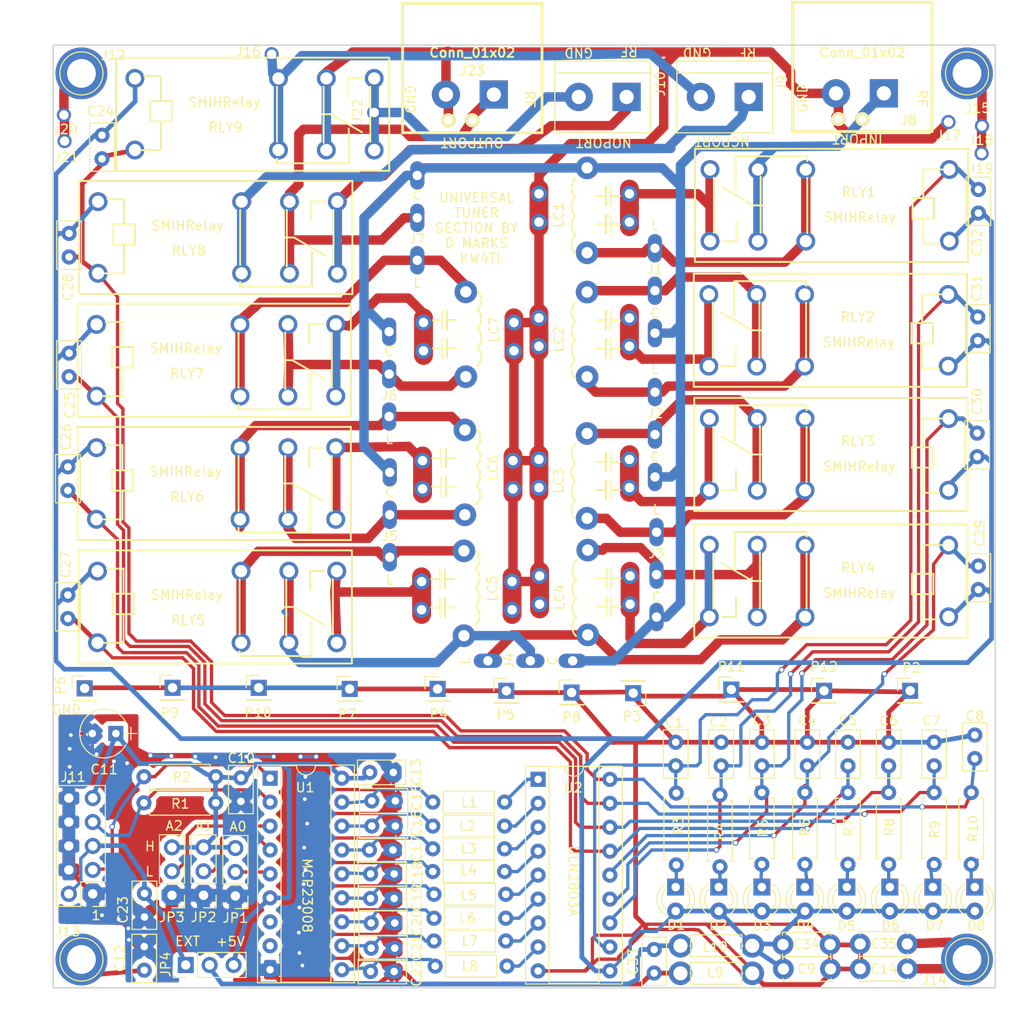
<source format=kicad_pcb>
(kicad_pcb (version 4) (host pcbnew 4.0.7)
  (layers (0 F.Cu signal) (31 B.Cu signal) (34 B.Paste user) (35 F.Paste user) (36 B.SilkS user) (37 F.SilkS user) (38 B.Mask user) (39 F.Mask user) (44 Edge.Cuts user))
  (net 0 "")
  (net 1 RFGND)
  (net 2 "Net-(J1-Pad2)")
  (net 3 "Net-(J1-Pad1)")
  (net 4 "Net-(J2-Pad2)")
  (net 5 "Net-(J2-Pad1)")
  (net 6 "Net-(J3-Pad2)")
  (net 7 "Net-(J3-Pad1)")
  (net 8 "Net-(J4-Pad2)")
  (net 9 "Net-(J4-Pad1)")
  (net 10 "Net-(J5-Pad2)")
  (net 11 "Net-(J5-Pad1)")
  (net 12 "Net-(J6-Pad2)")
  (net 13 "Net-(J6-Pad1)")
  (net 14 "Net-(J7-Pad1)")
  (net 15 "Net-(LC2-Pad1)")
  (net 16 "Net-(LC4-Pad1)")
  (net 17 "Net-(LC6-Pad1)")
  (net 18 "Net-(LC1-Pad1)")
  (net 19 "Net-(LC3-Pad1)")
  (net 20 "Net-(LC5-Pad1)")
  (net 21 "Net-(LC7-Pad1)")
  (net 22 "Net-(J10-Pad1)")
  (net 23 "Net-(J9-Pad1)")
  (net 24 GND)
  (net 25 RLY1)
  (net 26 RLY2)
  (net 27 RLY3)
  (net 28 RLY4)
  (net 29 RLY5)
  (net 30 RLY6)
  (net 31 RLY7)
  (net 32 RLY8)
  (net 33 +5V)
  (net 34 "Net-(JP1-Pad2)")
  (net 35 "Net-(JP2-Pad2)")
  (net 36 "Net-(JP3-Pad2)")
  (net 37 RFPORT1)
  (net 38 "Net-(J10-Pad2)")
  (net 39 "Net-(D1-Pad1)")
  (net 40 "Net-(D2-Pad1)")
  (net 41 "Net-(D3-Pad1)")
  (net 42 "Net-(D4-Pad1)")
  (net 43 "Net-(D5-Pad1)")
  (net 44 "Net-(D6-Pad1)")
  (net 45 "Net-(D7-Pad1)")
  (net 46 "Net-(D8-Pad1)")
  (net 47 RLYGND)
  (net 48 RLYPWR)
  (net 49 "Net-(C15-Pad1)")
  (net 50 "Net-(L1-Pad2)")
  (net 51 "Net-(C16-Pad1)")
  (net 52 "Net-(L2-Pad2)")
  (net 53 "Net-(C17-Pad1)")
  (net 54 "Net-(L3-Pad2)")
  (net 55 "Net-(C18-Pad1)")
  (net 56 "Net-(L4-Pad2)")
  (net 57 "Net-(C19-Pad1)")
  (net 58 "Net-(L5-Pad2)")
  (net 59 "Net-(C20-Pad1)")
  (net 60 "Net-(L6-Pad2)")
  (net 61 "Net-(C21-Pad1)")
  (net 62 "Net-(L7-Pad2)")
  (net 63 "Net-(C22-Pad1)")
  (net 64 "Net-(L8-Pad2)")
  (net 65 "Net-(C12-Pad1)")
  (net 66 "Net-(C14-Pad1)")
  (net 67 "Net-(C23-Pad2)")
  (net 68 SCL)
  (net 69 SDA)
  (net 70 EXTPWR)
  (net 71 "Net-(J16-Pad1)")
  (net 72 "Net-(J12-Pad1)")
  (net 73 "Net-(J15-Pad1)")
  (net 74 "Net-(J23-Pad1)")
  (module Pin_Headers:Pin_Header_Straight_2x05_Pitch2.54mm (layer F.Cu) (at 54.2036 140.03528 180)
    (fp_text reference J11 (at 2.0828 12.3952 360) (layer F.SilkS))
    (fp_text value Conn_02x05_Odd_Even)
    (pad 1 thru_hole rect (at 0 0 180) (size 1.7 1.7) (drill 1) (layers *.Cu *.Mask) (net 24 GND))
    (pad 2 thru_hole oval (at 2.54 0 180) (size 1.7 1.7) (drill 1) (layers *.Cu *.Mask) (net 67 "Net-(C23-Pad2)"))
    (pad 3 thru_hole oval (at 0 2.54 180) (size 1.7 1.7) (drill 1) (layers *.Cu *.Mask) (net 68 SCL))
    (pad 4 thru_hole oval (at 2.54 2.54 180) (size 1.7 1.7) (drill 1) (layers *.Cu *.Mask) (net 24 GND))
    (pad 5 thru_hole oval (at 0 5.08 180) (size 1.7 1.7) (drill 1) (layers *.Cu *.Mask) (net 67 "Net-(C23-Pad2)"))
    (pad 6 thru_hole oval (at 2.54 5.08 180) (size 1.7 1.7) (drill 1) (layers *.Cu *.Mask) (net 24 GND))
    (pad 7 thru_hole oval (at 0 7.62 180) (size 1.7 1.7) (drill 1) (layers *.Cu *.Mask) (net 69 SDA))
    (pad 8 thru_hole oval (at 2.54 7.62 180) (size 1.7 1.7) (drill 1) (layers *.Cu *.Mask) (net 24 GND))
    (pad 9 thru_hole oval (at 0 10.16 180) (size 1.7 1.7) (drill 1) (layers *.Cu *.Mask) (net 33 +5V))
    (pad 10 thru_hole oval (at 2.54 10.16 180) (size 1.7 1.7) (drill 1) (layers *.Cu *.Mask) (net 24 GND))
  )
  (module tuner:bnc_90_1-1337543-0_pad_combo (layer F.Cu) (at 135.89 45.466 180)
    (fp_text reference J8 (at -4.9149 -12.5222 180) (layer F.SilkS) (effects (font (thickness 0.2))))
    (fp_text value Conn_01x02 (at 0 -5.334 180) (layer F.SilkS) (effects (font (thickness 0.2))))
    (pad 1 thru_hole circle (at 0 -12.38 180) (size 1.5 1.5) (drill 0.9) (layers *.Cu *.Mask F.SilkS) (net 37 RFPORT1))
    (pad 2 thru_hole circle (at 2.54 -12.38 180) (size 1.5 1.5) (drill 0.9) (layers *.Cu *.Mask F.SilkS) (net 1 RFGND))
    (pad "" np_thru_hole circle (at 5.08 -7.3 180) (size 2.1 2.1) (drill 2.1) (layers *.Cu *.Mask F.SilkS))
    (pad "" np_thru_hole circle (at -5.08 -7.3 180) (size 2.1 2.1) (drill 2.1) (layers *.Cu *.Mask F.SilkS))
    (pad 1 thru_hole rect (at -2.286 -9.652 180) (size 3 3) (drill 1.52) (layers *.Cu *.Mask) (net 37 RFPORT1))
    (pad 2 thru_hole circle (at 2.794 -9.652 180) (size 3 3) (drill 1.52) (layers *.Cu *.Mask) (net 1 RFGND))
  )
  (module Housings_DIP:DIP-18_W7.62mm_Socket (layer F.Cu) (at 73.025 127.762)
    (fp_text reference U1 (at 3.72364 0.9906) (layer F.SilkS))
    (fp_text value MCP23008)
    (pad 1 thru_hole rect (at 0 0) (size 1.6 1.6) (drill 0.8) (layers *.Cu *.Mask) (net 68 SCL))
    (pad 10 thru_hole oval (at 7.62 20.32) (size 1.6 1.6) (drill 0.8) (layers *.Cu *.Mask) (net 63 "Net-(C22-Pad1)"))
    (pad 2 thru_hole oval (at 0 2.54) (size 1.6 1.6) (drill 0.8) (layers *.Cu *.Mask) (net 69 SDA))
    (pad 11 thru_hole oval (at 7.62 17.78) (size 1.6 1.6) (drill 0.8) (layers *.Cu *.Mask) (net 61 "Net-(C21-Pad1)"))
    (pad 3 thru_hole oval (at 0 5.08) (size 1.6 1.6) (drill 0.8) (layers *.Cu *.Mask) (net 36 "Net-(JP3-Pad2)"))
    (pad 12 thru_hole oval (at 7.62 15.24) (size 1.6 1.6) (drill 0.8) (layers *.Cu *.Mask) (net 59 "Net-(C20-Pad1)"))
    (pad 4 thru_hole oval (at 0 7.62) (size 1.6 1.6) (drill 0.8) (layers *.Cu *.Mask) (net 35 "Net-(JP2-Pad2)"))
    (pad 13 thru_hole oval (at 7.62 12.7) (size 1.6 1.6) (drill 0.8) (layers *.Cu *.Mask) (net 57 "Net-(C19-Pad1)"))
    (pad 5 thru_hole oval (at 0 10.16) (size 1.6 1.6) (drill 0.8) (layers *.Cu *.Mask) (net 34 "Net-(JP1-Pad2)"))
    (pad 14 thru_hole oval (at 7.62 10.16) (size 1.6 1.6) (drill 0.8) (layers *.Cu *.Mask) (net 55 "Net-(C18-Pad1)"))
    (pad 6 thru_hole oval (at 0 12.7) (size 1.6 1.6) (drill 0.8) (layers *.Cu *.Mask) (net 33 +5V))
    (pad 15 thru_hole oval (at 7.62 7.62) (size 1.6 1.6) (drill 0.8) (layers *.Cu *.Mask) (net 53 "Net-(C17-Pad1)"))
    (pad 7 thru_hole oval (at 0 15.24) (size 1.6 1.6) (drill 0.8) (layers *.Cu *.Mask))
    (pad 16 thru_hole oval (at 7.62 5.08) (size 1.6 1.6) (drill 0.8) (layers *.Cu *.Mask) (net 51 "Net-(C16-Pad1)"))
    (pad 8 thru_hole oval (at 0 17.78) (size 1.6 1.6) (drill 0.8) (layers *.Cu *.Mask))
    (pad 17 thru_hole oval (at 7.62 2.54) (size 1.6 1.6) (drill 0.8) (layers *.Cu *.Mask) (net 49 "Net-(C15-Pad1)"))
    (pad 9 thru_hole oval (at 0 20.32) (size 1.6 1.6) (drill 0.8) (layers *.Cu *.Mask) (net 24 GND))
    (pad 18 thru_hole oval (at 7.62 0) (size 1.6 1.6) (drill 0.8) (layers *.Cu *.Mask) (net 33 +5V))
  )
  (module Inductors_THT:L_Axial_L5.3mm_D2.2mm_P7.62mm_Horizontal_Vishay_IM-1 (layer F.Cu) (at 116.586 145.542)
    (fp_text reference L10 (at 3.683 0.127) (layer F.SilkS))
    (fp_text value "100 uH")
    (pad 1 thru_hole circle (at 0 0) (size 2.5 2.5) (drill 1.5) (layers *.Cu *.Mask) (net 70 EXTPWR))
    (pad 2 thru_hole oval (at 7.62 0) (size 2.5 2.5) (drill 1.5) (layers *.Cu *.Mask) (net 48 RLYPWR))
  )
  (module LEDs:LED_D3.0mm (layer F.Cu) (at 138.811 139.319 270)
    (fp_text reference D6 (at 4.0894 -0.0762 540) (layer F.SilkS))
    (fp_text value LED)
    (pad 1 thru_hole rect (at 0 0 270) (size 1.8 1.8) (drill 0.9) (layers *.Cu *.Mask) (net 44 "Net-(D6-Pad1)"))
    (pad 2 thru_hole circle (at 2.54 0 270) (size 1.8 1.8) (drill 0.9) (layers *.Cu *.Mask) (net 48 RLYPWR))
  )
  (module Resistors_THT:R_Axial_DIN0207_L6.3mm_D2.5mm_P7.62mm_Horizontal (layer F.Cu) (at 67.2592 127.6096 180)
    (fp_text reference R2 (at 3.6068 -0.0508 180) (layer F.SilkS))
    (fp_text value 2.2k)
    (pad 1 thru_hole circle (at 0 0 180) (size 1.6 1.6) (drill 0.8) (layers *.Cu *.Mask) (net 33 +5V))
    (pad 2 thru_hole oval (at 7.62 0 180) (size 1.6 1.6) (drill 0.8) (layers *.Cu *.Mask) (net 68 SCL))
  )
  (module LEDs:LED_D3.0mm (layer F.Cu) (at 125.222 139.319 270)
    (fp_text reference D3 (at 4.0894 -0.0508 540) (layer F.SilkS))
    (fp_text value LED)
    (pad 1 thru_hole rect (at 0 0 270) (size 1.8 1.8) (drill 0.9) (layers *.Cu *.Mask) (net 41 "Net-(D3-Pad1)"))
    (pad 2 thru_hole circle (at 2.54 0 270) (size 1.8 1.8) (drill 0.9) (layers *.Cu *.Mask) (net 48 RLYPWR))
  )
  (module Resistors_THT:R_Axial_DIN0207_L6.3mm_D2.5mm_P7.62mm_Horizontal (layer F.Cu) (at 143.51 136.906 90)
    (fp_text reference R9 (at 3.7084 0.0762 90) (layer F.SilkS))
    (fp_text value 1k)
    (pad 1 thru_hole circle (at 0 0 90) (size 1.6 1.6) (drill 0.8) (layers *.Cu *.Mask) (net 45 "Net-(D7-Pad1)"))
    (pad 2 thru_hole oval (at 7.62 0 90) (size 1.6 1.6) (drill 0.8) (layers *.Cu *.Mask) (net 31 RLY7))
  )
  (module LEDs:LED_D3.0mm (layer F.Cu) (at 120.65 139.319 270)
    (fp_text reference D2 (at 4.0386 0.0508 540) (layer F.SilkS))
    (fp_text value LED)
    (pad 1 thru_hole rect (at 0 0 270) (size 1.8 1.8) (drill 0.9) (layers *.Cu *.Mask) (net 40 "Net-(D2-Pad1)"))
    (pad 2 thru_hole circle (at 2.54 0 270) (size 1.8 1.8) (drill 0.9) (layers *.Cu *.Mask) (net 48 RLYPWR))
  )
  (module Housings_DIP:DIP-18_W7.62mm_Socket (layer F.Cu) (at 101.473 127.889)
    (fp_text reference U2 (at 3.72364 0.889) (layer F.SilkS))
    (fp_text value ULN2803A)
    (pad 1 thru_hole rect (at 0 0) (size 1.6 1.6) (drill 0.8) (layers *.Cu *.Mask) (net 50 "Net-(L1-Pad2)"))
    (pad 10 thru_hole oval (at 7.62 20.32) (size 1.6 1.6) (drill 0.8) (layers *.Cu *.Mask) (net 48 RLYPWR))
    (pad 2 thru_hole oval (at 0 2.54) (size 1.6 1.6) (drill 0.8) (layers *.Cu *.Mask) (net 52 "Net-(L2-Pad2)"))
    (pad 11 thru_hole oval (at 7.62 17.78) (size 1.6 1.6) (drill 0.8) (layers *.Cu *.Mask) (net 25 RLY1))
    (pad 3 thru_hole oval (at 0 5.08) (size 1.6 1.6) (drill 0.8) (layers *.Cu *.Mask) (net 54 "Net-(L3-Pad2)"))
    (pad 12 thru_hole oval (at 7.62 15.24) (size 1.6 1.6) (drill 0.8) (layers *.Cu *.Mask) (net 26 RLY2))
    (pad 4 thru_hole oval (at 0 7.62) (size 1.6 1.6) (drill 0.8) (layers *.Cu *.Mask) (net 56 "Net-(L4-Pad2)"))
    (pad 13 thru_hole oval (at 7.62 12.7) (size 1.6 1.6) (drill 0.8) (layers *.Cu *.Mask) (net 27 RLY3))
    (pad 5 thru_hole oval (at 0 10.16) (size 1.6 1.6) (drill 0.8) (layers *.Cu *.Mask) (net 58 "Net-(L5-Pad2)"))
    (pad 14 thru_hole oval (at 7.62 10.16) (size 1.6 1.6) (drill 0.8) (layers *.Cu *.Mask) (net 28 RLY4))
    (pad 6 thru_hole oval (at 0 12.7) (size 1.6 1.6) (drill 0.8) (layers *.Cu *.Mask) (net 60 "Net-(L6-Pad2)"))
    (pad 15 thru_hole oval (at 7.62 7.62) (size 1.6 1.6) (drill 0.8) (layers *.Cu *.Mask) (net 29 RLY5))
    (pad 7 thru_hole oval (at 0 15.24) (size 1.6 1.6) (drill 0.8) (layers *.Cu *.Mask) (net 62 "Net-(L7-Pad2)"))
    (pad 16 thru_hole oval (at 7.62 5.08) (size 1.6 1.6) (drill 0.8) (layers *.Cu *.Mask) (net 30 RLY6))
    (pad 8 thru_hole oval (at 0 17.78) (size 1.6 1.6) (drill 0.8) (layers *.Cu *.Mask) (net 64 "Net-(L8-Pad2)"))
    (pad 17 thru_hole oval (at 7.62 2.54) (size 1.6 1.6) (drill 0.8) (layers *.Cu *.Mask) (net 31 RLY7))
    (pad 9 thru_hole oval (at 0 20.32) (size 1.6 1.6) (drill 0.8) (layers *.Cu *.Mask) (net 47 RLYGND))
    (pad 18 thru_hole oval (at 7.62 0) (size 1.6 1.6) (drill 0.8) (layers *.Cu *.Mask) (net 32 RLY8))
  )
  (module Capacitors_THT:C_Disc_D5.0mm_W2.5mm_P2.50mm (layer F.Cu) (at 116.078 123.952 270)
    (fp_text reference C1 (at -2.0828 0.1524 360) (layer F.SilkS))
    (fp_text value "10 nF")
    (pad 1 thru_hole circle (at 0 0 270) (size 1.6 1.6) (drill 0.8) (layers *.Cu *.Mask) (net 47 RLYGND))
    (pad 2 thru_hole circle (at 2.5 0 270) (size 1.6 1.6) (drill 0.8) (layers *.Cu *.Mask) (net 25 RLY1))
  )
  (module Capacitors_THT:C_Disc_D5.0mm_W2.5mm_P2.50mm (layer F.Cu) (at 120.904 123.952 270)
    (fp_text reference C2 (at -2.1336 0.254 360) (layer F.SilkS))
    (fp_text value "10 nF")
    (pad 1 thru_hole circle (at 0 0 270) (size 1.6 1.6) (drill 0.8) (layers *.Cu *.Mask) (net 47 RLYGND))
    (pad 2 thru_hole circle (at 2.5 0 270) (size 1.6 1.6) (drill 0.8) (layers *.Cu *.Mask) (net 26 RLY2))
  )
  (module Capacitors_THT:C_Disc_D5.0mm_W2.5mm_P2.50mm (layer F.Cu) (at 125.222 123.952 270)
    (fp_text reference C3 (at -2.286 0 360) (layer F.SilkS))
    (fp_text value "10 nF")
    (pad 1 thru_hole circle (at 0 0 270) (size 1.6 1.6) (drill 0.8) (layers *.Cu *.Mask) (net 47 RLYGND))
    (pad 2 thru_hole circle (at 2.5 0 270) (size 1.6 1.6) (drill 0.8) (layers *.Cu *.Mask) (net 27 RLY3))
  )
  (module Capacitors_THT:C_Disc_D5.0mm_W2.5mm_P2.50mm (layer F.Cu) (at 130.048 123.952 270)
    (fp_text reference C4 (at -2.286 0 360) (layer F.SilkS))
    (fp_text value "10 nF")
    (pad 1 thru_hole circle (at 0 0 270) (size 1.6 1.6) (drill 0.8) (layers *.Cu *.Mask) (net 47 RLYGND))
    (pad 2 thru_hole circle (at 2.5 0 270) (size 1.6 1.6) (drill 0.8) (layers *.Cu *.Mask) (net 28 RLY4))
  )
  (module Capacitors_THT:C_Disc_D5.0mm_W2.5mm_P2.50mm (layer F.Cu) (at 134.366 123.952 270)
    (fp_text reference C5 (at -2.286 0 360) (layer F.SilkS))
    (fp_text value "10 nF")
    (pad 1 thru_hole circle (at 0 0 270) (size 1.6 1.6) (drill 0.8) (layers *.Cu *.Mask) (net 47 RLYGND))
    (pad 2 thru_hole circle (at 2.5 0 270) (size 1.6 1.6) (drill 0.8) (layers *.Cu *.Mask) (net 29 RLY5))
  )
  (module Capacitors_THT:C_Disc_D5.0mm_W2.5mm_P2.50mm (layer F.Cu) (at 138.684 123.952 270)
    (fp_text reference C6 (at -2.286 0 360) (layer F.SilkS))
    (fp_text value "10 nF")
    (pad 1 thru_hole circle (at 0 0 270) (size 1.6 1.6) (drill 0.8) (layers *.Cu *.Mask) (net 47 RLYGND))
    (pad 2 thru_hole circle (at 2.5 0 270) (size 1.6 1.6) (drill 0.8) (layers *.Cu *.Mask) (net 30 RLY6))
  )
  (module Capacitors_THT:C_Disc_D5.0mm_W2.5mm_P2.50mm (layer F.Cu) (at 143.51 123.952 270)
    (fp_text reference C7 (at -2.286 0.254 360) (layer F.SilkS))
    (fp_text value "10 nF")
    (pad 1 thru_hole circle (at 0 0 270) (size 1.6 1.6) (drill 0.8) (layers *.Cu *.Mask) (net 47 RLYGND))
    (pad 2 thru_hole circle (at 2.5 0 270) (size 1.6 1.6) (drill 0.8) (layers *.Cu *.Mask) (net 31 RLY7))
  )
  (module Capacitors_THT:C_Disc_D5.0mm_W2.5mm_P2.50mm (layer F.Cu) (at 147.828 123.19 270)
    (fp_text reference C8 (at -2.032 0 360) (layer F.SilkS))
    (fp_text value "10 nF")
    (pad 1 thru_hole circle (at 0 0 270) (size 1.6 1.6) (drill 0.8) (layers *.Cu *.Mask) (net 47 RLYGND))
    (pad 2 thru_hole circle (at 2.5 0 270) (size 1.6 1.6) (drill 0.8) (layers *.Cu *.Mask) (net 32 RLY8))
  )
  (module Capacitors_THT:C_Disc_D5.0mm_W2.5mm_P2.50mm (layer F.Cu) (at 69.9262 130.2258 90)
    (fp_text reference C10 (at 4.5974 0.0508 180) (layer F.SilkS))
    (fp_text value "100 nF")
    (pad 1 thru_hole circle (at 0 0 90) (size 1.6 1.6) (drill 0.8) (layers *.Cu *.Mask) (net 24 GND))
    (pad 2 thru_hole circle (at 2.5 0 90) (size 1.6 1.6) (drill 0.8) (layers *.Cu *.Mask) (net 33 +5V))
  )
  (module Pin_Headers:Pin_Header_Straight_1x03_Pitch2.54mm (layer F.Cu) (at 69.342 140.2588 180)
    (fp_text reference JP1 (at 0 -2.33 180) (layer F.SilkS))
    (fp_text value Jumper_NC_Dual)
    (pad 1 thru_hole rect (at 0 0 180) (size 1.7 1.7) (drill 1) (layers *.Cu *.Mask) (net 24 GND))
    (pad 2 thru_hole oval (at 0 2.54 180) (size 1.7 1.7) (drill 1) (layers *.Cu *.Mask) (net 34 "Net-(JP1-Pad2)"))
    (pad 3 thru_hole oval (at 0 5.08 180) (size 1.7 1.7) (drill 1) (layers *.Cu *.Mask) (net 33 +5V))
  )
  (module Pin_Headers:Pin_Header_Straight_1x03_Pitch2.54mm (layer F.Cu) (at 65.9638 140.1826 180)
    (fp_text reference JP2 (at 0 -2.33 180) (layer F.SilkS))
    (fp_text value Jumper_NC_Dual)
    (pad 1 thru_hole rect (at 0 0 180) (size 1.7 1.7) (drill 1) (layers *.Cu *.Mask) (net 24 GND))
    (pad 2 thru_hole oval (at 0 2.54 180) (size 1.7 1.7) (drill 1) (layers *.Cu *.Mask) (net 35 "Net-(JP2-Pad2)"))
    (pad 3 thru_hole oval (at 0 5.08 180) (size 1.7 1.7) (drill 1) (layers *.Cu *.Mask) (net 33 +5V))
  )
  (module Pin_Headers:Pin_Header_Straight_1x03_Pitch2.54mm (layer F.Cu) (at 62.611 140.1826 180)
    (fp_text reference JP3 (at 0.0127 -2.3368 360) (layer F.SilkS))
    (fp_text value Jumper_NC_Dual)
    (pad 1 thru_hole rect (at 0 0 180) (size 1.7 1.7) (drill 1) (layers *.Cu *.Mask) (net 24 GND))
    (pad 2 thru_hole oval (at 0 2.54 180) (size 1.7 1.7) (drill 1) (layers *.Cu *.Mask) (net 36 "Net-(JP3-Pad2)"))
    (pad 3 thru_hole oval (at 0 5.08 180) (size 1.7 1.7) (drill 1) (layers *.Cu *.Mask) (net 33 +5V))
  )
  (module Resistors_THT:R_Axial_DIN0207_L6.3mm_D2.5mm_P7.62mm_Horizontal (layer F.Cu) (at 67.2592 130.3782 180)
    (fp_text reference R1 (at 3.7592 -0.1016 180) (layer F.SilkS))
    (fp_text value 2.2k)
    (pad 1 thru_hole circle (at 0 0 180) (size 1.6 1.6) (drill 0.8) (layers *.Cu *.Mask) (net 33 +5V))
    (pad 2 thru_hole oval (at 7.62 0 180) (size 1.6 1.6) (drill 0.8) (layers *.Cu *.Mask) (net 69 SDA))
  )
  (module Connectors:1pin (layer F.Cu) (at 53 53)
    (fp_text reference J12 (at 3.388 -1.946) (layer F.SilkS))
    (fp_text value Conn_01x01)
    (pad 1 thru_hole circle (at 0 0) (size 5.5 5.5) (drill 3.048) (layers *.Cu *.Mask) (net 72 "Net-(J12-Pad1)"))
  )
  (module Connectors:1pin (layer F.Cu) (at 53 147)
    (fp_text reference J13 (at -1.438 -2.982 180) (layer F.SilkS))
    (fp_text value Conn_01x01)
    (pad 1 thru_hole circle (at 0 0) (size 5.5 5.5) (drill 3.048) (layers *.Cu *.Mask) (net 65 "Net-(C12-Pad1)"))
  )
  (module Connectors:1pin (layer F.Cu) (at 147.0025 147.0025)
    (fp_text reference J14 (at -3.4671 2.1717) (layer F.SilkS))
    (fp_text value Conn_01x01)
    (pad 1 thru_hole circle (at 0 0) (size 5.5 5.5) (drill 3.048) (layers *.Cu *.Mask) (net 66 "Net-(C14-Pad1)"))
  )
  (module LEDs:LED_D3.0mm (layer F.Cu) (at 129.794 139.319 270)
    (fp_text reference D4 (at 4.0386 -0.0508 540) (layer F.SilkS))
    (fp_text value LED)
    (pad 1 thru_hole rect (at 0 0 270) (size 1.8 1.8) (drill 0.9) (layers *.Cu *.Mask) (net 42 "Net-(D4-Pad1)"))
    (pad 2 thru_hole circle (at 2.54 0 270) (size 1.8 1.8) (drill 0.9) (layers *.Cu *.Mask) (net 48 RLYPWR))
  )
  (module LEDs:LED_D3.0mm (layer F.Cu) (at 134.239 139.319 270)
    (fp_text reference D5 (at 4.1402 0.0254 540) (layer F.SilkS))
    (fp_text value LED)
    (pad 1 thru_hole rect (at 0 0 270) (size 1.8 1.8) (drill 0.9) (layers *.Cu *.Mask) (net 43 "Net-(D5-Pad1)"))
    (pad 2 thru_hole circle (at 2.54 0 270) (size 1.8 1.8) (drill 0.9) (layers *.Cu *.Mask) (net 48 RLYPWR))
  )
  (module LEDs:LED_D3.0mm (layer F.Cu) (at 143.383 139.319 270)
    (fp_text reference D7 (at 4.0894 -0.1778 540) (layer F.SilkS))
    (fp_text value LED)
    (pad 1 thru_hole rect (at 0 0 270) (size 1.8 1.8) (drill 0.9) (layers *.Cu *.Mask) (net 45 "Net-(D7-Pad1)"))
    (pad 2 thru_hole circle (at 2.54 0 270) (size 1.8 1.8) (drill 0.9) (layers *.Cu *.Mask) (net 48 RLYPWR))
  )
  (module LEDs:LED_D3.0mm (layer F.Cu) (at 147.828 139.319 270)
    (fp_text reference D8 (at 4.0894 -0.1524 540) (layer F.SilkS))
    (fp_text value LED)
    (pad 1 thru_hole rect (at 0 0 270) (size 1.8 1.8) (drill 0.9) (layers *.Cu *.Mask) (net 46 "Net-(D8-Pad1)"))
    (pad 2 thru_hole circle (at 2.54 0 270) (size 1.8 1.8) (drill 0.9) (layers *.Cu *.Mask) (net 48 RLYPWR))
  )
  (module Resistors_THT:R_Axial_DIN0207_L6.3mm_D2.5mm_P7.62mm_Horizontal (layer F.Cu) (at 116.1415 136.9695 90)
    (fp_text reference R3 (at 4.1529 0.2286 90) (layer F.SilkS))
    (fp_text value 1k)
    (pad 1 thru_hole circle (at 0 0 90) (size 1.6 1.6) (drill 0.8) (layers *.Cu *.Mask) (net 39 "Net-(D1-Pad1)"))
    (pad 2 thru_hole oval (at 7.62 0 90) (size 1.6 1.6) (drill 0.8) (layers *.Cu *.Mask) (net 25 RLY1))
  )
  (module Resistors_THT:R_Axial_DIN0207_L6.3mm_D2.5mm_P7.62mm_Horizontal (layer F.Cu) (at 120.777 137.16 90)
    (fp_text reference R4 (at 3.7465 0.0254 90) (layer F.SilkS))
    (fp_text value 1k)
    (pad 1 thru_hole circle (at 0 0 90) (size 1.6 1.6) (drill 0.8) (layers *.Cu *.Mask) (net 40 "Net-(D2-Pad1)"))
    (pad 2 thru_hole oval (at 7.62 0 90) (size 1.6 1.6) (drill 0.8) (layers *.Cu *.Mask) (net 26 RLY2))
  )
  (module Resistors_THT:R_Axial_DIN0207_L6.3mm_D2.5mm_P7.62mm_Horizontal (layer F.Cu) (at 125.222 136.906 90)
    (fp_text reference R5 (at 3.8227 0.1397 90) (layer F.SilkS))
    (fp_text value 1k)
    (pad 1 thru_hole circle (at 0 0 90) (size 1.6 1.6) (drill 0.8) (layers *.Cu *.Mask) (net 41 "Net-(D3-Pad1)"))
    (pad 2 thru_hole oval (at 7.62 0 90) (size 1.6 1.6) (drill 0.8) (layers *.Cu *.Mask) (net 27 RLY3))
  )
  (module Resistors_THT:R_Axial_DIN0207_L6.3mm_D2.5mm_P7.62mm_Horizontal (layer F.Cu) (at 129.794 136.906 90)
    (fp_text reference R6 (at 3.937 0.0127 90) (layer F.SilkS))
    (fp_text value 1k)
    (pad 1 thru_hole circle (at 0 0 90) (size 1.6 1.6) (drill 0.8) (layers *.Cu *.Mask) (net 42 "Net-(D4-Pad1)"))
    (pad 2 thru_hole oval (at 7.62 0 90) (size 1.6 1.6) (drill 0.8) (layers *.Cu *.Mask) (net 28 RLY4))
  )
  (module Resistors_THT:R_Axial_DIN0207_L6.3mm_D2.5mm_P7.62mm_Horizontal (layer F.Cu) (at 134.366 136.906 90)
    (fp_text reference R7 (at 3.9116 0.0762 90) (layer F.SilkS))
    (fp_text value 1k)
    (pad 1 thru_hole circle (at 0 0 90) (size 1.6 1.6) (drill 0.8) (layers *.Cu *.Mask) (net 43 "Net-(D5-Pad1)"))
    (pad 2 thru_hole oval (at 7.62 0 90) (size 1.6 1.6) (drill 0.8) (layers *.Cu *.Mask) (net 29 RLY5))
  )
  (module Resistors_THT:R_Axial_DIN0207_L6.3mm_D2.5mm_P7.62mm_Horizontal (layer F.Cu) (at 138.684 136.906 90)
    (fp_text reference R8 (at 3.9624 0.1016 90) (layer F.SilkS))
    (fp_text value 1k)
    (pad 1 thru_hole circle (at 0 0 90) (size 1.6 1.6) (drill 0.8) (layers *.Cu *.Mask) (net 44 "Net-(D6-Pad1)"))
    (pad 2 thru_hole oval (at 7.62 0 90) (size 1.6 1.6) (drill 0.8) (layers *.Cu *.Mask) (net 30 RLY6))
  )
  (module Resistors_THT:R_Axial_DIN0207_L6.3mm_D2.5mm_P7.62mm_Horizontal (layer F.Cu) (at 147.447 136.906 90)
    (fp_text reference R10 (at 3.7973 0.2159 90) (layer F.SilkS))
    (fp_text value 1k)
    (pad 1 thru_hole circle (at 0 0 90) (size 1.6 1.6) (drill 0.8) (layers *.Cu *.Mask) (net 46 "Net-(D8-Pad1)"))
    (pad 2 thru_hole oval (at 7.62 0 90) (size 1.6 1.6) (drill 0.8) (layers *.Cu *.Mask) (net 32 RLY8))
  )
  (module Capacitors_THT:C_Disc_D5.0mm_W2.5mm_P2.50mm (layer F.Cu) (at 86.106 127.1524 180)
    (fp_text reference C13 (at -2.4384 0.0508 270) (layer F.SilkS))
    (fp_text value "100 nF")
    (pad 1 thru_hole circle (at 0 0 180) (size 1.6 1.6) (drill 0.8) (layers *.Cu *.Mask) (net 24 GND))
    (pad 2 thru_hole circle (at 2.5 0 180) (size 1.6 1.6) (drill 0.8) (layers *.Cu *.Mask) (net 33 +5V))
  )
  (module tuner:ThreeJumperPt (layer F.Cu) (at 88.646 68.326 90)
    (fp_text reference J7 (at -2.25 0 360) (layer F.SilkS))
    (fp_text value Conn_01x03)
    (fp_text user C (at 2.4 0 180) (layer F.SilkS))
    (fp_text user L (at -6.9 0 180) (layer F.SilkS))
    (pad 2 thru_hole oval (at 0 0 90) (size 3 1.5) (drill 1) (layers *.Cu *.Mask) (net 74 "Net-(J23-Pad1)"))
    (pad 3 thru_hole oval (at 4.5 0 90) (size 3 1.5) (drill 1) (layers *.Cu *.Mask) (net 37 RFPORT1))
    (pad 1 thru_hole oval (at -4.5 0 90) (size 3 1.5) (drill 1) (layers *.Cu *.Mask) (net 14 "Net-(J7-Pad1)"))
  )
  (module tuner:ThreeJumperPt (layer F.Cu) (at 85.6615 84.8995 90)
    (fp_text reference J6 (at -2.25 0 360) (layer F.SilkS))
    (fp_text value Conn_01x03)
    (fp_text user C (at 2.4 0 180) (layer F.SilkS))
    (fp_text user L (at -6.9 0 180) (layer F.SilkS))
    (pad 2 thru_hole oval (at 0 0 90) (size 3 1.5) (drill 1) (layers *.Cu *.Mask) (net 12 "Net-(J6-Pad2)"))
    (pad 3 thru_hole oval (at 4.5 0 90) (size 3 1.5) (drill 1) (layers *.Cu *.Mask) (net 37 RFPORT1))
    (pad 1 thru_hole oval (at -4.5 0 90) (size 3 1.5) (drill 1) (layers *.Cu *.Mask) (net 13 "Net-(J6-Pad1)"))
  )
  (module tuner:ThreeJumperPt (layer F.Cu) (at 85.725 99.822 90)
    (fp_text reference J5 (at -2.25 0 360) (layer F.SilkS))
    (fp_text value Conn_01x03)
    (fp_text user C (at 2.4 0 180) (layer F.SilkS))
    (fp_text user L (at -6.9 0 180) (layer F.SilkS))
    (pad 2 thru_hole oval (at 0 0 90) (size 3 1.5) (drill 1) (layers *.Cu *.Mask) (net 10 "Net-(J5-Pad2)"))
    (pad 3 thru_hole oval (at 4.5 0 90) (size 3 1.5) (drill 1) (layers *.Cu *.Mask) (net 37 RFPORT1))
    (pad 1 thru_hole oval (at -4.5 0 90) (size 3 1.5) (drill 1) (layers *.Cu *.Mask) (net 11 "Net-(J5-Pad1)"))
  )
  (module tuner:ThreeJumperPt (layer F.Cu) (at 114.046 106.172 270)
    (fp_text reference J3 (at -2.25 0 540) (layer F.SilkS))
    (fp_text value Conn_01x03)
    (fp_text user C (at 2.4 0 360) (layer F.SilkS))
    (fp_text user L (at -6.9 0 360) (layer F.SilkS))
    (pad 2 thru_hole oval (at 0 0 270) (size 3 1.5) (drill 1) (layers *.Cu *.Mask) (net 6 "Net-(J3-Pad2)"))
    (pad 3 thru_hole oval (at 4.5 0 270) (size 3 1.5) (drill 1) (layers *.Cu *.Mask) (net 37 RFPORT1))
    (pad 1 thru_hole oval (at -4.5 0 270) (size 3 1.5) (drill 1) (layers *.Cu *.Mask) (net 7 "Net-(J3-Pad1)"))
  )
  (module tuner:ThreeJumperPt (layer F.Cu) (at 113.88 91.31 270)
    (fp_text reference J2 (at -2.25 0 540) (layer F.SilkS))
    (fp_text value Conn_01x03)
    (fp_text user C (at 2.4 0 360) (layer F.SilkS))
    (fp_text user L (at -6.9 0 360) (layer F.SilkS))
    (pad 2 thru_hole oval (at 0 0 270) (size 3 1.5) (drill 1) (layers *.Cu *.Mask) (net 4 "Net-(J2-Pad2)"))
    (pad 3 thru_hole oval (at 4.5 0 270) (size 3 1.5) (drill 1) (layers *.Cu *.Mask) (net 37 RFPORT1))
    (pad 1 thru_hole oval (at -4.5 0 270) (size 3 1.5) (drill 1) (layers *.Cu *.Mask) (net 5 "Net-(J2-Pad1)"))
  )
  (module tuner:ThreeJumperPt (layer F.Cu) (at 113.875 76.05 270)
    (fp_text reference J1 (at -2.25 0 540) (layer F.SilkS))
    (fp_text value Conn_01x03)
    (fp_text user C (at 2.4 0 360) (layer F.SilkS))
    (fp_text user L (at -6.9 0 360) (layer F.SilkS))
    (pad 2 thru_hole oval (at 0 0 270) (size 3 1.5) (drill 1) (layers *.Cu *.Mask) (net 2 "Net-(J1-Pad2)"))
    (pad 3 thru_hole oval (at 4.5 0 270) (size 3 1.5) (drill 1) (layers *.Cu *.Mask) (net 37 RFPORT1))
    (pad 1 thru_hole oval (at -4.5 0 270) (size 3 1.5) (drill 1) (layers *.Cu *.Mask) (net 3 "Net-(J1-Pad1)"))
  )
  (module tuner:ThreeJumperPt (layer F.Cu) (at 100.6475 115.316)
    (fp_text reference J4 (at -2.25 0 270) (layer F.SilkS))
    (fp_text value Conn_01x03)
    (fp_text user C (at 2.4 0 90) (layer F.SilkS))
    (fp_text user L (at -6.9 0 90) (layer F.SilkS))
    (pad 2 thru_hole oval (at 0 0) (size 3 1.5) (drill 1) (layers *.Cu *.Mask) (net 8 "Net-(J4-Pad2)"))
    (pad 3 thru_hole oval (at 4.5 0) (size 3 1.5) (drill 1) (layers *.Cu *.Mask) (net 37 RFPORT1))
    (pad 1 thru_hole oval (at -4.5 0) (size 3 1.5) (drill 1) (layers *.Cu *.Mask) (net 9 "Net-(J4-Pad1)"))
  )
  (module Pin_Headers:Pin_Header_Straight_1x01_Pitch2.54mm (layer F.Cu) (at 140.97 118.491)
    (fp_text reference P2 (at 0.127 -2.413 180) (layer F.SilkS))
    (fp_text value Conn_01x01)
    (pad 1 thru_hole rect (at 0 0) (size 1.7 1.7) (drill 1) (layers *.Cu *.Mask) (net 47 RLYGND))
  )
  (module Pin_Headers:Pin_Header_Straight_1x01_Pitch2.54mm (layer F.Cu) (at 111.5695 118.745 180)
    (fp_text reference P3 (at 0.127 -2.4765 360) (layer F.SilkS))
    (fp_text value Conn_01x01)
    (pad 1 thru_hole rect (at 0 0 180) (size 1.7 1.7) (drill 1) (layers *.Cu *.Mask) (net 47 RLYGND))
  )
  (module Pin_Headers:Pin_Header_Straight_1x01_Pitch2.54mm (layer F.Cu) (at 90.805 118.3005)
    (fp_text reference P4 (at 0.127 2.667 180) (layer F.SilkS))
    (fp_text value Conn_01x01)
    (pad 1 thru_hole rect (at 0 0) (size 1.7 1.7) (drill 1) (layers *.Cu *.Mask) (net 47 RLYGND))
  )
  (module Pin_Headers:Pin_Header_Straight_1x01_Pitch2.54mm (layer F.Cu) (at 98.1075 118.491)
    (fp_text reference P5 (at -0.0635 2.54 180) (layer F.SilkS))
    (fp_text value Conn_01x01)
    (pad 1 thru_hole rect (at 0 0) (size 1.7 1.7) (drill 1) (layers *.Cu *.Mask) (net 47 RLYGND))
  )
  (module Pin_Headers:Pin_Header_Straight_1x01_Pitch2.54mm (layer F.Cu) (at 53.34 118.237)
    (fp_text reference P6 (at -2.57 -0.307 270) (layer F.SilkS))
    (fp_text value Conn_01x01)
    (pad 1 thru_hole rect (at 0 0) (size 1.7 1.7) (drill 1) (layers *.Cu *.Mask) (net 47 RLYGND))
  )
  (module Pin_Headers:Pin_Header_Straight_1x01_Pitch2.54mm (layer F.Cu) (at 81.4705 118.3005)
    (fp_text reference P7 (at -0.254 2.667 180) (layer F.SilkS))
    (fp_text value Conn_01x01)
    (pad 1 thru_hole rect (at 0 0) (size 1.7 1.7) (drill 1) (layers *.Cu *.Mask) (net 47 RLYGND))
  )
  (module Pin_Headers:Pin_Header_Straight_1x01_Pitch2.54mm (layer F.Cu) (at 105.029 118.6815)
    (fp_text reference P8 (at 0 2.6035 180) (layer F.SilkS))
    (fp_text value Conn_01x01)
    (pad 1 thru_hole rect (at 0 0) (size 1.7 1.7) (drill 1) (layers *.Cu *.Mask) (net 47 RLYGND))
  )
  (module Pin_Headers:Pin_Header_Straight_1x01_Pitch2.54mm (layer F.Cu) (at 62.6745 118.1735)
    (fp_text reference P9 (at -0.3175 2.667 180) (layer F.SilkS))
    (fp_text value Conn_01x01)
    (pad 1 thru_hole rect (at 0 0) (size 1.7 1.7) (drill 1) (layers *.Cu *.Mask) (net 47 RLYGND))
  )
  (module Pin_Headers:Pin_Header_Straight_1x01_Pitch2.54mm (layer F.Cu) (at 71.8185 118.1735)
    (fp_text reference P10 (at -0.0635 2.667 180) (layer F.SilkS))
    (fp_text value Conn_01x01)
    (pad 1 thru_hole rect (at 0 0) (size 1.7 1.7) (drill 1) (layers *.Cu *.Mask) (net 47 RLYGND))
  )
  (module Pin_Headers:Pin_Header_Straight_1x01_Pitch2.54mm (layer F.Cu) (at 121.9835 118.364)
    (fp_text reference P11 (at 0 -2.413 180) (layer F.SilkS))
    (fp_text value Conn_01x01)
    (pad 1 thru_hole rect (at 0 0) (size 1.7 1.7) (drill 1) (layers *.Cu *.Mask) (net 47 RLYGND))
  )
  (module Pin_Headers:Pin_Header_Straight_1x01_Pitch2.54mm (layer F.Cu) (at 131.826 118.491)
    (fp_text reference P12 (at 0 -2.54 180) (layer F.SilkS))
    (fp_text value Conn_01x01)
    (pad 1 thru_hole rect (at 0 0) (size 1.7 1.7) (drill 1) (layers *.Cu *.Mask) (net 47 RLYGND))
  )
  (module Inductors_THT:L_Axial_L5.3mm_D2.2mm_P7.62mm_Horizontal_Vishay_IM-1 (layer F.Cu) (at 90.297 130.302)
    (fp_text reference L1 (at 3.8862 0.0762) (layer F.SilkS))
    (fp_text value "100 uH")
    (pad 1 thru_hole circle (at 0 0) (size 1.6 1.6) (drill 0.8) (layers *.Cu *.Mask) (net 49 "Net-(C15-Pad1)"))
    (pad 2 thru_hole oval (at 7.62 0) (size 1.6 1.6) (drill 0.8) (layers *.Cu *.Mask) (net 50 "Net-(L1-Pad2)"))
  )
  (module Inductors_THT:L_Axial_L5.3mm_D2.2mm_P7.62mm_Horizontal_Vishay_IM-1 (layer F.Cu) (at 90.297 132.842)
    (fp_text reference L2 (at 3.683 0) (layer F.SilkS))
    (fp_text value "100 uH")
    (pad 1 thru_hole circle (at 0 0) (size 1.6 1.6) (drill 0.8) (layers *.Cu *.Mask) (net 51 "Net-(C16-Pad1)"))
    (pad 2 thru_hole oval (at 7.62 0) (size 1.6 1.6) (drill 0.8) (layers *.Cu *.Mask) (net 52 "Net-(L2-Pad2)"))
  )
  (module Inductors_THT:L_Axial_L5.3mm_D2.2mm_P7.62mm_Horizontal_Vishay_IM-1 (layer F.Cu) (at 90.297 135.255)
    (fp_text reference L3 (at 3.81 0) (layer F.SilkS))
    (fp_text value "100 uH")
    (pad 1 thru_hole circle (at 0 0) (size 1.6 1.6) (drill 0.8) (layers *.Cu *.Mask) (net 53 "Net-(C17-Pad1)"))
    (pad 2 thru_hole oval (at 7.62 0) (size 1.6 1.6) (drill 0.8) (layers *.Cu *.Mask) (net 54 "Net-(L3-Pad2)"))
  )
  (module Inductors_THT:L_Axial_L5.3mm_D2.2mm_P7.62mm_Horizontal_Vishay_IM-1 (layer F.Cu) (at 90.297 137.668)
    (fp_text reference L4 (at 3.81 -0.127) (layer F.SilkS))
    (fp_text value "100 uH")
    (pad 1 thru_hole circle (at 0 0) (size 1.6 1.6) (drill 0.8) (layers *.Cu *.Mask) (net 55 "Net-(C18-Pad1)"))
    (pad 2 thru_hole oval (at 7.62 0) (size 1.6 1.6) (drill 0.8) (layers *.Cu *.Mask) (net 56 "Net-(L4-Pad2)"))
  )
  (module Inductors_THT:L_Axial_L5.3mm_D2.2mm_P7.62mm_Horizontal_Vishay_IM-1 (layer F.Cu) (at 90.424 140.081)
    (fp_text reference L5 (at 3.683 0.127) (layer F.SilkS))
    (fp_text value "100 uH")
    (pad 1 thru_hole circle (at 0 0) (size 1.6 1.6) (drill 0.8) (layers *.Cu *.Mask) (net 57 "Net-(C19-Pad1)"))
    (pad 2 thru_hole oval (at 7.62 0) (size 1.6 1.6) (drill 0.8) (layers *.Cu *.Mask) (net 58 "Net-(L5-Pad2)"))
  )
  (module Inductors_THT:L_Axial_L5.3mm_D2.2mm_P7.62mm_Horizontal_Vishay_IM-1 (layer F.Cu) (at 90.424 142.621)
    (fp_text reference L6 (at 3.556 0) (layer F.SilkS))
    (fp_text value "100 uH")
    (pad 1 thru_hole circle (at 0 0) (size 1.6 1.6) (drill 0.8) (layers *.Cu *.Mask) (net 59 "Net-(C20-Pad1)"))
    (pad 2 thru_hole oval (at 7.62 0) (size 1.6 1.6) (drill 0.8) (layers *.Cu *.Mask) (net 60 "Net-(L6-Pad2)"))
  )
  (module Inductors_THT:L_Axial_L5.3mm_D2.2mm_P7.62mm_Horizontal_Vishay_IM-1 (layer F.Cu) (at 90.424 145.034)
    (fp_text reference L7 (at 3.81 0) (layer F.SilkS))
    (fp_text value "100 uH")
    (pad 1 thru_hole circle (at 0 0) (size 1.6 1.6) (drill 0.8) (layers *.Cu *.Mask) (net 61 "Net-(C21-Pad1)"))
    (pad 2 thru_hole oval (at 7.62 0) (size 1.6 1.6) (drill 0.8) (layers *.Cu *.Mask) (net 62 "Net-(L7-Pad2)"))
  )
  (module Inductors_THT:L_Axial_L5.3mm_D2.2mm_P7.62mm_Horizontal_Vishay_IM-1 (layer F.Cu) (at 90.551 147.701)
    (fp_text reference L8 (at 3.683 0) (layer F.SilkS))
    (fp_text value "100 uH")
    (pad 1 thru_hole circle (at 0 0) (size 1.6 1.6) (drill 0.8) (layers *.Cu *.Mask) (net 63 "Net-(C22-Pad1)"))
    (pad 2 thru_hole oval (at 7.62 0) (size 1.6 1.6) (drill 0.8) (layers *.Cu *.Mask) (net 64 "Net-(L8-Pad2)"))
  )
  (module LEDs:LED_D3.0mm (layer F.Cu) (at 116.078 139.319 270)
    (fp_text reference D1 (at 4.0132 -0.0508 360) (layer F.SilkS))
    (fp_text value LED)
    (pad 1 thru_hole rect (at 0 0 270) (size 1.8 1.8) (drill 0.9) (layers *.Cu *.Mask) (net 39 "Net-(D1-Pad1)"))
    (pad 2 thru_hole circle (at 2.54 0 270) (size 1.8 1.8) (drill 0.9) (layers *.Cu *.Mask) (net 48 RLYPWR))
  )
  (module Capacitors_THT:C_Disc_D5.0mm_W2.5mm_P2.50mm (layer F.Cu) (at 83.82 130.175)
    (fp_text reference C15 (at 4.78028 -0.42164 90) (layer F.SilkS))
    (fp_text value "10 nF")
    (pad 1 thru_hole circle (at 0 0) (size 1.6 1.6) (drill 0.8) (layers *.Cu *.Mask) (net 49 "Net-(C15-Pad1)"))
    (pad 2 thru_hole circle (at 2.5 0) (size 1.6 1.6) (drill 0.8) (layers *.Cu *.Mask) (net 24 GND))
  )
  (module Capacitors_THT:C_Disc_D5.0mm_W2.5mm_P2.50mm (layer F.Cu) (at 83.82 132.842)
    (fp_text reference C16 (at 4.7498 -0.29464 90) (layer F.SilkS))
    (fp_text value C_Small)
    (pad 1 thru_hole circle (at 0 0) (size 1.6 1.6) (drill 0.8) (layers *.Cu *.Mask) (net 51 "Net-(C16-Pad1)"))
    (pad 2 thru_hole circle (at 2.5 0) (size 1.6 1.6) (drill 0.8) (layers *.Cu *.Mask) (net 24 GND))
  )
  (module Capacitors_THT:C_Disc_D5.0mm_W2.5mm_P2.50mm (layer F.Cu) (at 83.566 135.382)
    (fp_text reference C17 (at 5.0038 -0.1524 90) (layer F.SilkS))
    (fp_text value C_Small)
    (pad 1 thru_hole circle (at 0 0) (size 1.6 1.6) (drill 0.8) (layers *.Cu *.Mask) (net 53 "Net-(C17-Pad1)"))
    (pad 2 thru_hole circle (at 2.5 0) (size 1.6 1.6) (drill 0.8) (layers *.Cu *.Mask) (net 24 GND))
  )
  (module Capacitors_THT:C_Disc_D5.0mm_W2.5mm_P2.50mm (layer F.Cu) (at 83.693 137.922)
    (fp_text reference C18 (at 5.01904 0.04572 90) (layer F.SilkS))
    (fp_text value "10 nF")
    (pad 1 thru_hole circle (at 0 0) (size 1.6 1.6) (drill 0.8) (layers *.Cu *.Mask) (net 55 "Net-(C18-Pad1)"))
    (pad 2 thru_hole circle (at 2.5 0) (size 1.6 1.6) (drill 0.8) (layers *.Cu *.Mask) (net 24 GND))
  )
  (module Capacitors_THT:C_Disc_D5.0mm_W2.5mm_P2.50mm (layer F.Cu) (at 83.693 140.5255)
    (fp_text reference C19 (at 4.93268 -0.09906 90) (layer F.SilkS))
    (fp_text value "10 nF")
    (pad 1 thru_hole circle (at 0 0) (size 1.6 1.6) (drill 0.8) (layers *.Cu *.Mask) (net 57 "Net-(C19-Pad1)"))
    (pad 2 thru_hole circle (at 2.5 0) (size 1.6 1.6) (drill 0.8) (layers *.Cu *.Mask) (net 24 GND))
  )
  (module Capacitors_THT:C_Disc_D5.0mm_W2.5mm_P2.50mm (layer F.Cu) (at 83.7565 143.129)
    (fp_text reference C20 (at 4.84378 -0.04572 90) (layer F.SilkS))
    (fp_text value "10 nF")
    (pad 1 thru_hole circle (at 0 0) (size 1.6 1.6) (drill 0.8) (layers *.Cu *.Mask) (net 59 "Net-(C20-Pad1)"))
    (pad 2 thru_hole circle (at 2.5 0) (size 1.6 1.6) (drill 0.8) (layers *.Cu *.Mask) (net 24 GND))
  )
  (module Capacitors_THT:C_Disc_D5.0mm_W2.5mm_P2.50mm (layer F.Cu) (at 83.7565 145.796)
    (fp_text reference C21 (at 4.84378 -0.06096 90) (layer F.SilkS))
    (fp_text value "10 nF")
    (pad 1 thru_hole circle (at 0 0) (size 1.6 1.6) (drill 0.8) (layers *.Cu *.Mask) (net 61 "Net-(C21-Pad1)"))
    (pad 2 thru_hole circle (at 2.5 0) (size 1.6 1.6) (drill 0.8) (layers *.Cu *.Mask) (net 24 GND))
  )
  (module Capacitors_THT:C_Disc_D5.0mm_W2.5mm_P2.50mm (layer F.Cu) (at 83.693 148.2725)
    (fp_text reference C22 (at 4.8768 0.17526 90) (layer F.SilkS))
    (fp_text value "10 nFl")
    (pad 1 thru_hole circle (at 0 0) (size 1.6 1.6) (drill 0.8) (layers *.Cu *.Mask) (net 63 "Net-(C22-Pad1)"))
    (pad 2 thru_hole circle (at 2.5 0) (size 1.6 1.6) (drill 0.8) (layers *.Cu *.Mask) (net 24 GND))
  )
  (module Inductors_THT:L_Axial_L5.3mm_D2.2mm_P7.62mm_Horizontal_Vishay_IM-1 (layer F.Cu) (at 116.586 148.463)
    (fp_text reference L9 (at 3.683 -0.0635) (layer F.SilkS))
    (fp_text value "100 uH")
    (pad 1 thru_hole circle (at 0 0) (size 2.5 2.5) (drill 1.5) (layers *.Cu *.Mask) (net 24 GND))
    (pad 2 thru_hole oval (at 7.62 0) (size 2.5 2.5) (drill 1.5) (layers *.Cu *.Mask) (net 47 RLYGND))
  )
  (module Capacitors_THT:C_Disc_D5.0mm_W2.5mm_P2.50mm (layer F.Cu) (at 59.6646 148.1328 90)
    (fp_text reference C12 (at 1.25 -2.56 90) (layer F.SilkS))
    (fp_text value "10 nF")
    (pad 1 thru_hole circle (at 0 0 90) (size 1.6 1.6) (drill 0.8) (layers *.Cu *.Mask) (net 65 "Net-(C12-Pad1)"))
    (pad 2 thru_hole circle (at 2.5 0 90) (size 1.6 1.6) (drill 0.8) (layers *.Cu *.Mask) (net 24 GND))
  )
  (module Capacitors_THT:C_Disc_D5.0mm_W2.5mm_P2.50mm (layer F.Cu) (at 59.69 142.494 90)
    (fp_text reference C23 (at 0.762 -2.286 270) (layer F.SilkS))
    (fp_text value "100 nF")
    (pad 1 thru_hole circle (at 0 0 90) (size 1.6 1.6) (drill 0.8) (layers *.Cu *.Mask) (net 24 GND))
    (pad 2 thru_hole circle (at 2.5 0 90) (size 1.6 1.6) (drill 0.8) (layers *.Cu *.Mask) (net 67 "Net-(C23-Pad2)"))
  )
  (module Capacitors_THT:C_Disc_D5.0mm_W2.5mm_P2.50mm (layer F.Cu) (at 55.1815 59.563 270)
    (fp_text reference C24 (at -2.54 0.127 360) (layer F.SilkS))
    (fp_text value "10 nF")
    (pad 1 thru_hole circle (at 0 0 270) (size 1.6 1.6) (drill 0.8) (layers *.Cu *.Mask) (net 48 RLYPWR))
    (pad 2 thru_hole circle (at 2.5 0 270) (size 1.6 1.6) (drill 0.8) (layers *.Cu *.Mask) (net 32 RLY8))
  )
  (module Capacitors_THT:C_Disc_D5.0mm_W2.5mm_P2.50mm (layer F.Cu) (at 51.689 82.677 270)
    (fp_text reference C25 (at 5.5245 -0.0635 450) (layer F.SilkS))
    (fp_text value "10 nF")
    (pad 1 thru_hole circle (at 0 0 270) (size 1.6 1.6) (drill 0.8) (layers *.Cu *.Mask) (net 48 RLYPWR))
    (pad 2 thru_hole circle (at 2.5 0 270) (size 1.6 1.6) (drill 0.8) (layers *.Cu *.Mask) (net 31 RLY7))
  )
  (module Capacitors_THT:C_Disc_D5.0mm_W2.5mm_P2.50mm (layer F.Cu) (at 51.562 94.742 270)
    (fp_text reference C26 (at -3.175 0.1905 450) (layer F.SilkS))
    (fp_text value "10 nF")
    (pad 1 thru_hole circle (at 0 0 270) (size 1.6 1.6) (drill 0.8) (layers *.Cu *.Mask) (net 48 RLYPWR))
    (pad 2 thru_hole circle (at 2.5 0 270) (size 1.6 1.6) (drill 0.8) (layers *.Cu *.Mask) (net 30 RLY6))
  )
  (module Capacitors_THT:C_Disc_D5.0mm_W2.5mm_P2.50mm (layer F.Cu) (at 51.562 108.331 270)
    (fp_text reference C27 (at -3.2385 0.254 450) (layer F.SilkS))
    (fp_text value "10 nF")
    (pad 1 thru_hole circle (at 0 0 270) (size 1.6 1.6) (drill 0.8) (layers *.Cu *.Mask) (net 48 RLYPWR))
    (pad 2 thru_hole circle (at 2.5 0 270) (size 1.6 1.6) (drill 0.8) (layers *.Cu *.Mask) (net 29 RLY5))
  )
  (module Capacitors_THT:C_Disc_D5.0mm_W2.5mm_P2.50mm (layer F.Cu) (at 51.689 69.977 270)
    (fp_text reference C28 (at 5.715 0.127 450) (layer F.SilkS))
    (fp_text value "10 nF")
    (pad 1 thru_hole circle (at 0 0 270) (size 1.6 1.6) (drill 0.8) (layers *.Cu *.Mask) (net 48 RLYPWR))
    (pad 2 thru_hole circle (at 2.5 0 270) (size 1.6 1.6) (drill 0.8) (layers *.Cu *.Mask) (net 32 RLY8))
  )
  (module Capacitors_THT:C_Disc_D5.0mm_W2.5mm_P2.50mm (layer F.Cu) (at 148.209 107.7595 90)
    (fp_text reference C29 (at 5.969 0.127 90) (layer F.SilkS))
    (fp_text value "10 nF")
    (pad 1 thru_hole circle (at 0 0 90) (size 1.6 1.6) (drill 0.8) (layers *.Cu *.Mask) (net 48 RLYPWR))
    (pad 2 thru_hole circle (at 2.5 0 90) (size 1.6 1.6) (drill 0.8) (layers *.Cu *.Mask) (net 28 RLY4))
  )
  (module Capacitors_THT:C_Disc_D5.0mm_W2.5mm_P2.50mm (layer F.Cu) (at 148.082 93.6625 90)
    (fp_text reference C30 (at 5.842 0 270) (layer F.SilkS))
    (fp_text value "10 nF")
    (pad 1 thru_hole circle (at 0 0 90) (size 1.6 1.6) (drill 0.8) (layers *.Cu *.Mask) (net 48 RLYPWR))
    (pad 2 thru_hole circle (at 2.5 0 90) (size 1.6 1.6) (drill 0.8) (layers *.Cu *.Mask) (net 27 RLY3))
  )
  (module Capacitors_THT:C_Disc_D5.0mm_W2.5mm_P2.50mm (layer F.Cu) (at 148.1455 81.3435 90)
    (fp_text reference C31 (at 5.588 -0.0635 270) (layer F.SilkS))
    (fp_text value "10 nF")
    (pad 1 thru_hole circle (at 0 0 90) (size 1.6 1.6) (drill 0.8) (layers *.Cu *.Mask) (net 48 RLYPWR))
    (pad 2 thru_hole circle (at 2.5 0 90) (size 1.6 1.6) (drill 0.8) (layers *.Cu *.Mask) (net 26 RLY2))
  )
  (module Capacitors_THT:C_Disc_D5.0mm_W2.5mm_P2.50mm (layer F.Cu) (at 148.209 67.818 90)
    (fp_text reference C32 (at -3.1496 -0.127 270) (layer F.SilkS))
    (fp_text value "10 nF")
    (pad 1 thru_hole circle (at 0 0 90) (size 1.6 1.6) (drill 0.8) (layers *.Cu *.Mask) (net 48 RLYPWR))
    (pad 2 thru_hole circle (at 2.5 0 90) (size 1.6 1.6) (drill 0.8) (layers *.Cu *.Mask) (net 25 RLY1))
  )
  (module Capacitors_THT:CP_Radial_Tantal_D5.0mm_P2.50mm (layer F.Cu) (at 56.65724 123.02744 180)
    (fp_text reference C11 (at 1.25 -3.81 180) (layer F.SilkS))
    (fp_text value "100 uF")
    (pad 1 thru_hole rect (at 0 0 180) (size 1.6 1.6) (drill 0.8) (layers *.Cu *.Mask) (net 33 +5V))
    (pad 2 thru_hole circle (at 2.5 0 180) (size 1.6 1.6) (drill 0.8) (layers *.Cu *.Mask) (net 24 GND))
  )
  (module Capacitors_THT:C_Disc_D5.0mm_W2.5mm_P5.00mm (layer F.Cu) (at 127.508 148.0058)
    (fp_text reference C9 (at 2.4765 0) (layer F.SilkS))
    (fp_text value "10 nF")
    (pad 1 thru_hole circle (at 0 0) (size 2.2 2.2) (drill 1.2) (layers *.Cu *.Mask) (net 48 RLYPWR))
    (pad 2 thru_hole circle (at 5 0) (size 2.2 2.2) (drill 1.2) (layers *.Cu *.Mask) (net 47 RLYGND))
  )
  (module Capacitors_THT:C_Disc_D5.0mm_W2.5mm_P5.00mm (layer F.Cu) (at 140.6652 147.9804 180)
    (fp_text reference C14 (at 2.4892 -0.0254 180) (layer F.SilkS))
    (fp_text value "10 nF")
    (pad 1 thru_hole circle (at 0 0 180) (size 2.2 2.2) (drill 1.2) (layers *.Cu *.Mask) (net 66 "Net-(C14-Pad1)"))
    (pad 2 thru_hole circle (at 5 0 180) (size 2.2 2.2) (drill 1.2) (layers *.Cu *.Mask) (net 47 RLYGND))
  )
  (module Pin_Headers:Pin_Header_Straight_1x03_Pitch2.54mm (layer F.Cu) (at 64.06896 147.57908 90)
    (fp_text reference JP4 (at 0.05588 -2.12598 90) (layer F.SilkS))
    (fp_text value Jumper_NC_Dual)
    (pad 1 thru_hole rect (at 0 0 90) (size 1.7 1.7) (drill 1) (layers *.Cu *.Mask) (net 67 "Net-(C23-Pad2)"))
    (pad 2 thru_hole oval (at 0 2.54 90) (size 1.7 1.7) (drill 1) (layers *.Cu *.Mask) (net 70 EXTPWR))
    (pad 3 thru_hole oval (at 0 5.08 90) (size 1.7 1.7) (drill 1) (layers *.Cu *.Mask) (net 33 +5V))
  )
  (module Capacitors_THT:C_Disc_D5.0mm_W2.5mm_P2.50mm (layer F.Cu) (at 113.792 148.4376 90)
    (fp_text reference C33 (at 1.2192 -2.2352 90) (layer F.SilkS))
    (fp_text value "100 nF")
    (pad 1 thru_hole circle (at 0 0 90) (size 1.6 1.6) (drill 0.8) (layers *.Cu *.Mask) (net 24 GND))
    (pad 2 thru_hole circle (at 2.5 0 90) (size 1.6 1.6) (drill 0.8) (layers *.Cu *.Mask) (net 70 EXTPWR))
  )
  (module Capacitors_THT:C_Disc_D5.0mm_W2.5mm_P5.00mm (layer F.Cu) (at 127.46736 145.40992)
    (fp_text reference C34 (at 2.49936 0.00508) (layer F.SilkS))
    (fp_text value "10 nF")
    (pad 1 thru_hole circle (at 0 0) (size 2.2 2.2) (drill 1.2) (layers *.Cu *.Mask) (net 48 RLYPWR))
    (pad 2 thru_hole circle (at 5 0) (size 2.2 2.2) (drill 1.2) (layers *.Cu *.Mask) (net 47 RLYGND))
  )
  (module Capacitors_THT:C_Disc_D5.0mm_W2.5mm_P5.00mm (layer F.Cu) (at 140.65504 145.34896 180)
    (fp_text reference C35 (at 2.48412 0.01524 180) (layer F.SilkS))
    (fp_text value "10 nF")
    (pad 1 thru_hole circle (at 0 0 180) (size 2.2 2.2) (drill 1.2) (layers *.Cu *.Mask) (net 66 "Net-(C14-Pad1)"))
    (pad 2 thru_hole circle (at 5 0 180) (size 2.2 2.2) (drill 1.2) (layers *.Cu *.Mask) (net 47 RLYGND))
  )
  (module Connectors:1pin (layer F.Cu) (at 147 53)
    (fp_text reference J15 (at 1.1328 3.6928) (layer F.SilkS))
    (fp_text value Conn_01x01)
    (pad 1 thru_hole circle (at 0 0) (size 5.5 5.5) (drill 3.048) (layers *.Cu *.Mask) (net 73 "Net-(J15-Pad1)"))
  )
  (module tuner:SMIHRelay (layer F.Cu) (at 135.125 67 180)
    (fp_text reference RLY1 (at -0.381 1.397 180) (layer F.SilkS))
    (fp_text value SPDTRelay)
    (fp_text user SMIHRelay (at -0.508 -1.27 180) (layer F.SilkS))
    (pad 4 thru_hole circle (at -10 -3.8 180) (size 2 2) (drill 1.3) (layers *.Cu *.Mask) (net 48 RLYPWR))
    (pad 2 thru_hole circle (at 5.24 -3.8 180) (size 2 2) (drill 1.3) (layers *.Cu *.Mask) (net 3 "Net-(J1-Pad1)"))
    (pad 3 thru_hole circle (at 15.4 -3.8 180) (size 2 2) (drill 1.3) (layers *.Cu *.Mask) (net 18 "Net-(LC1-Pad1)"))
    (pad 1 thru_hole circle (at 10.32 -3.8 180) (size 2 2) (drill 1.3) (layers *.Cu *.Mask) (net 37 RFPORT1))
    (pad 5 thru_hole circle (at -10 3.8 180) (size 2 2) (drill 1.3) (layers *.Cu *.Mask) (net 25 RLY1))
    (pad 1 thru_hole circle (at 10.32 3.8 180) (size 2 2) (drill 1.3) (layers *.Cu *.Mask) (net 37 RFPORT1))
    (pad 2 thru_hole circle (at 5.24 3.8 180) (size 2 2) (drill 1.3) (layers *.Cu *.Mask) (net 3 "Net-(J1-Pad1)"))
    (pad 3 thru_hole circle (at 15.4 3.8 180) (size 2 2) (drill 1.3) (layers *.Cu *.Mask) (net 18 "Net-(LC1-Pad1)"))
  )
  (module tuner:SMIHRelay (layer F.Cu) (at 135 80.25 180)
    (fp_text reference RLY2 (at -0.381 1.397 180) (layer F.SilkS))
    (fp_text value SPDTRelay)
    (fp_text user SMIHRelay (at -0.508 -1.27 180) (layer F.SilkS))
    (pad 4 thru_hole circle (at -10 -3.8 180) (size 2 2) (drill 1.3) (layers *.Cu *.Mask) (net 48 RLYPWR))
    (pad 2 thru_hole circle (at 5.24 -3.8 180) (size 2 2) (drill 1.3) (layers *.Cu *.Mask) (net 5 "Net-(J2-Pad1)"))
    (pad 3 thru_hole circle (at 15.4 -3.8 180) (size 2 2) (drill 1.3) (layers *.Cu *.Mask) (net 15 "Net-(LC2-Pad1)"))
    (pad 1 thru_hole circle (at 10.32 -3.8 180) (size 2 2) (drill 1.3) (layers *.Cu *.Mask) (net 2 "Net-(J1-Pad2)"))
    (pad 5 thru_hole circle (at -10 3.8 180) (size 2 2) (drill 1.3) (layers *.Cu *.Mask) (net 26 RLY2))
    (pad 1 thru_hole circle (at 10.32 3.8 180) (size 2 2) (drill 1.3) (layers *.Cu *.Mask) (net 2 "Net-(J1-Pad2)"))
    (pad 2 thru_hole circle (at 5.24 3.8 180) (size 2 2) (drill 1.3) (layers *.Cu *.Mask) (net 5 "Net-(J2-Pad1)"))
    (pad 3 thru_hole circle (at 15.4 3.8 180) (size 2 2) (drill 1.3) (layers *.Cu *.Mask) (net 15 "Net-(LC2-Pad1)"))
  )
  (module tuner:SMIHRelay (layer F.Cu) (at 135.05 93.425 180)
    (fp_text reference RLY3 (at -0.381 1.397 180) (layer F.SilkS))
    (fp_text value SPDTRelay)
    (fp_text user SMIHRelay (at -0.508 -1.27 180) (layer F.SilkS))
    (pad 4 thru_hole circle (at -10 -3.8 180) (size 2 2) (drill 1.3) (layers *.Cu *.Mask) (net 48 RLYPWR))
    (pad 2 thru_hole circle (at 5.24 -3.8 180) (size 2 2) (drill 1.3) (layers *.Cu *.Mask) (net 7 "Net-(J3-Pad1)"))
    (pad 3 thru_hole circle (at 15.4 -3.8 180) (size 2 2) (drill 1.3) (layers *.Cu *.Mask) (net 19 "Net-(LC3-Pad1)"))
    (pad 1 thru_hole circle (at 10.32 -3.8 180) (size 2 2) (drill 1.3) (layers *.Cu *.Mask) (net 4 "Net-(J2-Pad2)"))
    (pad 5 thru_hole circle (at -10 3.8 180) (size 2 2) (drill 1.3) (layers *.Cu *.Mask) (net 27 RLY3))
    (pad 1 thru_hole circle (at 10.32 3.8 180) (size 2 2) (drill 1.3) (layers *.Cu *.Mask) (net 4 "Net-(J2-Pad2)"))
    (pad 2 thru_hole circle (at 5.24 3.8 180) (size 2 2) (drill 1.3) (layers *.Cu *.Mask) (net 7 "Net-(J3-Pad1)"))
    (pad 3 thru_hole circle (at 15.4 3.8 180) (size 2 2) (drill 1.3) (layers *.Cu *.Mask) (net 19 "Net-(LC3-Pad1)"))
  )
  (module tuner:SMIHRelay (layer F.Cu) (at 135.05 106.85 180)
    (fp_text reference RLY4 (at -0.381 1.397 180) (layer F.SilkS))
    (fp_text value SPDTRelay)
    (fp_text user SMIHRelay (at -0.508 -1.27 180) (layer F.SilkS))
    (pad 4 thru_hole circle (at -10 -3.8 180) (size 2 2) (drill 1.3) (layers *.Cu *.Mask) (net 48 RLYPWR))
    (pad 2 thru_hole circle (at 5.24 -3.8 180) (size 2 2) (drill 1.3) (layers *.Cu *.Mask) (net 9 "Net-(J4-Pad1)"))
    (pad 3 thru_hole circle (at 15.4 -3.8 180) (size 2 2) (drill 1.3) (layers *.Cu *.Mask) (net 16 "Net-(LC4-Pad1)"))
    (pad 1 thru_hole circle (at 10.32 -3.8 180) (size 2 2) (drill 1.3) (layers *.Cu *.Mask) (net 6 "Net-(J3-Pad2)"))
    (pad 5 thru_hole circle (at -10 3.8 180) (size 2 2) (drill 1.3) (layers *.Cu *.Mask) (net 28 RLY4))
    (pad 1 thru_hole circle (at 10.32 3.8 180) (size 2 2) (drill 1.3) (layers *.Cu *.Mask) (net 6 "Net-(J3-Pad2)"))
    (pad 2 thru_hole circle (at 5.24 3.8 180) (size 2 2) (drill 1.3) (layers *.Cu *.Mask) (net 9 "Net-(J4-Pad1)"))
    (pad 3 thru_hole circle (at 15.4 3.8 180) (size 2 2) (drill 1.3) (layers *.Cu *.Mask) (net 16 "Net-(LC4-Pad1)"))
  )
  (module tuner:SMIHRelay (layer F.Cu) (at 64.7065 109.601)
    (fp_text reference RLY5 (at -0.381 1.397) (layer F.SilkS))
    (fp_text value SPDTRelay)
    (fp_text user SMIHRelay (at -0.508 -1.27) (layer F.SilkS))
    (pad 4 thru_hole circle (at -10 -3.8) (size 2 2) (drill 1.3) (layers *.Cu *.Mask) (net 48 RLYPWR))
    (pad 2 thru_hole circle (at 5.24 -3.8) (size 2 2) (drill 1.3) (layers *.Cu *.Mask) (net 11 "Net-(J5-Pad1)"))
    (pad 3 thru_hole circle (at 15.4 -3.8) (size 2 2) (drill 1.3) (layers *.Cu *.Mask) (net 20 "Net-(LC5-Pad1)"))
    (pad 1 thru_hole circle (at 10.32 -3.8) (size 2 2) (drill 1.3) (layers *.Cu *.Mask) (net 8 "Net-(J4-Pad2)"))
    (pad 5 thru_hole circle (at -10 3.8) (size 2 2) (drill 1.3) (layers *.Cu *.Mask) (net 29 RLY5))
    (pad 1 thru_hole circle (at 10.32 3.8) (size 2 2) (drill 1.3) (layers *.Cu *.Mask) (net 8 "Net-(J4-Pad2)"))
    (pad 2 thru_hole circle (at 5.24 3.8) (size 2 2) (drill 1.3) (layers *.Cu *.Mask) (net 11 "Net-(J5-Pad1)"))
    (pad 3 thru_hole circle (at 15.4 3.8) (size 2 2) (drill 1.3) (layers *.Cu *.Mask) (net 20 "Net-(LC5-Pad1)"))
  )
  (module tuner:SMIHRelay (layer F.Cu) (at 64.59728 96.50476)
    (fp_text reference RLY6 (at -0.381 1.397) (layer F.SilkS))
    (fp_text value SPDTRelay)
    (fp_text user SMIHRelay (at -0.508 -1.27) (layer F.SilkS))
    (pad 4 thru_hole circle (at -10 -3.8) (size 2 2) (drill 1.3) (layers *.Cu *.Mask) (net 48 RLYPWR))
    (pad 2 thru_hole circle (at 5.24 -3.8) (size 2 2) (drill 1.3) (layers *.Cu *.Mask) (net 13 "Net-(J6-Pad1)"))
    (pad 3 thru_hole circle (at 15.4 -3.8) (size 2 2) (drill 1.3) (layers *.Cu *.Mask) (net 17 "Net-(LC6-Pad1)"))
    (pad 1 thru_hole circle (at 10.32 -3.8) (size 2 2) (drill 1.3) (layers *.Cu *.Mask) (net 10 "Net-(J5-Pad2)"))
    (pad 5 thru_hole circle (at -10 3.8) (size 2 2) (drill 1.3) (layers *.Cu *.Mask) (net 30 RLY6))
    (pad 1 thru_hole circle (at 10.32 3.8) (size 2 2) (drill 1.3) (layers *.Cu *.Mask) (net 10 "Net-(J5-Pad2)"))
    (pad 2 thru_hole circle (at 5.24 3.8) (size 2 2) (drill 1.3) (layers *.Cu *.Mask) (net 13 "Net-(J6-Pad1)"))
    (pad 3 thru_hole circle (at 15.4 3.8) (size 2 2) (drill 1.3) (layers *.Cu *.Mask) (net 17 "Net-(LC6-Pad1)"))
  )
  (module tuner:SMIHRelay (layer F.Cu) (at 64.59728 83.42884)
    (fp_text reference RLY7 (at -0.381 1.397) (layer F.SilkS))
    (fp_text value SPDTRelay)
    (fp_text user SMIHRelay (at -0.508 -1.27) (layer F.SilkS))
    (pad 4 thru_hole circle (at -10 -3.8) (size 2 2) (drill 1.3) (layers *.Cu *.Mask) (net 48 RLYPWR))
    (pad 2 thru_hole circle (at 5.24 -3.8) (size 2 2) (drill 1.3) (layers *.Cu *.Mask) (net 14 "Net-(J7-Pad1)"))
    (pad 3 thru_hole circle (at 15.4 -3.8) (size 2 2) (drill 1.3) (layers *.Cu *.Mask) (net 21 "Net-(LC7-Pad1)"))
    (pad 1 thru_hole circle (at 10.32 -3.8) (size 2 2) (drill 1.3) (layers *.Cu *.Mask) (net 12 "Net-(J6-Pad2)"))
    (pad 5 thru_hole circle (at -10 3.8) (size 2 2) (drill 1.3) (layers *.Cu *.Mask) (net 31 RLY7))
    (pad 1 thru_hole circle (at 10.32 3.8) (size 2 2) (drill 1.3) (layers *.Cu *.Mask) (net 12 "Net-(J6-Pad2)"))
    (pad 2 thru_hole circle (at 5.24 3.8) (size 2 2) (drill 1.3) (layers *.Cu *.Mask) (net 14 "Net-(J7-Pad1)"))
    (pad 3 thru_hole circle (at 15.4 3.8) (size 2 2) (drill 1.3) (layers *.Cu *.Mask) (net 21 "Net-(LC7-Pad1)"))
  )
  (module tuner:SMIHRelay (layer F.Cu) (at 64.76492 70.4088)
    (fp_text reference RLY8 (at -0.381 1.397) (layer F.SilkS))
    (fp_text value SPDTRelay)
    (fp_text user SMIHRelay (at -0.508 -1.27) (layer F.SilkS))
    (pad 4 thru_hole circle (at -10 -3.8) (size 2 2) (drill 1.3) (layers *.Cu *.Mask) (net 48 RLYPWR))
    (pad 2 thru_hole circle (at 5.24 -3.8) (size 2 2) (drill 1.3) (layers *.Cu *.Mask) (net 23 "Net-(J9-Pad1)"))
    (pad 3 thru_hole circle (at 15.4 -3.8) (size 2 2) (drill 1.3) (layers *.Cu *.Mask) (net 22 "Net-(J10-Pad1)"))
    (pad 1 thru_hole circle (at 10.32 -3.8) (size 2 2) (drill 1.3) (layers *.Cu *.Mask) (net 74 "Net-(J23-Pad1)"))
    (pad 5 thru_hole circle (at -10 3.8) (size 2 2) (drill 1.3) (layers *.Cu *.Mask) (net 32 RLY8))
    (pad 1 thru_hole circle (at 10.32 3.8) (size 2 2) (drill 1.3) (layers *.Cu *.Mask) (net 74 "Net-(J23-Pad1)"))
    (pad 2 thru_hole circle (at 5.24 3.8) (size 2 2) (drill 1.3) (layers *.Cu *.Mask) (net 23 "Net-(J9-Pad1)"))
    (pad 3 thru_hole circle (at 15.4 3.8) (size 2 2) (drill 1.3) (layers *.Cu *.Mask) (net 22 "Net-(J10-Pad1)"))
  )
  (module tuner:SMIHRelay (layer F.Cu) (at 68.67652 57.33288)
    (fp_text reference RLY9 (at -0.381 1.397) (layer F.SilkS))
    (fp_text value SPDTRelay)
    (fp_text user SMIHRelay (at -0.508 -1.27) (layer F.SilkS))
    (pad 4 thru_hole circle (at -10 -3.8) (size 2 2) (drill 1.3) (layers *.Cu *.Mask) (net 48 RLYPWR))
    (pad 2 thru_hole circle (at 5.24 -3.8) (size 2 2) (drill 1.3) (layers *.Cu *.Mask) (net 71 "Net-(J16-Pad1)"))
    (pad 3 thru_hole circle (at 15.4 -3.8) (size 2 2) (drill 1.3) (layers *.Cu *.Mask) (net 38 "Net-(J10-Pad2)"))
    (pad 1 thru_hole circle (at 10.32 -3.8) (size 2 2) (drill 1.3) (layers *.Cu *.Mask) (net 1 RFGND))
    (pad 5 thru_hole circle (at -10 3.8) (size 2 2) (drill 1.3) (layers *.Cu *.Mask) (net 32 RLY8))
    (pad 1 thru_hole circle (at 10.32 3.8) (size 2 2) (drill 1.3) (layers *.Cu *.Mask) (net 1 RFGND))
    (pad 2 thru_hole circle (at 5.24 3.8) (size 2 2) (drill 1.3) (layers *.Cu *.Mask) (net 71 "Net-(J16-Pad1)"))
    (pad 3 thru_hole circle (at 15.4 3.8) (size 2 2) (drill 1.3) (layers *.Cu *.Mask) (net 38 "Net-(J10-Pad2)"))
  )
  (module tuner:MultiCAPIND (layer F.Cu) (at 93.7 95.825)
    (fp_text reference LC6 (at 3 -1 90) (layer F.SilkS))
    (fp_text value CAPIND)
    (pad 1 thru_hole circle (at -4.492 -1.746) (size 1.7 1.7) (drill 1) (layers *.Cu *.Mask) (net 17 "Net-(LC6-Pad1)"))
    (pad 1 thru_hole circle (at -4.492 1.254) (size 1.7 1.7) (drill 1) (layers *.Cu *.Mask) (net 17 "Net-(LC6-Pad1)"))
    (pad 2 thru_hole circle (at 5.111 -1.746) (size 1.7 1.7) (drill 1) (layers *.Cu *.Mask) (net 1 RFGND))
    (pad 2 thru_hole circle (at 5.111 1.254) (size 1.7 1.7) (drill 1) (layers *.Cu *.Mask) (net 1 RFGND))
    (pad 1 smd oval (at -4.492 -0.246) (size 2 6) (layers F.Cu F.Paste F.Mask) (net 17 "Net-(LC6-Pad1)"))
    (pad 2 smd oval (at 5.111 -0.246) (size 2 6) (layers F.Cu F.Paste F.Mask) (net 1 RFGND))
    (pad 3 thru_hole circle (at 0 -5) (size 2.4 2.4) (drill 1.2) (layers *.Cu *.Mask) (net 13 "Net-(J6-Pad1)"))
    (pad 4 thru_hole circle (at 0 4) (size 2.4 2.4) (drill 1.2) (layers *.Cu *.Mask) (net 10 "Net-(J5-Pad2)"))
  )
  (module tuner:MultiCAPIND (layer F.Cu) (at 93.599 108.6485)
    (fp_text reference LC5 (at 3 -1 90) (layer F.SilkS))
    (fp_text value CAPIND)
    (pad 1 thru_hole circle (at -4.492 -1.746) (size 1.7 1.7) (drill 1) (layers *.Cu *.Mask) (net 20 "Net-(LC5-Pad1)"))
    (pad 1 thru_hole circle (at -4.492 1.254) (size 1.7 1.7) (drill 1) (layers *.Cu *.Mask) (net 20 "Net-(LC5-Pad1)"))
    (pad 2 thru_hole circle (at 5.111 -1.746) (size 1.7 1.7) (drill 1) (layers *.Cu *.Mask) (net 1 RFGND))
    (pad 2 thru_hole circle (at 5.111 1.254) (size 1.7 1.7) (drill 1) (layers *.Cu *.Mask) (net 1 RFGND))
    (pad 1 smd oval (at -4.492 -0.246) (size 2 6) (layers F.Cu F.Paste F.Mask) (net 20 "Net-(LC5-Pad1)"))
    (pad 2 smd oval (at 5.111 -0.246) (size 2 6) (layers F.Cu F.Paste F.Mask) (net 1 RFGND))
    (pad 3 thru_hole circle (at 0 -5) (size 2.4 2.4) (drill 1.2) (layers *.Cu *.Mask) (net 11 "Net-(J5-Pad1)"))
    (pad 4 thru_hole circle (at 0 4) (size 2.4 2.4) (drill 1.2) (layers *.Cu *.Mask) (net 8 "Net-(J4-Pad2)"))
  )
  (module tuner:MultiCAPIND (layer F.Cu) (at 106.7435 107.569 180)
    (fp_text reference LC4 (at 3 -1 270) (layer F.SilkS))
    (fp_text value CAPIND)
    (pad 1 thru_hole circle (at -4.492 -1.746 180) (size 1.7 1.7) (drill 1) (layers *.Cu *.Mask) (net 16 "Net-(LC4-Pad1)"))
    (pad 1 thru_hole circle (at -4.492 1.254 180) (size 1.7 1.7) (drill 1) (layers *.Cu *.Mask) (net 16 "Net-(LC4-Pad1)"))
    (pad 2 thru_hole circle (at 5.111 -1.746 180) (size 1.7 1.7) (drill 1) (layers *.Cu *.Mask) (net 1 RFGND))
    (pad 2 thru_hole circle (at 5.111 1.254 180) (size 1.7 1.7) (drill 1) (layers *.Cu *.Mask) (net 1 RFGND))
    (pad 1 smd oval (at -4.492 -0.246 180) (size 2 6) (layers F.Cu F.Paste F.Mask) (net 16 "Net-(LC4-Pad1)"))
    (pad 2 smd oval (at 5.111 -0.246 180) (size 2 6) (layers F.Cu F.Paste F.Mask) (net 1 RFGND))
    (pad 3 thru_hole circle (at 0 -5 180) (size 2.4 2.4) (drill 1.2) (layers *.Cu *.Mask) (net 9 "Net-(J4-Pad1)"))
    (pad 4 thru_hole circle (at 0 4 180) (size 2.4 2.4) (drill 1.2) (layers *.Cu *.Mask) (net 6 "Net-(J3-Pad2)"))
  )
  (module tuner:MultiCAPIND (layer F.Cu) (at 106.675 95.2 180)
    (fp_text reference LC3 (at 3 -1 270) (layer F.SilkS))
    (fp_text value CAPIND)
    (pad 1 thru_hole circle (at -4.492 -1.746 180) (size 1.7 1.7) (drill 1) (layers *.Cu *.Mask) (net 19 "Net-(LC3-Pad1)"))
    (pad 1 thru_hole circle (at -4.492 1.254 180) (size 1.7 1.7) (drill 1) (layers *.Cu *.Mask) (net 19 "Net-(LC3-Pad1)"))
    (pad 2 thru_hole circle (at 5.111 -1.746 180) (size 1.7 1.7) (drill 1) (layers *.Cu *.Mask) (net 1 RFGND))
    (pad 2 thru_hole circle (at 5.111 1.254 180) (size 1.7 1.7) (drill 1) (layers *.Cu *.Mask) (net 1 RFGND))
    (pad 1 smd oval (at -4.492 -0.246 180) (size 2 6) (layers F.Cu F.Paste F.Mask) (net 19 "Net-(LC3-Pad1)"))
    (pad 2 smd oval (at 5.111 -0.246 180) (size 2 6) (layers F.Cu F.Paste F.Mask) (net 1 RFGND))
    (pad 3 thru_hole circle (at 0 -5 180) (size 2.4 2.4) (drill 1.2) (layers *.Cu *.Mask) (net 7 "Net-(J3-Pad1)"))
    (pad 4 thru_hole circle (at 0 4 180) (size 2.4 2.4) (drill 1.2) (layers *.Cu *.Mask) (net 4 "Net-(J2-Pad2)"))
  )
  (module tuner:MultiCAPIND (layer F.Cu) (at 106.675 67.025 180)
    (fp_text reference LC1 (at 3 -1 270) (layer F.SilkS))
    (fp_text value CAPIND)
    (pad 1 thru_hole circle (at -4.492 -1.746 180) (size 1.7 1.7) (drill 1) (layers *.Cu *.Mask) (net 18 "Net-(LC1-Pad1)"))
    (pad 1 thru_hole circle (at -4.492 1.254 180) (size 1.7 1.7) (drill 1) (layers *.Cu *.Mask) (net 18 "Net-(LC1-Pad1)"))
    (pad 2 thru_hole circle (at 5.111 -1.746 180) (size 1.7 1.7) (drill 1) (layers *.Cu *.Mask) (net 1 RFGND))
    (pad 2 thru_hole circle (at 5.111 1.254 180) (size 1.7 1.7) (drill 1) (layers *.Cu *.Mask) (net 1 RFGND))
    (pad 1 smd oval (at -4.492 -0.246 180) (size 2 6) (layers F.Cu F.Paste F.Mask) (net 18 "Net-(LC1-Pad1)"))
    (pad 2 smd oval (at 5.111 -0.246 180) (size 2 6) (layers F.Cu F.Paste F.Mask) (net 1 RFGND))
    (pad 3 thru_hole circle (at 0 -5 180) (size 2.4 2.4) (drill 1.2) (layers *.Cu *.Mask) (net 3 "Net-(J1-Pad1)"))
    (pad 4 thru_hole circle (at 0 4 180) (size 2.4 2.4) (drill 1.2) (layers *.Cu *.Mask) (net 37 RFPORT1))
  )
  (module tuner:MultiCAPIND (layer F.Cu) (at 106.675 80.2 180)
    (fp_text reference LC2 (at 3 -1 270) (layer F.SilkS))
    (fp_text value CAPIND)
    (pad 1 thru_hole circle (at -4.492 -1.746 180) (size 1.7 1.7) (drill 1) (layers *.Cu *.Mask) (net 15 "Net-(LC2-Pad1)"))
    (pad 1 thru_hole circle (at -4.492 1.254 180) (size 1.7 1.7) (drill 1) (layers *.Cu *.Mask) (net 15 "Net-(LC2-Pad1)"))
    (pad 2 thru_hole circle (at 5.111 -1.746 180) (size 1.7 1.7) (drill 1) (layers *.Cu *.Mask) (net 1 RFGND))
    (pad 2 thru_hole circle (at 5.111 1.254 180) (size 1.7 1.7) (drill 1) (layers *.Cu *.Mask) (net 1 RFGND))
    (pad 1 smd oval (at -4.492 -0.246 180) (size 2 6) (layers F.Cu F.Paste F.Mask) (net 15 "Net-(LC2-Pad1)"))
    (pad 2 smd oval (at 5.111 -0.246 180) (size 2 6) (layers F.Cu F.Paste F.Mask) (net 1 RFGND))
    (pad 3 thru_hole circle (at 0 -5 180) (size 2.4 2.4) (drill 1.2) (layers *.Cu *.Mask) (net 5 "Net-(J2-Pad1)"))
    (pad 4 thru_hole circle (at 0 4 180) (size 2.4 2.4) (drill 1.2) (layers *.Cu *.Mask) (net 2 "Net-(J1-Pad2)"))
  )
  (module tuner:MultiCAPIND (layer F.Cu) (at 93.8 81.175)
    (fp_text reference LC7 (at 3 -1 90) (layer F.SilkS))
    (fp_text value CAPIND)
    (pad 1 thru_hole circle (at -4.492 -1.746) (size 1.7 1.7) (drill 1) (layers *.Cu *.Mask) (net 21 "Net-(LC7-Pad1)"))
    (pad 1 thru_hole circle (at -4.492 1.254) (size 1.7 1.7) (drill 1) (layers *.Cu *.Mask) (net 21 "Net-(LC7-Pad1)"))
    (pad 2 thru_hole circle (at 5.111 -1.746) (size 1.7 1.7) (drill 1) (layers *.Cu *.Mask) (net 1 RFGND))
    (pad 2 thru_hole circle (at 5.111 1.254) (size 1.7 1.7) (drill 1) (layers *.Cu *.Mask) (net 1 RFGND))
    (pad 1 smd oval (at -4.492 -0.246) (size 2 6) (layers F.Cu F.Paste F.Mask) (net 21 "Net-(LC7-Pad1)"))
    (pad 2 smd oval (at 5.111 -0.246) (size 2 6) (layers F.Cu F.Paste F.Mask) (net 1 RFGND))
    (pad 3 thru_hole circle (at 0 -5) (size 2.4 2.4) (drill 1.2) (layers *.Cu *.Mask) (net 14 "Net-(J7-Pad1)"))
    (pad 4 thru_hole circle (at 0 4) (size 2.4 2.4) (drill 1.2) (layers *.Cu *.Mask) (net 12 "Net-(J6-Pad2)"))
  )
  (module tuner:SOLDERJUMPER (layer F.Cu) (at 74.4601 50.9651)
    (fp_text reference J16 (at -3.7465 -0.2794 180) (layer F.SilkS))
    (fp_text value Conn_01x01)
    (pad 1 thru_hole oval (at -1.27 0) (size 1.5 1.5) (drill 1) (layers *.Cu *.Mask) (net 71 "Net-(J16-Pad1)"))
  )
  (module tuner:SOLDERJUMPER (layer F.Cu) (at 146.304 58.166)
    (fp_text reference J17 (at -1.2573 1.4097 180) (layer F.SilkS))
    (fp_text value Conn_01x01)
    (pad 1 thru_hole oval (at -1.27 0) (size 1.5 1.5) (drill 1) (layers *.Cu *.Mask) (net 1 RFGND))
  )
  (module tuner:SOLDERJUMPER (layer F.Cu) (at 147.32 58.58256 180)
    (fp_text reference J18 (at -1.15824 -1.50368 360) (layer F.SilkS))
    (fp_text value Conn_01x01)
    (pad 1 thru_hole oval (at -1.27 0 180) (size 1.5 1.5) (drill 1) (layers *.Cu *.Mask) (net 73 "Net-(J15-Pad1)"))
  )
  (module tuner:SOLDERJUMPER (layer F.Cu) (at 147.27936 61.48832 180)
    (fp_text reference J19 (at -1.19888 -1.60528 180) (layer F.SilkS))
    (fp_text value Conn_01x01)
    (pad 1 thru_hole oval (at -1.27 0 180) (size 1.5 1.5) (drill 1) (layers *.Cu *.Mask) (net 73 "Net-(J15-Pad1)"))
  )
  (module tuner:SOLDERJUMPER (layer F.Cu) (at 52.4129 57.4167)
    (fp_text reference J20 (at -1.1303 1.5113 180) (layer F.SilkS))
    (fp_text value Conn_01x01)
    (pad 1 thru_hole oval (at -1.27 0) (size 1.5 1.5) (drill 1) (layers *.Cu *.Mask) (net 72 "Net-(J12-Pad1)"))
  )
  (module tuner:SOLDERJUMPER (layer F.Cu) (at 52.4764 60.1853)
    (fp_text reference J21 (at -1.0922 1.7018 180) (layer F.SilkS))
    (fp_text value Conn_01x01)
    (pad 1 thru_hole oval (at -1.27 0) (size 1.5 1.5) (drill 1) (layers *.Cu *.Mask) (net 72 "Net-(J12-Pad1)"))
  )
  (module tuner:SOLDERJUMPER (layer F.Cu) (at 85.344 57.15)
    (fp_text reference J22 (at -3.048 -0.127 90) (layer F.SilkS))
    (fp_text value Conn_01x01)
    (pad 1 thru_hole oval (at -1.27 0) (size 1.5 1.5) (drill 1) (layers *.Cu *.Mask) (net 38 "Net-(J10-Pad2)"))
  )
  (module tuner:bnc_90_1-1337543-0_pad_combo (layer F.Cu) (at 94.488 45.593 180)
    (fp_text reference J23 (at 0 -7.112 180) (layer F.SilkS) (effects (font (thickness 0.2))))
    (fp_text value Conn_01x02 (at 0 -5.207 180) (layer F.SilkS) (effects (font (thickness 0.2))))
    (pad 1 thru_hole circle (at 0 -12.38 180) (size 1.5 1.5) (drill 0.9) (layers *.Cu *.Mask F.SilkS) (net 74 "Net-(J23-Pad1)"))
    (pad 2 thru_hole circle (at 2.54 -12.38 180) (size 1.5 1.5) (drill 0.9) (layers *.Cu *.Mask F.SilkS) (net 1 RFGND))
    (pad "" np_thru_hole circle (at 5.08 -7.3 180) (size 2.1 2.1) (drill 2.1) (layers *.Cu *.Mask F.SilkS))
    (pad "" np_thru_hole circle (at -5.08 -7.3 180) (size 2.1 2.1) (drill 2.1) (layers *.Cu *.Mask F.SilkS))
    (pad 1 thru_hole rect (at -2.286 -9.652 180) (size 3 3) (drill 1.52) (layers *.Cu *.Mask) (net 74 "Net-(J23-Pad1)"))
    (pad 2 thru_hole circle (at 2.794 -9.652 180) (size 3 3) (drill 1.52) (layers *.Cu *.Mask) (net 1 RFGND))
  )
  (module Connectors_Terminal_Blocks:TerminalBlock_bornier-2_P5.08mm (layer F.Cu) (at 110.871 55.499 180)
    (fp_text reference J10 (at -3.556 1.397 270) (layer F.SilkS))
    (fp_text value Conn_01x02)
    (pad 1 thru_hole rect (at 0 0 180) (size 3 3) (drill 1.52) (layers *.Cu *.Mask) (net 22 "Net-(J10-Pad1)"))
    (pad 2 thru_hole circle (at 5.08 0 180) (size 3 3) (drill 1.52) (layers *.Cu *.Mask) (net 38 "Net-(J10-Pad2)"))
  )
  (module Connectors_Terminal_Blocks:TerminalBlock_bornier-2_P5.08mm (layer F.Cu) (at 123.825 55.499 180)
    (fp_text reference J9 (at -3.556 1.524 270) (layer F.SilkS))
    (fp_text value Conn_01x02)
    (pad 1 thru_hole rect (at 0 0 180) (size 3 3) (drill 1.52) (layers *.Cu *.Mask) (net 23 "Net-(J9-Pad1)"))
    (pad 2 thru_hole circle (at 5.08 0 180) (size 3 3) (drill 1.52) (layers *.Cu *.Mask) (net 71 "Net-(J16-Pad1)"))
  )
  (gr_text OUTPORT (at 94.488 60.325 180) (layer F.SilkS) (effects (font (size 1 1))))
  (gr_text GND (at 105.791 50.8 180) (layer F.SilkS) (effects (font (size 1 1))))
  (gr_text RF (at 111.125 50.673 180) (layer F.SilkS) (effects (font (size 1 1))))
  (gr_text RF (at 100.584 55.753 270) (layer F.SilkS) (effects (font (size 1 1))))
  (gr_text RF (at 123.698 50.8 180) (layer F.SilkS) (effects (font (size 1 1))))
  (gr_text GND (at 87.884 55.753 270) (layer F.SilkS) (effects (font (size 1 1))))
  (gr_text GND (at 118.364 50.8 180) (layer F.SilkS) (effects (font (size 1 1))))
  (gr_text NCPORT (at 121.031 60.198 180) (layer F.SilkS) (effects (font (size 1 1))))
  (gr_text NOPORT (at 108.458 60.325 180) (layer F.SilkS) (effects (font (size 1 1))))
  (gr_text INPORT (at 135.382 59.944 180) (layer F.SilkS) (effects (font (size 1 1))))
  (gr_text RF (at 142.24 55.626 270) (layer F.SilkS) (effects (font (size 1 1))))
  (gr_text GND (at 129.54 55.626 90) (layer F.SilkS) (effects (font (size 1 1))))
  (gr_text +5V (at 68.81876 145.09496) (layer F.SilkS) (effects (font (size 1 1))))
  (gr_text EXT (at 64.262 145.06448) (layer F.SilkS) (effects (font (size 1 1))))
  (gr_text H (at 60.2742 135.001) (layer F.SilkS) (effects (font (size 1 1))))
  (gr_text A2 (at 62.8396 132.8166) (layer F.SilkS) (effects (font (size 1 1))))
  (gr_line (start 53.594 123.19) (end 53.594 123.063) (angle 90) (layer F.SilkS) (width 0.2))
  (gr_line (start 142.24 123.2154) (end 142.24 123.3932) (angle 90) (layer F.SilkS) (width 0.2))
  (gr_text 1 (at 54.5592 142.3162) (layer F.SilkS) (effects (font (size 1 1))))
  (gr_text GND (at 51.4096 120.47728) (layer F.SilkS) (effects (font (size 1 1))))
  (gr_line (start 150 50) (end 150 150) (angle 90) (layer Edge.Cuts) (width 0.15))
  (gr_text "UNIVERSAL\nTUNER\nSECTION BY\nD MARKS\n KW4TI" (at 94.9452 69.4055) (layer F.SilkS) (effects (font (size 1 1))))
  (gr_text MCP23008 (at 76.962 140.208 270) (layer F.SilkS) (effects (font (size 1 1))))
  (gr_text ULN2803A (at 105.2195 138.684 270) (layer F.SilkS) (effects (font (size 1 1))))
  (gr_text L (at 60.198 137.668) (layer F.SilkS) (effects (font (size 1 1))))
  (gr_text A1 (at 66.0146 132.8166) (layer F.SilkS) (effects (font (size 1 1))))
  (gr_text A0 (at 69.6214 132.8928) (layer F.SilkS) (effects (font (size 1 1))))
  (gr_line (start 50 150) (end 50 50) (angle 90) (layer Edge.Cuts) (width 0.15))
  (gr_line (start 150 150) (end 50 150) (angle 90) (layer Edge.Cuts) (width 0.15))
  (gr_line (start 50 50) (end 150 50) (angle 90) (layer Edge.Cuts) (width 0.15))
  (segment (start 74.4616 110.0836) (end 74.772 110.394) (width 0.5) (layer B.Cu) (net 0))
  (segment (start 74.4616 110.0836) (end 74.772 110.394) (width 0.35) (layer B.Cu) (net 0))
  (segment (start 91.694 55.245) (end 91.694 50.7365) (width 1) (layer F.Cu) (net 1))
  (segment (start 91.948 50.673) (end 91.948 50.7365) (width 1) (layer F.Cu) (net 1))
  (segment (start 91.7575 50.673) (end 91.948 50.673) (width 1) (layer F.Cu) (net 1))
  (segment (start 91.694 50.7365) (end 91.7575 50.673) (width 1) (layer F.Cu) (net 1))
  (segment (start 101.564 67.271) (end 101.564 63.79) (width 1) (layer F.Cu) (net 1))
  (segment (start 114.808 52.197) (end 116.2685 50.7365) (width 1) (layer F.Cu) (net 1))
  (segment (start 114.808 58.674) (end 114.808 52.197) (width 1) (layer F.Cu) (net 1))
  (segment (start 113.03 60.452) (end 114.808 58.674) (width 1) (layer F.Cu) (net 1))
  (segment (start 104.902 60.452) (end 113.03 60.452) (width 1) (layer F.Cu) (net 1))
  (segment (start 101.564 63.79) (end 104.902 60.452) (width 1) (layer F.Cu) (net 1))
  (segment (start 91.948 57.973) (end 91.948 55.499) (width 1) (layer F.Cu) (net 1))
  (segment (start 91.948 55.499) (end 91.694 55.245) (width 1) (layer F.Cu) (net 1))
  (segment (start 120.904 50.7365) (end 126.1745 50.7365) (width 1) (layer F.Cu) (net 1))
  (segment (start 106.172 50.7365) (end 112.776 50.7365) (width 1) (layer F.Cu) (net 1))
  (segment (start 112.776 50.7365) (end 116.2685 50.7365) (width 1) (layer F.Cu) (net 1))
  (segment (start 91.948 50.7365) (end 106.172 50.7365) (width 1) (layer F.Cu) (net 1))
  (segment (start 90.805 50.7365) (end 91.948 50.7365) (width 1) (layer F.Cu) (net 1))
  (segment (start 81.534 50.9905) (end 81.788 50.7365) (width 1) (layer F.Cu) (net 1))
  (segment (start 81.788 50.7365) (end 90.805 50.7365) (width 1) (layer F.Cu) (net 1))
  (segment (start 78.99652 52.85488) (end 81.534 50.9905) (width 1) (layer F.Cu) (net 1))
  (segment (start 116.2685 50.7365) (end 120.904 50.7365) (width 1) (layer F.Cu) (net 1))
  (segment (start 129.286 55.118) (end 133.096 55.118) (width 1) (layer F.Cu) (net 1))
  (segment (start 128.27 54.102) (end 129.286 55.118) (width 1) (layer F.Cu) (net 1))
  (segment (start 128.27 52.832) (end 128.27 54.102) (width 1) (layer F.Cu) (net 1))
  (segment (start 126.1745 50.7365) (end 128.27 52.832) (width 1) (layer F.Cu) (net 1))
  (segment (start 133.35 57.846) (end 133.35 58.42) (width 1) (layer F.Cu) (net 1))
  (segment (start 143.256 59.944) (end 145.034 58.166) (width 1) (layer F.Cu) (net 1))
  (segment (start 134.874 59.944) (end 143.256 59.944) (width 1) (layer F.Cu) (net 1))
  (segment (start 133.35 58.42) (end 134.874 59.944) (width 1) (layer F.Cu) (net 1))
  (segment (start 78.99652 53.53288) (end 78.99652 61.13288) (width 1) (layer B.Cu) (net 1))
  (segment (start 133.35 57.846) (end 133.35 55.372) (width 1) (layer F.Cu) (net 1))
  (segment (start 133.35 55.372) (end 133.096 55.118) (width 1) (layer F.Cu) (net 1))
  (segment (start 133.096 57.592) (end 133.35 57.846) (width 1) (layer F.Cu) (net 1))
  (segment (start 78.99652 53.53288) (end 78.99652 52.85488) (width 1) (layer F.Cu) (net 1))
  (segment (start 98.811 97.079) (end 98.811 106.8015) (width 1) (layer F.Cu) (net 1))
  (segment (start 98.811 106.8015) (end 98.71 106.9025) (width 1) (layer F.Cu) (net 1))
  (segment (start 98.911 82.429) (end 98.911 93.979) (width 1) (layer F.Cu) (net 1))
  (segment (start 98.911 93.979) (end 98.811 94.079) (width 1) (layer F.Cu) (net 1))
  (segment (start 98.911 79.429) (end 101.081 79.429) (width 1) (layer F.Cu) (net 1))
  (segment (start 101.081 79.429) (end 101.564 78.946) (width 1) (layer F.Cu) (net 1))
  (segment (start 98.811 94.079) (end 101.431 94.079) (width 1) (layer F.Cu) (net 1))
  (segment (start 101.431 94.079) (end 101.564 93.946) (width 1) (layer F.Cu) (net 1))
  (segment (start 98.71 106.9025) (end 101.045 106.9025) (width 1) (layer F.Cu) (net 1))
  (segment (start 101.045 106.9025) (end 101.6325 106.315) (width 1) (layer F.Cu) (net 1))
  (segment (start 101.564 96.946) (end 101.564 107.7465) (width 1) (layer F.Cu) (net 1))
  (segment (start 101.564 107.7465) (end 101.6325 107.815) (width 1) (layer F.Cu) (net 1))
  (segment (start 101.564 81.946) (end 101.564 93.946) (width 1) (layer F.Cu) (net 1))
  (segment (start 101.564 68.771) (end 101.564 78.946) (width 1) (layer F.Cu) (net 1))
  (segment (start 124.68 76.45) (end 124.68 84.05) (width 1) (layer F.Cu) (net 2))
  (segment (start 113.875 76.05) (end 114.958 76.05) (width 1) (layer F.Cu) (net 2))
  (segment (start 122.8425 74.6125) (end 124.68 76.45) (width 1) (layer F.Cu) (net 2))
  (segment (start 116.3955 74.6125) (end 122.8425 74.6125) (width 1) (layer F.Cu) (net 2))
  (segment (start 114.958 76.05) (end 116.3955 74.6125) (width 1) (layer F.Cu) (net 2))
  (segment (start 106.675 76.2) (end 106.934 76.2) (width 1) (layer F.Cu) (net 2))
  (segment (start 106.934 76.2) (end 107.084 76.05) (width 1) (layer F.Cu) (net 2))
  (segment (start 107.084 76.05) (end 113.875 76.05) (width 1) (layer F.Cu) (net 2))
  (segment (start 129.885 63.2) (end 129.885 70.8) (width 1) (layer F.Cu) (net 3))
  (segment (start 113.875 71.55) (end 114.4125 71.55) (width 1) (layer F.Cu) (net 3))
  (segment (start 114.4125 71.55) (end 115.8875 73.025) (width 1) (layer F.Cu) (net 3))
  (segment (start 127.66 73.025) (end 129.885 70.8) (width 1) (layer F.Cu) (net 3))
  (segment (start 115.8875 73.025) (end 127.66 73.025) (width 1) (layer F.Cu) (net 3))
  (segment (start 113.875 71.55) (end 113.1715 71.55) (width 1) (layer F.Cu) (net 3))
  (segment (start 113.1715 71.55) (end 112.6965 72.025) (width 1) (layer F.Cu) (net 3))
  (segment (start 112.6965 72.025) (end 106.675 72.025) (width 1) (layer F.Cu) (net 3))
  (segment (start 113.88 91.31) (end 113.88 90.5265) (width 1) (layer F.Cu) (net 4))
  (segment (start 113.88 90.5265) (end 116.7765 87.63) (width 1) (layer F.Cu) (net 4))
  (segment (start 122.735 87.63) (end 124.73 89.625) (width 1) (layer F.Cu) (net 4))
  (segment (start 116.7765 87.63) (end 122.735 87.63) (width 1) (layer F.Cu) (net 4))
  (segment (start 124.73 89.625) (end 124.73 97.225) (width 1) (layer F.Cu) (net 4))
  (segment (start 106.675 91.2) (end 113.77 91.2) (width 1) (layer F.Cu) (net 4))
  (segment (start 113.77 91.2) (end 113.88 91.31) (width 1) (layer F.Cu) (net 4))
  (segment (start 113.88 86.81) (end 114.612 86.81) (width 1) (layer F.Cu) (net 5))
  (segment (start 114.612 86.81) (end 115.2525 86.1695) (width 1) (layer F.Cu) (net 5))
  (segment (start 127.6405 86.1695) (end 129.76 84.05) (width 1) (layer F.Cu) (net 5))
  (segment (start 115.2525 86.1695) (end 127.6405 86.1695) (width 1) (layer F.Cu) (net 5))
  (segment (start 106.675 85.2) (end 106.675 85.9105) (width 1) (layer F.Cu) (net 5))
  (segment (start 106.675 85.9105) (end 107.5745 86.81) (width 1) (layer F.Cu) (net 5))
  (segment (start 107.5745 86.81) (end 113.88 86.81) (width 1) (layer F.Cu) (net 5))
  (segment (start 129.76 76.45) (end 129.76 84.05) (width 1) (layer F.Cu) (net 5))
  (segment (start 129.413 84.397) (end 129.76 84.05) (width 1) (layer F.Cu) (net 5))
  (segment (start 114.046 106.172) (end 123.698 106.172) (width 1) (layer F.Cu) (net 6))
  (segment (start 123.698 106.172) (end 124.73 105.14) (width 1) (layer F.Cu) (net 6))
  (segment (start 124.73 103.05) (end 124.73 105.14) (width 1) (layer F.Cu) (net 6))
  (segment (start 124.73 105.14) (end 124.73 110.65) (width 1) (layer F.Cu) (net 6))
  (segment (start 106.7435 103.569) (end 108.3305 103.569) (width 1) (layer F.Cu) (net 6))
  (segment (start 112.3315 103.3145) (end 114.046 105.029) (width 1) (layer F.Cu) (net 6))
  (segment (start 108.585 103.3145) (end 112.3315 103.3145) (width 1) (layer F.Cu) (net 6))
  (segment (start 108.3305 103.569) (end 108.585 103.3145) (width 1) (layer F.Cu) (net 6))
  (segment (start 114.046 105.029) (end 114.046 106.172) (width 1) (layer F.Cu) (net 6))
  (segment (start 129.81 89.625) (end 129.81 97.225) (width 1) (layer F.Cu) (net 7))
  (segment (start 114.046 101.672) (end 116.006 101.672) (width 1) (layer F.Cu) (net 7))
  (segment (start 127.5715 99.822) (end 129.81 97.9645) (width 1) (layer F.Cu) (net 7))
  (segment (start 117.475 99.822) (end 127.5715 99.822) (width 1) (layer F.Cu) (net 7))
  (segment (start 116.006 101.672) (end 117.475 99.822) (width 1) (layer F.Cu) (net 7))
  (segment (start 129.81 97.9645) (end 129.81 97.225) (width 1) (layer F.Cu) (net 7))
  (segment (start 106.675 100.2) (end 108.709 100.2) (width 1) (layer F.Cu) (net 7))
  (segment (start 110.181 101.672) (end 114.046 101.672) (width 1) (layer F.Cu) (net 7))
  (segment (start 108.709 100.2) (end 110.181 101.672) (width 1) (layer F.Cu) (net 7))
  (segment (start 75.0265 105.801) (end 75.0265 113.401) (width 1) (layer F.Cu) (net 8))
  (segment (start 75.0265 113.401) (end 75.0265 114.2025) (width 1) (layer B.Cu) (net 8))
  (segment (start 75.0265 114.2025) (end 76.2 115.5065) (width 1) (layer B.Cu) (net 8))
  (segment (start 76.2 115.5065) (end 90.741 115.5065) (width 1) (layer B.Cu) (net 8))
  (segment (start 90.741 115.5065) (end 93.599 112.6485) (width 1) (layer B.Cu) (net 8))
  (segment (start 93.599 112.6485) (end 99.123 112.6485) (width 1) (layer B.Cu) (net 8))
  (segment (start 100.6475 114.173) (end 100.6475 115.316) (width 1) (layer B.Cu) (net 8))
  (segment (start 99.123 112.6485) (end 100.6475 114.173) (width 1) (layer B.Cu) (net 8))
  (segment (start 96.1475 115.316) (end 96.1475 115.1805) (width 1) (layer F.Cu) (net 9))
  (segment (start 96.1475 115.1805) (end 98.759 112.569) (width 1) (layer F.Cu) (net 9))
  (segment (start 98.759 112.569) (end 106.7435 112.569) (width 1) (layer F.Cu) (net 9))
  (segment (start 106.7435 112.569) (end 107.362 112.569) (width 1) (layer F.Cu) (net 9))
  (segment (start 107.362 112.569) (end 109.982 115.189) (width 1) (layer F.Cu) (net 9))
  (segment (start 109.982 115.189) (end 118.745 115.189) (width 1) (layer F.Cu) (net 9))
  (segment (start 118.745 115.189) (end 120.8405 113.0935) (width 1) (layer F.Cu) (net 9))
  (segment (start 120.8405 113.0935) (end 127.3665 113.0935) (width 1) (layer F.Cu) (net 9))
  (segment (start 127.3665 113.0935) (end 129.81 110.65) (width 1) (layer F.Cu) (net 9))
  (segment (start 129.81 103.05) (end 129.81 110.65) (width 1) (layer F.Cu) (net 9))
  (segment (start 74.91728 92.70476) (end 74.91728 100.30476) (width 1) (layer F.Cu) (net 10))
  (segment (start 74.91728 100.30476) (end 74.91728 101.18676) (width 1) (layer F.Cu) (net 10))
  (segment (start 74.91728 101.18676) (end 75.70724 102.31628) (width 1) (layer F.Cu) (net 10))
  (segment (start 75.70724 102.31628) (end 83.45424 102.31628) (width 1) (layer F.Cu) (net 10))
  (segment (start 83.45424 102.31628) (end 85.725 99.822) (width 1) (layer F.Cu) (net 10))
  (segment (start 85.725 99.822) (end 93.697 99.822) (width 1) (layer F.Cu) (net 10))
  (segment (start 93.697 99.822) (end 93.7 99.825) (width 1) (layer F.Cu) (net 10))
  (segment (start 69.9465 105.801) (end 69.9465 113.401) (width 1) (layer F.Cu) (net 11))
  (segment (start 85.725 104.322) (end 85.0815 104.322) (width 1) (layer F.Cu) (net 11))
  (segment (start 85.0815 104.322) (end 84.455 103.6955) (width 1) (layer F.Cu) (net 11))
  (segment (start 71.7695 103.6955) (end 69.9465 105.801) (width 1) (layer F.Cu) (net 11))
  (segment (start 84.455 103.6955) (end 71.7695 103.6955) (width 1) (layer F.Cu) (net 11))
  (segment (start 85.725 104.322) (end 85.924 104.322) (width 1) (layer F.Cu) (net 11))
  (segment (start 85.924 104.322) (end 86.5975 103.6485) (width 1) (layer F.Cu) (net 11))
  (segment (start 86.5975 103.6485) (end 93.599 103.6485) (width 1) (layer F.Cu) (net 11))
  (segment (start 85.6615 84.8995) (end 85.5345 84.8995) (width 1) (layer F.Cu) (net 12))
  (segment (start 85.5345 84.8995) (end 84.5185 83.8835) (width 1) (layer F.Cu) (net 12))
  (segment (start 84.5185 83.8835) (end 75.02 83.8835) (width 1) (layer F.Cu) (net 12))
  (segment (start 74.91728 79.62884) (end 75.02 83.8835) (width 1) (layer F.Cu) (net 12))
  (segment (start 75.02 83.8835) (end 74.91728 87.22884) (width 1) (layer F.Cu) (net 12))
  (segment (start 93.8 85.175) (end 93.133 85.175) (width 1) (layer F.Cu) (net 12))
  (segment (start 93.133 85.175) (end 92.1385 86.1695) (width 1) (layer F.Cu) (net 12))
  (segment (start 92.1385 86.1695) (end 86.9315 86.1695) (width 1) (layer F.Cu) (net 12))
  (segment (start 86.9315 86.1695) (end 85.6615 84.8995) (width 1) (layer F.Cu) (net 12))
  (segment (start 69.83728 92.70476) (end 69.83728 101.12326) (width 1) (layer F.Cu) (net 13))
  (segment (start 69.83728 101.12326) (end 69.83728 100.30476) (width 1) (layer F.Cu) (net 13))
  (segment (start 85.6615 89.3995) (end 92.2745 89.3995) (width 1) (layer F.Cu) (net 13))
  (segment (start 92.2745 89.3995) (end 93.7 90.825) (width 1) (layer F.Cu) (net 13))
  (segment (start 69.83728 92.70476) (end 69.83728 92.17626) (width 1) (layer F.Cu) (net 13))
  (segment (start 69.83728 92.17626) (end 71.501 90.3605) (width 1) (layer F.Cu) (net 13))
  (segment (start 71.501 90.3605) (end 84.7005 90.3605) (width 1) (layer F.Cu) (net 13))
  (segment (start 84.7005 90.3605) (end 85.6615 89.3995) (width 1) (layer F.Cu) (net 13))
  (segment (start 88.646 72.826) (end 91.114 72.826) (width 1) (layer F.Cu) (net 14))
  (segment (start 91.114 72.826) (end 93.8 75.512) (width 1) (layer F.Cu) (net 14))
  (segment (start 93.8 75.512) (end 93.8 76.175) (width 1) (layer F.Cu) (net 14))
  (segment (start 81.0895 77.2795) (end 81.0895 76.8985) (width 1) (layer F.Cu) (net 14))
  (segment (start 85.162 72.826) (end 88.646 72.826) (width 1) (layer F.Cu) (net 14))
  (segment (start 81.0895 76.8985) (end 85.162 72.826) (width 1) (layer F.Cu) (net 14))
  (segment (start 69.83728 79.62884) (end 69.83728 79.17734) (width 1) (layer F.Cu) (net 14))
  (segment (start 69.83728 79.17734) (end 72.009 77.2795) (width 1) (layer F.Cu) (net 14))
  (segment (start 72.009 77.2795) (end 81.0895 77.2795) (width 1) (layer F.Cu) (net 14))
  (segment (start 69.83728 79.62884) (end 69.83728 87.22884) (width 1) (layer F.Cu) (net 14))
  (segment (start 119.6 76.45) (end 119.6 84.05) (width 1) (layer F.Cu) (net 15))
  (segment (start 111.167 81.946) (end 111.2195 81.946) (width 1) (layer F.Cu) (net 15))
  (segment (start 111.2195 81.946) (end 112.5855 83.312) (width 1) (layer F.Cu) (net 15))
  (segment (start 112.5855 83.312) (end 118.862 83.312) (width 1) (layer F.Cu) (net 15))
  (segment (start 118.862 83.312) (end 119.6 84.05) (width 1) (layer F.Cu) (net 15))
  (segment (start 119.65 103.05) (end 119.65 110.65) (width 1) (layer B.Cu) (net 16))
  (segment (start 111.2355 109.315) (end 111.2355 112.8865) (width 1) (layer F.Cu) (net 16))
  (segment (start 116.8255 113.4745) (end 119.65 110.65) (width 1) (layer F.Cu) (net 16))
  (segment (start 111.8235 113.4745) (end 116.8255 113.4745) (width 1) (layer F.Cu) (net 16))
  (segment (start 111.2355 112.8865) (end 111.8235 113.4745) (width 1) (layer F.Cu) (net 16))
  (segment (start 79.99728 92.70476) (end 79.99728 100.30476) (width 1) (layer F.Cu) (net 17))
  (segment (start 79.99728 92.70476) (end 87.704 92.575) (width 1) (layer F.Cu) (net 17))
  (segment (start 87.704 92.575) (end 89.208 94.079) (width 1) (layer F.Cu) (net 17))
  (segment (start 111.167 65.771) (end 118.4125 65.771) (width 1) (layer F.Cu) (net 18))
  (segment (start 118.4125 65.771) (end 119.725 67.0835) (width 1) (layer F.Cu) (net 18))
  (segment (start 119.725 63.2) (end 119.725 67.0835) (width 1) (layer F.Cu) (net 18))
  (segment (start 119.725 67.0835) (end 119.725 70.8) (width 1) (layer F.Cu) (net 18))
  (segment (start 119.65 89.625) (end 119.65 97.225) (width 1) (layer F.Cu) (net 19))
  (segment (start 111.167 96.946) (end 111.167 97.1335) (width 1) (layer F.Cu) (net 19))
  (segment (start 111.167 97.1335) (end 112.4585 98.425) (width 1) (layer F.Cu) (net 19))
  (segment (start 112.4585 98.425) (end 118.45 98.425) (width 1) (layer F.Cu) (net 19))
  (segment (start 118.45 98.425) (end 119.65 97.225) (width 1) (layer F.Cu) (net 19))
  (segment (start 79.9 108.0135) (end 87.996 108.0135) (width 1) (layer F.Cu) (net 20))
  (segment (start 87.996 108.0135) (end 89.107 106.9025) (width 1) (layer F.Cu) (net 20))
  (segment (start 80.1065 105.801) (end 79.9 108.0135) (width 1) (layer F.Cu) (net 20))
  (segment (start 79.9 108.0135) (end 80.1065 113.401) (width 1) (layer F.Cu) (net 20))
  (segment (start 79.99728 79.62884) (end 81.49 79.8) (width 1) (layer F.Cu) (net 21))
  (segment (start 87.6935 76.835) (end 89.308 78.4495) (width 1) (layer F.Cu) (net 21))
  (segment (start 84.455 76.835) (end 87.6935 76.835) (width 1) (layer F.Cu) (net 21))
  (segment (start 81.49 79.8) (end 84.455 76.835) (width 1) (layer F.Cu) (net 21))
  (segment (start 89.308 78.4495) (end 89.308 80.929) (width 1) (layer F.Cu) (net 21))
  (segment (start 79.99728 79.62884) (end 79.99728 87.22884) (width 1) (layer B.Cu) (net 21))
  (segment (start 110.871 55.499) (end 110.871 56.896) (width 1) (layer F.Cu) (net 22))
  (segment (start 110.871 56.896) (end 109.22 58.547) (width 1) (layer F.Cu) (net 22))
  (segment (start 109.22 58.547) (end 102.886379 58.547) (width 1) (layer F.Cu) (net 22))
  (segment (start 99.568 60.96) (end 87.895029 61.09832) (width 1) (layer F.Cu) (net 22))
  (segment (start 87.895029 61.09832) (end 85.0519 63.8683) (width 1) (layer F.Cu) (net 22))
  (segment (start 85.0519 63.8683) (end 82.90542 63.8683) (width 1) (layer F.Cu) (net 22))
  (segment (start 80.16492 66.6088) (end 82.90542 63.8683) (width 1) (layer F.Cu) (net 22))
  (segment (start 102.886379 58.547) (end 99.568 60.96) (width 1) (layer F.Cu) (net 22))
  (segment (start 80.16492 66.6088) (end 80.16492 66.3863) (width 1) (layer B.Cu) (net 22))
  (segment (start 80.16492 66.6088) (end 80.16492 74.2088) (width 1) (layer B.Cu) (net 22))
  (segment (start 115.443003 60.960631) (end 115.443003 60.705997) (width 1) (layer B.Cu) (net 23))
  (segment (start 123.063 57.658) (end 123.825 55.499) (width 1) (layer B.Cu) (net 23))
  (segment (start 121.666 59.055) (end 123.063 57.658) (width 1) (layer B.Cu) (net 23))
  (segment (start 117.094 59.055) (end 121.666 59.055) (width 1) (layer B.Cu) (net 23))
  (segment (start 115.443003 60.705997) (end 117.094 59.055) (width 1) (layer B.Cu) (net 23))
  (segment (start 115.57 60.96) (end 115.443003 60.960631) (width 1) (layer B.Cu) (net 23))
  (segment (start 115.443003 60.960631) (end 88.009613 61.096962) (width 1) (layer B.Cu) (net 23))
  (segment (start 70.00492 66.6088) (end 70.00492 74.2088) (width 1) (layer B.Cu) (net 23))
  (segment (start 72.63112 63.9826) (end 70.00492 66.6088) (width 1) (layer B.Cu) (net 23))
  (segment (start 84.709 63.9826) (end 72.63112 63.9826) (width 1) (layer B.Cu) (net 23))
  (segment (start 88.009613 61.096962) (end 84.709 63.9826) (width 1) (layer B.Cu) (net 23))
  (segment (start 123.19 55.118) (end 123.19 55.56) (width 1) (layer B.Cu) (net 23))
  (segment (start 70.00492 66.6088) (end 70.54442 66.6088) (width 1) (layer F.Cu) (net 23))
  (segment (start 76.2635 125.476) (end 76.2635 127.127) (width 0.35) (layer F.Cu) (net 24))
  (via (at 76.454 147.6375) (size 0.6) (drill 0.4) (layers F.Cu B.Cu) (net 24))
  (segment (start 76.454 146.6215) (end 76.454 147.6375) (width 0.35) (layer B.Cu) (net 24))
  (segment (start 76.1365 146.304) (end 76.454 146.6215) (width 0.35) (layer B.Cu) (net 24))
  (via (at 76.1365 146.304) (size 0.6) (drill 0.4) (layers F.Cu B.Cu) (net 24))
  (segment (start 76.1365 144.2085) (end 76.1365 146.304) (width 0.35) (layer F.Cu) (net 24))
  (segment (start 76.073 144.145) (end 76.1365 144.2085) (width 0.35) (layer F.Cu) (net 24))
  (via (at 76.073 144.145) (size 0.6) (drill 0.4) (layers F.Cu B.Cu) (net 24))
  (segment (start 76.073 141.5415) (end 76.073 144.145) (width 0.35) (layer B.Cu) (net 24))
  (segment (start 76.1365 141.478) (end 76.073 141.5415) (width 0.35) (layer B.Cu) (net 24))
  (via (at 76.1365 141.478) (size 0.6) (drill 0.4) (layers F.Cu B.Cu) (net 24))
  (segment (start 76.1365 139.446) (end 76.1365 141.478) (width 0.35) (layer F.Cu) (net 24))
  (segment (start 76.581 139.0015) (end 76.1365 139.446) (width 0.35) (layer F.Cu) (net 24))
  (via (at 76.581 139.0015) (size 0.6) (drill 0.4) (layers F.Cu B.Cu) (net 24))
  (segment (start 76.581 137.668) (end 76.581 139.0015) (width 0.35) (layer B.Cu) (net 24))
  (segment (start 76.7715 137.4775) (end 76.581 137.668) (width 0.35) (layer B.Cu) (net 24))
  (via (at 76.7715 137.4775) (size 0.6) (drill 0.4) (layers F.Cu B.Cu) (net 24))
  (segment (start 76.7715 135.255) (end 76.7715 137.4775) (width 0.35) (layer F.Cu) (net 24))
  (segment (start 76.6445 135.128) (end 76.7715 135.255) (width 0.35) (layer F.Cu) (net 24))
  (via (at 76.6445 135.128) (size 0.6) (drill 0.4) (layers F.Cu B.Cu) (net 24))
  (segment (start 76.6445 132.9055) (end 76.6445 135.128) (width 0.35) (layer B.Cu) (net 24))
  (segment (start 76.962 132.588) (end 76.6445 132.9055) (width 0.35) (layer B.Cu) (net 24))
  (via (at 76.962 132.588) (size 0.6) (drill 0.4) (layers F.Cu B.Cu) (net 24))
  (segment (start 76.962 130.2385) (end 76.962 132.588) (width 0.35) (layer F.Cu) (net 24))
  (segment (start 76.708 129.9845) (end 76.962 130.2385) (width 0.35) (layer F.Cu) (net 24))
  (via (at 76.708 129.9845) (size 0.6) (drill 0.4) (layers F.Cu B.Cu) (net 24))
  (segment (start 76.708 127.6985) (end 76.708 129.9845) (width 0.35) (layer B.Cu) (net 24))
  (segment (start 76.7715 127.635) (end 76.708 127.6985) (width 0.35) (layer B.Cu) (net 24))
  (via (at 76.7715 127.635) (size 0.6) (drill 0.4) (layers F.Cu B.Cu) (net 24))
  (segment (start 76.2635 127.127) (end 76.7715 127.635) (width 0.35) (layer F.Cu) (net 24))
  (segment (start 54.15724 123.02744) (end 54.15724 124.76924) (width 0.35) (layer B.Cu) (net 24))
  (segment (start 79.629 125.7935) (end 79.629 125.73) (width 0.35) (layer F.Cu) (net 24))
  (segment (start 79.5655 125.73) (end 79.629 125.7935) (width 0.35) (layer F.Cu) (net 24))
  (segment (start 78.1685 125.73) (end 79.5655 125.73) (width 0.35) (layer F.Cu) (net 24))
  (segment (start 77.9145 125.476) (end 78.1685 125.73) (width 0.35) (layer F.Cu) (net 24))
  (via (at 77.9145 125.476) (size 0.6) (drill 0.4) (layers F.Cu B.Cu) (net 24))
  (segment (start 76.2635 125.476) (end 77.9145 125.476) (width 0.35) (layer B.Cu) (net 24))
  (via (at 76.2635 125.476) (size 0.6) (drill 0.4) (layers F.Cu B.Cu) (net 24))
  (segment (start 73.406 125.476) (end 76.2635 125.476) (width 0.35) (layer F.Cu) (net 24))
  (via (at 73.406 125.476) (size 0.6) (drill 0.4) (layers F.Cu B.Cu) (net 24))
  (segment (start 70.485 125.476) (end 73.406 125.476) (width 0.35) (layer B.Cu) (net 24))
  (via (at 70.485 125.476) (size 0.6) (drill 0.4) (layers F.Cu B.Cu) (net 24))
  (segment (start 67.31 125.476) (end 70.485 125.476) (width 0.35) (layer F.Cu) (net 24))
  (segment (start 67.2465 125.5395) (end 67.31 125.476) (width 0.35) (layer F.Cu) (net 24))
  (via (at 67.2465 125.5395) (size 0.6) (drill 0.4) (layers F.Cu B.Cu) (net 24))
  (segment (start 65.151 125.5395) (end 67.2465 125.5395) (width 0.35) (layer B.Cu) (net 24))
  (segment (start 65.0875 125.476) (end 65.151 125.5395) (width 0.35) (layer B.Cu) (net 24))
  (via (at 65.0875 125.476) (size 0.6) (drill 0.4) (layers F.Cu B.Cu) (net 24))
  (segment (start 62.611 125.476) (end 65.0875 125.476) (width 0.35) (layer F.Cu) (net 24))
  (segment (start 62.5475 125.4125) (end 62.611 125.476) (width 0.35) (layer F.Cu) (net 24))
  (via (at 62.5475 125.4125) (size 0.6) (drill 0.4) (layers F.Cu B.Cu) (net 24))
  (segment (start 60.3885 125.4125) (end 62.5475 125.4125) (width 0.35) (layer B.Cu) (net 24))
  (segment (start 60.325 125.349) (end 60.3885 125.4125) (width 0.35) (layer B.Cu) (net 24))
  (via (at 60.325 125.349) (size 0.6) (drill 0.4) (layers F.Cu B.Cu) (net 24))
  (segment (start 58.674 125.349) (end 60.325 125.349) (width 0.35) (layer F.Cu) (net 24))
  (segment (start 57.8485 126.1745) (end 58.674 125.349) (width 0.35) (layer F.Cu) (net 24))
  (via (at 57.8485 126.1745) (size 0.6) (drill 0.4) (layers F.Cu B.Cu) (net 24))
  (segment (start 56.642 126.1745) (end 57.8485 126.1745) (width 0.35) (layer B.Cu) (net 24))
  (segment (start 56.4515 125.984) (end 56.642 126.1745) (width 0.35) (layer B.Cu) (net 24))
  (via (at 56.4515 125.984) (size 0.6) (drill 0.4) (layers F.Cu B.Cu) (net 24))
  (segment (start 55.372 125.984) (end 56.4515 125.984) (width 0.35) (layer F.Cu) (net 24))
  (segment (start 54.61 125.222) (end 55.372 125.984) (width 0.35) (layer F.Cu) (net 24))
  (via (at 54.61 125.222) (size 0.6) (drill 0.4) (layers F.Cu B.Cu) (net 24))
  (segment (start 54.15724 124.76924) (end 54.61 125.222) (width 0.35) (layer B.Cu) (net 24))
  (segment (start 54.2036 140.03528) (end 54.2036 141.3256) (width 0.35) (layer F.Cu) (net 24))
  (segment (start 58.7648 145.6328) (end 59.6646 145.6328) (width 0.35) (layer F.Cu) (net 24))
  (segment (start 58.039 144.907) (end 58.7648 145.6328) (width 0.35) (layer F.Cu) (net 24))
  (via (at 58.039 144.907) (size 0.6) (drill 0.4) (layers F.Cu B.Cu) (net 24))
  (segment (start 58.039 143.764) (end 58.039 144.907) (width 0.35) (layer B.Cu) (net 24))
  (segment (start 57.9755 143.7005) (end 58.039 143.764) (width 0.35) (layer B.Cu) (net 24))
  (via (at 57.9755 143.7005) (size 0.6) (drill 0.4) (layers F.Cu B.Cu) (net 24))
  (segment (start 57.912 143.7005) (end 57.9755 143.7005) (width 0.35) (layer F.Cu) (net 24))
  (segment (start 56.9595 142.748) (end 57.912 143.7005) (width 0.35) (layer F.Cu) (net 24))
  (via (at 56.9595 142.748) (size 0.6) (drill 0.4) (layers F.Cu B.Cu) (net 24))
  (segment (start 55.626 142.748) (end 56.9595 142.748) (width 0.35) (layer B.Cu) (net 24))
  (segment (start 55.1815 142.3035) (end 55.626 142.748) (width 0.35) (layer B.Cu) (net 24))
  (via (at 55.1815 142.3035) (size 0.6) (drill 0.4) (layers F.Cu B.Cu) (net 24))
  (segment (start 54.2036 141.3256) (end 55.1815 142.3035) (width 0.35) (layer F.Cu) (net 24))
  (segment (start 54.15724 123.02744) (end 52.04206 123.02744) (width 0.35) (layer F.Cu) (net 24))
  (segment (start 51.6636 128.1684) (end 51.6636 129.87528) (width 0.35) (layer F.Cu) (net 24))
  (segment (start 51.689 128.143) (end 51.6636 128.1684) (width 0.35) (layer F.Cu) (net 24))
  (via (at 51.689 128.143) (size 0.6) (drill 0.4) (layers F.Cu B.Cu) (net 24))
  (segment (start 51.689 126.619) (end 51.689 128.143) (width 0.35) (layer B.Cu) (net 24))
  (segment (start 51.7525 126.5555) (end 51.689 126.619) (width 0.35) (layer B.Cu) (net 24))
  (via (at 51.7525 126.5555) (size 0.6) (drill 0.4) (layers F.Cu B.Cu) (net 24))
  (segment (start 51.7525 124.6505) (end 51.7525 126.5555) (width 0.35) (layer F.Cu) (net 24))
  (via (at 51.7525 124.6505) (size 0.6) (drill 0.4) (layers F.Cu B.Cu) (net 24))
  (segment (start 51.7525 123.317) (end 51.7525 124.6505) (width 0.35) (layer B.Cu) (net 24))
  (segment (start 51.8795 123.19) (end 51.7525 123.317) (width 0.35) (layer B.Cu) (net 24))
  (via (at 51.8795 123.19) (size 0.6) (drill 0.4) (layers F.Cu B.Cu) (net 24))
  (segment (start 52.04206 123.02744) (end 51.8795 123.19) (width 0.35) (layer F.Cu) (net 24))
  (segment (start 86.160352 147.064524) (end 82.358024 147.064524) (width 0.35) (layer F.Cu) (net 24))
  (segment (start 82.169 146.8755) (end 78.613 146.8755) (width 0.35) (layer F.Cu) (net 24))
  (segment (start 82.358024 147.064524) (end 82.169 146.8755) (width 0.35) (layer F.Cu) (net 24))
  (segment (start 78.613 144.3355) (end 85.852 144.3355) (width 0.35) (layer F.Cu) (net 24))
  (segment (start 85.852 144.3355) (end 86.354658 143.832842) (width 0.35) (layer F.Cu) (net 24))
  (segment (start 86.354658 143.832842) (end 86.2565 143.129) (width 0.35) (layer F.Cu) (net 24))
  (segment (start 78.613 141.732) (end 84.8595 141.732) (width 0.35) (layer F.Cu) (net 24))
  (segment (start 84.8595 141.732) (end 86.2565 143.129) (width 0.35) (layer F.Cu) (net 24))
  (segment (start 78.613 139.192) (end 85.344 139.192) (width 0.35) (layer F.Cu) (net 24))
  (segment (start 85.344 139.192) (end 86.307541 140.155541) (width 0.35) (layer F.Cu) (net 24))
  (segment (start 86.307541 140.155541) (end 86.193 140.5255) (width 0.35) (layer F.Cu) (net 24))
  (segment (start 78.613 136.7155) (end 84.9865 136.7155) (width 0.35) (layer F.Cu) (net 24))
  (segment (start 84.9865 136.7155) (end 86.193 137.922) (width 0.35) (layer F.Cu) (net 24))
  (segment (start 78.613 134.112) (end 85.471 134.112) (width 0.35) (layer F.Cu) (net 24))
  (segment (start 85.471 134.112) (end 86.066 134.707) (width 0.35) (layer F.Cu) (net 24))
  (segment (start 86.066 134.707) (end 86.066 135.382) (width 0.35) (layer F.Cu) (net 24))
  (segment (start 78.613 131.5085) (end 85.979 131.5085) (width 0.35) (layer F.Cu) (net 24))
  (segment (start 85.979 131.5085) (end 86.32 131.8495) (width 0.35) (layer F.Cu) (net 24))
  (segment (start 78.613 128.9685) (end 85.7885 128.9685) (width 0.35) (layer F.Cu) (net 24))
  (segment (start 85.7885 128.9685) (end 85.9155 128.8415) (width 0.35) (layer F.Cu) (net 24))
  (segment (start 86.106 127.1524) (end 86.106 129.961) (width 0.35) (layer F.Cu) (net 24))
  (segment (start 86.106 129.961) (end 86.32 130.175) (width 0.35) (layer F.Cu) (net 24))
  (segment (start 78.613 149.5425) (end 78.613 146.8755) (width 0.35) (layer F.Cu) (net 24))
  (segment (start 78.613 146.8755) (end 78.613 144.3355) (width 0.35) (layer F.Cu) (net 24))
  (segment (start 78.613 144.3355) (end 78.613 141.732) (width 0.35) (layer F.Cu) (net 24))
  (segment (start 78.613 141.732) (end 78.613 139.192) (width 0.35) (layer F.Cu) (net 24))
  (segment (start 78.613 139.192) (end 78.613 136.7155) (width 0.35) (layer F.Cu) (net 24))
  (segment (start 78.613 136.7155) (end 78.613 134.112) (width 0.35) (layer F.Cu) (net 24))
  (segment (start 78.613 134.112) (end 78.613 131.5085) (width 0.35) (layer F.Cu) (net 24))
  (segment (start 78.613 131.5085) (end 78.613 128.9685) (width 0.35) (layer F.Cu) (net 24))
  (segment (start 78.613 128.9685) (end 78.613 126.365) (width 0.35) (layer F.Cu) (net 24))
  (segment (start 78.613 126.365) (end 79.248 125.73) (width 0.35) (layer F.Cu) (net 24))
  (segment (start 79.248 125.73) (end 79.629 125.73) (width 0.35) (layer F.Cu) (net 24))
  (segment (start 84.6836 125.73) (end 86.106 127.1524) (width 0.35) (layer F.Cu) (net 24))
  (segment (start 79.629 125.73) (end 84.6836 125.73) (width 0.35) (layer F.Cu) (net 24))
  (segment (start 51.6636 137.49528) (end 54.2036 140.03528) (width 0.5) (layer F.Cu) (net 24))
  (segment (start 113.792 148.4376) (end 116.5606 148.4376) (width 0.5) (layer F.Cu) (net 24))
  (segment (start 116.5606 148.4376) (end 116.586 148.463) (width 0.5) (layer F.Cu) (net 24))
  (segment (start 88.519 149.606) (end 112.395 149.606) (width 0.5) (layer F.Cu) (net 24))
  (segment (start 112.395 149.606) (end 113.5634 148.4376) (width 0.5) (layer F.Cu) (net 24))
  (segment (start 113.5634 148.4376) (end 113.792 148.4376) (width 0.5) (layer F.Cu) (net 24))
  (segment (start 59.8678 145.4296) (end 59.6646 145.6328) (width 0.5) (layer F.Cu) (net 24))
  (segment (start 86.066 135.382) (end 86.066 137.795) (width 0.5) (layer F.Cu) (net 24))
  (segment (start 86.066 137.795) (end 86.193 137.922) (width 0.5) (layer F.Cu) (net 24))
  (segment (start 86.193 137.922) (end 86.32 140.3985) (width 0.5) (layer F.Cu) (net 24))
  (segment (start 86.32 140.3985) (end 86.193 140.5255) (width 0.5) (layer F.Cu) (net 24))
  (segment (start 86.193 140.5255) (end 86.3835 143.002) (width 0.5) (layer F.Cu) (net 24))
  (segment (start 86.3835 143.002) (end 86.2565 143.129) (width 0.5) (layer F.Cu) (net 24))
  (segment (start 86.2565 145.796) (end 86.3835 143.256) (width 0.5) (layer F.Cu) (net 24))
  (segment (start 86.3835 143.256) (end 86.2565 143.129) (width 0.5) (layer F.Cu) (net 24))
  (segment (start 86.193 148.2725) (end 86.160352 147.064524) (width 0.5) (layer F.Cu) (net 24))
  (segment (start 86.160352 147.064524) (end 86.1295 145.923) (width 0.5) (layer F.Cu) (net 24))
  (segment (start 86.1295 145.923) (end 86.2565 145.796) (width 0.5) (layer F.Cu) (net 24))
  (segment (start 86.066 135.382) (end 86.066 133.096) (width 0.5) (layer F.Cu) (net 24))
  (segment (start 86.066 133.096) (end 86.32 132.842) (width 0.5) (layer F.Cu) (net 24))
  (segment (start 86.32 130.175) (end 86.32 131.8495) (width 0.5) (layer F.Cu) (net 24))
  (segment (start 86.32 131.8495) (end 86.32 132.842) (width 0.5) (layer F.Cu) (net 24))
  (segment (start 73.025 148.082) (end 73.025 148.209) (width 0.5) (layer F.Cu) (net 24))
  (segment (start 73.025 148.209) (end 74.3585 149.5425) (width 0.5) (layer F.Cu) (net 24))
  (segment (start 74.3585 149.5425) (end 78.613 149.5425) (width 0.5) (layer F.Cu) (net 24))
  (segment (start 78.613 149.5425) (end 84.6055 149.5425) (width 0.5) (layer F.Cu) (net 24))
  (segment (start 84.6055 149.5425) (end 86.193 148.2725) (width 0.5) (layer F.Cu) (net 24))
  (segment (start 86.193 148.2725) (end 87.376 148.463) (width 0.5) (layer F.Cu) (net 24))
  (segment (start 87.376 148.463) (end 88.519 149.606) (width 0.5) (layer F.Cu) (net 24))
  (segment (start 116.078 126.452) (end 118.324 126.452) (width 0.35) (layer B.Cu) (net 25))
  (segment (start 141.0335 67.2915) (end 145.125 63.2) (width 0.35) (layer F.Cu) (net 25))
  (segment (start 141.0335 110.998) (end 141.0335 67.2915) (width 0.35) (layer F.Cu) (net 25))
  (segment (start 138.43 113.6015) (end 141.0335 110.998) (width 0.35) (layer F.Cu) (net 25))
  (segment (start 129.9845 113.6015) (end 138.43 113.6015) (width 0.35) (layer F.Cu) (net 25))
  (segment (start 127.3175 116.2685) (end 129.9845 113.6015) (width 0.35) (layer F.Cu) (net 25))
  (via (at 127.3175 116.2685) (size 0.6) (drill 0.4) (layers F.Cu B.Cu) (net 25))
  (segment (start 126.873 116.713) (end 127.3175 116.2685) (width 0.35) (layer B.Cu) (net 25))
  (segment (start 126.873 118.4275) (end 126.873 116.713) (width 0.35) (layer B.Cu) (net 25))
  (segment (start 125.857 119.4435) (end 126.873 118.4275) (width 0.35) (layer B.Cu) (net 25))
  (segment (start 124.206 119.4435) (end 125.857 119.4435) (width 0.35) (layer B.Cu) (net 25))
  (segment (start 122.6185 121.031) (end 124.206 119.4435) (width 0.35) (layer B.Cu) (net 25))
  (segment (start 119.253 121.031) (end 122.6185 121.031) (width 0.35) (layer B.Cu) (net 25))
  (segment (start 118.6815 121.6025) (end 119.253 121.031) (width 0.35) (layer B.Cu) (net 25))
  (segment (start 118.6815 126.0945) (end 118.6815 121.6025) (width 0.35) (layer B.Cu) (net 25))
  (segment (start 118.324 126.452) (end 118.6815 126.0945) (width 0.35) (layer B.Cu) (net 25))
  (segment (start 145.125 63.2) (end 146.091 63.2) (width 0.5) (layer B.Cu) (net 25))
  (segment (start 146.091 63.2) (end 148.209 65.318) (width 0.5) (layer B.Cu) (net 25))
  (segment (start 109.093 145.669) (end 108.3691 145.669) (width 0.35) (layer B.Cu) (net 25))
  (segment (start 108.3691 145.669) (end 107.4801 144.78) (width 0.35) (layer B.Cu) (net 25))
  (segment (start 108.2421 126.3777) (end 116.0037 126.3777) (width 0.35) (layer B.Cu) (net 25))
  (segment (start 107.4801 127.1397) (end 108.2421 126.3777) (width 0.35) (layer B.Cu) (net 25))
  (segment (start 107.4801 144.78) (end 107.4801 127.1397) (width 0.35) (layer B.Cu) (net 25))
  (segment (start 116.0037 126.3777) (end 116.078 126.452) (width 0.35) (layer B.Cu) (net 25))
  (segment (start 109.093 145.669) (end 109.347 145.669) (width 0.35) (layer F.Cu) (net 25))
  (segment (start 116.078 126.452) (end 116.078 129.286) (width 0.35) (layer B.Cu) (net 25))
  (segment (start 116.078 129.286) (end 116.1415 129.3495) (width 0.35) (layer B.Cu) (net 25))
  (segment (start 120.904 126.452) (end 122.896 126.452) (width 0.35) (layer B.Cu) (net 26))
  (segment (start 141.859 79.591) (end 145 76.45) (width 0.35) (layer F.Cu) (net 26))
  (segment (start 141.859 111.1885) (end 141.859 79.591) (width 0.35) (layer F.Cu) (net 26))
  (segment (start 138.684 114.3635) (end 141.859 111.1885) (width 0.35) (layer F.Cu) (net 26))
  (segment (start 130.6195 114.3635) (end 138.684 114.3635) (width 0.35) (layer F.Cu) (net 26))
  (segment (start 128.27 116.713) (end 130.6195 114.3635) (width 0.35) (layer F.Cu) (net 26))
  (via (at 128.27 116.713) (size 0.6) (drill 0.4) (layers F.Cu B.Cu) (net 26))
  (segment (start 128.27 118.9355) (end 128.27 116.713) (width 0.35) (layer B.Cu) (net 26))
  (segment (start 126.5555 120.65) (end 128.27 118.9355) (width 0.35) (layer B.Cu) (net 26))
  (segment (start 124.5235 120.65) (end 126.5555 120.65) (width 0.35) (layer B.Cu) (net 26))
  (segment (start 122.9995 122.174) (end 124.5235 120.65) (width 0.35) (layer B.Cu) (net 26))
  (segment (start 122.9995 126.3485) (end 122.9995 122.174) (width 0.35) (layer B.Cu) (net 26))
  (segment (start 122.896 126.452) (end 122.9995 126.3485) (width 0.35) (layer B.Cu) (net 26))
  (segment (start 145 76.45) (end 145.752 76.45) (width 0.5) (layer B.Cu) (net 26))
  (segment (start 145.752 76.45) (end 148.1455 78.8435) (width 0.5) (layer B.Cu) (net 26))
  (segment (start 109.093 143.129) (end 109.093 142.875) (width 0.35) (layer B.Cu) (net 26))
  (segment (start 109.093 142.875) (end 111.76 140.208) (width 0.35) (layer B.Cu) (net 26))
  (segment (start 111.76 140.208) (end 111.76 137.16) (width 0.35) (layer B.Cu) (net 26))
  (segment (start 111.76 137.16) (end 113.538 135.382) (width 0.35) (layer B.Cu) (net 26))
  (segment (start 113.538 135.382) (end 120.396 135.382) (width 0.35) (layer B.Cu) (net 26))
  (via (at 120.396 135.382) (size 0.6) (drill 0.4) (layers F.Cu B.Cu) (net 26))
  (segment (start 120.396 135.382) (end 120.777 135.001) (width 0.35) (layer F.Cu) (net 26))
  (segment (start 120.777 135.001) (end 120.777 129.54) (width 0.35) (layer F.Cu) (net 26))
  (segment (start 120.904 126.452) (end 120.904 129.413) (width 0.35) (layer B.Cu) (net 26))
  (segment (start 120.904 129.413) (end 120.777 129.54) (width 0.35) (layer B.Cu) (net 26))
  (segment (start 125.222 126.452) (end 127.294 126.452) (width 0.35) (layer B.Cu) (net 27))
  (segment (start 142.748 91.927) (end 145.05 89.625) (width 0.35) (layer F.Cu) (net 27))
  (segment (start 142.748 111.506) (end 142.748 91.927) (width 0.35) (layer F.Cu) (net 27))
  (segment (start 139.065 115.189) (end 142.748 111.506) (width 0.35) (layer F.Cu) (net 27))
  (segment (start 130.937 115.189) (end 139.065 115.189) (width 0.35) (layer F.Cu) (net 27))
  (segment (start 129.4765 116.6495) (end 130.937 115.189) (width 0.35) (layer F.Cu) (net 27))
  (via (at 129.4765 116.6495) (size 0.6) (drill 0.4) (layers F.Cu B.Cu) (net 27))
  (segment (start 129.4765 119.4435) (end 129.4765 116.6495) (width 0.35) (layer B.Cu) (net 27))
  (segment (start 128.0795 120.8405) (end 129.4765 119.4435) (width 0.35) (layer B.Cu) (net 27))
  (segment (start 128.0795 125.6665) (end 128.0795 120.8405) (width 0.35) (layer B.Cu) (net 27))
  (segment (start 127.294 126.452) (end 128.0795 125.6665) (width 0.35) (layer B.Cu) (net 27))
  (segment (start 145.05 89.625) (end 146.5445 89.625) (width 0.5) (layer B.Cu) (net 27))
  (segment (start 146.5445 89.625) (end 148.082 91.1625) (width 0.5) (layer B.Cu) (net 27))
  (segment (start 109.093 140.589) (end 109.855 140.589) (width 0.35) (layer B.Cu) (net 27))
  (segment (start 109.855 140.589) (end 110.998 139.446) (width 0.35) (layer B.Cu) (net 27))
  (segment (start 125.73 131.318) (end 125.73 129.794) (width 0.35) (layer F.Cu) (net 27))
  (segment (start 122.428 134.62) (end 125.73 131.318) (width 0.35) (layer F.Cu) (net 27))
  (via (at 122.428 134.62) (size 0.6) (drill 0.4) (layers F.Cu B.Cu) (net 27))
  (segment (start 113.284 134.62) (end 122.428 134.62) (width 0.35) (layer B.Cu) (net 27))
  (segment (start 110.998 136.906) (end 113.284 134.62) (width 0.35) (layer B.Cu) (net 27))
  (segment (start 110.998 139.446) (end 110.998 136.906) (width 0.35) (layer B.Cu) (net 27))
  (segment (start 125.73 129.794) (end 125.222 129.286) (width 0.35) (layer F.Cu) (net 27))
  (segment (start 125.222 126.452) (end 125.222 129.286) (width 0.35) (layer B.Cu) (net 27))
  (segment (start 124.714 128.778) (end 125.222 129.286) (width 0.35) (layer F.Cu) (net 27))
  (segment (start 109.093 140.589) (end 109.093 140.081) (width 0.35) (layer B.Cu) (net 27))
  (segment (start 130.048 126.452) (end 130.7865 126.452) (width 0.35) (layer B.Cu) (net 28))
  (segment (start 130.7865 126.452) (end 132.334 124.9045) (width 0.35) (layer B.Cu) (net 28))
  (segment (start 143.4465 105.0925) (end 144.981 103.05) (width 0.35) (layer F.Cu) (net 28))
  (segment (start 143.4465 112.014) (end 143.4465 105.0925) (width 0.35) (layer F.Cu) (net 28))
  (segment (start 138.2395 116.713) (end 143.4465 112.014) (width 0.35) (layer F.Cu) (net 28))
  (via (at 138.2395 116.713) (size 0.6) (drill 0.4) (layers F.Cu B.Cu) (net 28))
  (segment (start 138.049 116.9035) (end 138.2395 116.713) (width 0.35) (layer B.Cu) (net 28))
  (segment (start 138.049 117.729) (end 138.049 116.9035) (width 0.35) (layer B.Cu) (net 28))
  (segment (start 132.334 123.444) (end 138.049 117.729) (width 0.35) (layer B.Cu) (net 28))
  (segment (start 132.334 124.9045) (end 132.334 123.444) (width 0.35) (layer B.Cu) (net 28))
  (segment (start 144.981 103.05) (end 145.05 103.05) (width 0.35) (layer F.Cu) (net 28))
  (segment (start 148.209 105.2595) (end 147.2595 105.2595) (width 0.5) (layer B.Cu) (net 28))
  (segment (start 147.2595 105.2595) (end 145.05 103.05) (width 0.5) (layer B.Cu) (net 28))
  (segment (start 109.093 138.049) (end 109.093 137.795) (width 0.35) (layer B.Cu) (net 28))
  (segment (start 109.093 137.795) (end 113.03 133.858) (width 0.35) (layer B.Cu) (net 28))
  (segment (start 113.03 133.858) (end 126.492 133.858) (width 0.35) (layer B.Cu) (net 28))
  (via (at 126.492 133.858) (size 0.6) (drill 0.4) (layers F.Cu B.Cu) (net 28))
  (segment (start 126.492 133.858) (end 129.794 130.556) (width 0.35) (layer F.Cu) (net 28))
  (segment (start 129.794 130.556) (end 129.794 129.286) (width 0.35) (layer F.Cu) (net 28))
  (segment (start 130.048 126.452) (end 130.048 129.032) (width 0.35) (layer B.Cu) (net 28))
  (segment (start 130.048 129.032) (end 129.794 129.286) (width 0.35) (layer B.Cu) (net 28))
  (segment (start 129.794 129.286) (end 129.794 128.524) (width 0.35) (layer F.Cu) (net 28))
  (segment (start 109.093 135.509) (end 105.41 135.509) (width 0.35) (layer F.Cu) (net 29))
  (segment (start 56.304 114.9985) (end 54.7065 113.401) (width 0.35) (layer F.Cu) (net 29))
  (segment (start 63.754 114.9985) (end 56.304 114.9985) (width 0.35) (layer F.Cu) (net 29))
  (segment (start 64.897 116.1415) (end 63.754 114.9985) (width 0.35) (layer F.Cu) (net 29))
  (segment (start 64.897 120.396) (end 64.897 116.1415) (width 0.35) (layer F.Cu) (net 29))
  (segment (start 67.31 122.809) (end 64.897 120.396) (width 0.35) (layer F.Cu) (net 29))
  (segment (start 90.3605 122.809) (end 67.31 122.809) (width 0.35) (layer F.Cu) (net 29))
  (segment (start 92.075 124.5235) (end 90.3605 122.809) (width 0.35) (layer F.Cu) (net 29))
  (segment (start 103.378 124.5235) (end 92.075 124.5235) (width 0.35) (layer F.Cu) (net 29))
  (segment (start 104.902 126.0475) (end 103.378 124.5235) (width 0.35) (layer F.Cu) (net 29))
  (segment (start 104.902 135.001) (end 104.902 126.0475) (width 0.35) (layer F.Cu) (net 29))
  (segment (start 105.41 135.509) (end 104.902 135.001) (width 0.35) (layer F.Cu) (net 29))
  (segment (start 51.562 110.831) (end 52.1365 110.831) (width 0.5) (layer F.Cu) (net 29))
  (segment (start 52.1365 110.831) (end 54.7065 113.401) (width 0.5) (layer F.Cu) (net 29))
  (segment (start 109.093 135.509) (end 109.855 135.509) (width 0.35) (layer B.Cu) (net 29))
  (segment (start 109.855 135.509) (end 112.268 133.096) (width 0.35) (layer B.Cu) (net 29))
  (segment (start 112.268 133.096) (end 130.048 133.096) (width 0.35) (layer B.Cu) (net 29))
  (via (at 130.048 133.096) (size 0.6) (drill 0.4) (layers F.Cu B.Cu) (net 29))
  (segment (start 130.048 133.096) (end 133.858 129.286) (width 0.35) (layer F.Cu) (net 29))
  (segment (start 133.858 129.286) (end 134.366 129.286) (width 0.35) (layer F.Cu) (net 29))
  (segment (start 134.366 126.452) (end 134.366 129.286) (width 0.35) (layer B.Cu) (net 29))
  (segment (start 133.858 128.778) (end 134.366 129.286) (width 0.35) (layer B.Cu) (net 29))
  (segment (start 109.093 132.969) (end 105.9815 132.969) (width 0.35) (layer F.Cu) (net 30))
  (segment (start 56.8325 102.4325) (end 54.59728 100.30476) (width 0.35) (layer F.Cu) (net 30))
  (segment (start 56.8325 113.8555) (end 56.8325 102.4325) (width 0.35) (layer F.Cu) (net 30))
  (segment (start 57.425498 114.448498) (end 56.8325 113.8555) (width 0.35) (layer F.Cu) (net 30))
  (segment (start 64.156498 114.448498) (end 57.425498 114.448498) (width 0.35) (layer F.Cu) (net 30))
  (segment (start 65.4685 115.7605) (end 64.156498 114.448498) (width 0.35) (layer F.Cu) (net 30))
  (segment (start 65.4685 120.18968) (end 65.4685 115.7605) (width 0.35) (layer F.Cu) (net 30))
  (segment (start 67.51632 122.2375) (end 65.4685 120.18968) (width 0.35) (layer F.Cu) (net 30))
  (segment (start 90.805 122.2375) (end 67.51632 122.2375) (width 0.35) (layer F.Cu) (net 30))
  (segment (start 92.5195 123.952) (end 90.805 122.2375) (width 0.35) (layer F.Cu) (net 30))
  (segment (start 103.6955 123.952) (end 92.5195 123.952) (width 0.35) (layer F.Cu) (net 30))
  (segment (start 105.452002 125.708502) (end 103.6955 123.952) (width 0.35) (layer F.Cu) (net 30))
  (segment (start 105.452002 132.439502) (end 105.452002 125.708502) (width 0.35) (layer F.Cu) (net 30))
  (segment (start 105.9815 132.969) (end 105.452002 132.439502) (width 0.35) (layer F.Cu) (net 30))
  (segment (start 51.562 97.242) (end 51.642 97.242) (width 0.5) (layer F.Cu) (net 30))
  (segment (start 51.642 97.242) (end 54.59728 100.30476) (width 0.5) (layer F.Cu) (net 30))
  (segment (start 109.093 132.969) (end 110.617 132.969) (width 0.35) (layer B.Cu) (net 30))
  (segment (start 136.906 129.286) (end 138.684 129.286) (width 0.35) (layer F.Cu) (net 30))
  (segment (start 133.858 132.334) (end 136.906 129.286) (width 0.35) (layer F.Cu) (net 30))
  (segment (start 132.842 132.334) (end 133.858 132.334) (width 0.35) (layer F.Cu) (net 30))
  (via (at 132.842 132.334) (size 0.6) (drill 0.4) (layers F.Cu B.Cu) (net 30))
  (segment (start 111.252 132.334) (end 132.842 132.334) (width 0.35) (layer B.Cu) (net 30))
  (segment (start 110.617 132.969) (end 111.252 132.334) (width 0.35) (layer B.Cu) (net 30))
  (segment (start 138.684 129.286) (end 138.684 126.452) (width 0.35) (layer B.Cu) (net 30))
  (segment (start 109.093 130.429) (end 106.7435 130.429) (width 0.35) (layer F.Cu) (net 31))
  (segment (start 56.8325 89.5325) (end 54.59728 87.22884) (width 0.35) (layer F.Cu) (net 31))
  (segment (start 56.8325 100.838) (end 56.8325 89.5325) (width 0.35) (layer F.Cu) (net 31))
  (segment (start 57.4675 101.473) (end 56.8325 100.838) (width 0.35) (layer F.Cu) (net 31))
  (segment (start 57.4675 113.0935) (end 57.4675 101.473) (width 0.35) (layer F.Cu) (net 31))
  (segment (start 58.166 113.792) (end 57.4675 113.0935) (width 0.35) (layer F.Cu) (net 31))
  (segment (start 64.389 113.792) (end 58.166 113.792) (width 0.35) (layer F.Cu) (net 31))
  (segment (start 66.1035 115.5065) (end 64.389 113.792) (width 0.35) (layer F.Cu) (net 31))
  (segment (start 66.1035 119.888) (end 66.1035 115.5065) (width 0.35) (layer F.Cu) (net 31))
  (segment (start 67.8815 121.666) (end 66.1035 119.888) (width 0.35) (layer F.Cu) (net 31))
  (segment (start 91.204516 121.666) (end 67.8815 121.666) (width 0.35) (layer F.Cu) (net 31))
  (segment (start 92.878008 123.339492) (end 91.204516 121.666) (width 0.35) (layer F.Cu) (net 31))
  (segment (start 103.886 123.339492) (end 92.878008 123.339492) (width 0.35) (layer F.Cu) (net 31))
  (segment (start 106.002004 125.455496) (end 103.886 123.339492) (width 0.35) (layer F.Cu) (net 31))
  (segment (start 106.002004 129.687504) (end 106.002004 125.455496) (width 0.35) (layer F.Cu) (net 31))
  (segment (start 106.7435 130.429) (end 106.002004 129.687504) (width 0.35) (layer F.Cu) (net 31))
  (segment (start 51.689 85.177) (end 52.477 85.177) (width 0.5) (layer F.Cu) (net 31))
  (segment (start 52.477 85.177) (end 54.59728 87.22884) (width 0.5) (layer F.Cu) (net 31))
  (segment (start 109.093 130.429) (end 113.157 130.429) (width 0.35) (layer B.Cu) (net 31))
  (segment (start 141.986 129.286) (end 143.51 129.286) (width 0.35) (layer F.Cu) (net 31))
  (segment (start 139.954 131.318) (end 141.986 129.286) (width 0.35) (layer F.Cu) (net 31))
  (segment (start 136.398 131.318) (end 139.954 131.318) (width 0.35) (layer F.Cu) (net 31))
  (segment (start 136.144 131.572) (end 136.398 131.318) (width 0.35) (layer F.Cu) (net 31))
  (via (at 136.144 131.572) (size 0.6) (drill 0.4) (layers F.Cu B.Cu) (net 31))
  (segment (start 114.3 131.572) (end 136.144 131.572) (width 0.35) (layer B.Cu) (net 31))
  (segment (start 113.157 130.429) (end 114.3 131.572) (width 0.35) (layer B.Cu) (net 31))
  (segment (start 143.51 126.452) (end 143.51 129.286) (width 0.35) (layer B.Cu) (net 31))
  (segment (start 109.093 130.429) (end 109.093 130.937) (width 0.35) (layer F.Cu) (net 31))
  (segment (start 109.093 130.429) (end 109.347 130.429) (width 0.35) (layer F.Cu) (net 31))
  (segment (start 109.093 127.889) (end 107.696 127.889) (width 0.35) (layer F.Cu) (net 32))
  (segment (start 107.696 127.889) (end 106.68 126.873) (width 0.35) (layer F.Cu) (net 32))
  (segment (start 51.689 72.477) (end 52.665 72.477) (width 0.5) (layer F.Cu) (net 32))
  (segment (start 53.086 72.898) (end 53.086 72.961) (width 0.5) (layer F.Cu) (net 32))
  (segment (start 52.665 72.477) (end 53.086 72.898) (width 0.5) (layer F.Cu) (net 32))
  (segment (start 55.1815 62.063) (end 55.1815 62.611) (width 0.5) (layer F.Cu) (net 32))
  (segment (start 55.1815 62.611) (end 53.086 64.7065) (width 0.5) (layer F.Cu) (net 32))
  (segment (start 53.086 72.961) (end 53.086 72.961) (width 0.5) (layer F.Cu) (net 32))
  (segment (start 53.086 64.7065) (end 53.086 72.961) (width 0.5) (layer F.Cu) (net 32))
  (segment (start 58.67652 61.13288) (end 55.469 61.7755) (width 0.5) (layer F.Cu) (net 32))
  (segment (start 55.469 61.7755) (end 55.1815 62.063) (width 0.5) (layer F.Cu) (net 32))
  (segment (start 109.093 127.889) (end 112.649 127.889) (width 0.35) (layer B.Cu) (net 32))
  (segment (start 146.812 130.81) (end 147.447 129.286) (width 0.35) (layer F.Cu) (net 32))
  (segment (start 142.24 130.81) (end 146.812 130.81) (width 0.35) (layer F.Cu) (net 32))
  (via (at 142.24 130.81) (size 0.6) (drill 0.4) (layers F.Cu B.Cu) (net 32))
  (segment (start 115.57 130.81) (end 142.24 130.81) (width 0.35) (layer B.Cu) (net 32))
  (segment (start 112.649 127.889) (end 115.57 130.81) (width 0.35) (layer B.Cu) (net 32))
  (segment (start 147.828 125.69) (end 147.447 129.286) (width 0.35) (layer B.Cu) (net 32))
  (segment (start 147.447 128.5875) (end 147.447 129.286) (width 0.35) (layer F.Cu) (net 32))
  (segment (start 109.093 127.889) (end 109.347 127.889) (width 0.35) (layer F.Cu) (net 32))
  (segment (start 56.8325 76.7075) (end 54.76492 74.2088) (width 0.35) (layer F.Cu) (net 32))
  (segment (start 56.8325 88.011) (end 56.8325 76.7075) (width 0.35) (layer F.Cu) (net 32))
  (segment (start 57.404 88.5825) (end 56.8325 88.011) (width 0.35) (layer F.Cu) (net 32))
  (segment (start 57.404 100.584) (end 57.404 88.5825) (width 0.35) (layer F.Cu) (net 32))
  (segment (start 58.039 101.219) (end 57.404 100.584) (width 0.35) (layer F.Cu) (net 32))
  (segment (start 58.039 112.416498) (end 58.039 101.219) (width 0.35) (layer F.Cu) (net 32))
  (segment (start 58.843002 113.2205) (end 58.039 112.416498) (width 0.35) (layer F.Cu) (net 32))
  (segment (start 64.59532 113.2205) (end 58.843002 113.2205) (width 0.35) (layer F.Cu) (net 32))
  (segment (start 66.802 115.42718) (end 64.59532 113.2205) (width 0.35) (layer F.Cu) (net 32))
  (segment (start 66.802 119.718998) (end 66.802 115.42718) (width 0.35) (layer F.Cu) (net 32))
  (segment (start 68.199 121.115998) (end 66.802 119.718998) (width 0.35) (layer F.Cu) (net 32))
  (segment (start 91.651998 121.115998) (end 68.199 121.115998) (width 0.35) (layer F.Cu) (net 32))
  (segment (start 93.2815 122.7455) (end 91.651998 121.115998) (width 0.35) (layer F.Cu) (net 32))
  (segment (start 104.267 122.7455) (end 93.2815 122.7455) (width 0.35) (layer F.Cu) (net 32))
  (segment (start 106.68 125.1585) (end 104.267 122.7455) (width 0.35) (layer F.Cu) (net 32))
  (segment (start 106.68 126.873) (end 106.68 125.1585) (width 0.35) (layer F.Cu) (net 32))
  (segment (start 53.086 72.961) (end 54.76492 74.2088) (width 0.5) (layer F.Cu) (net 32))
  (segment (start 54.2036 129.87528) (end 54.02072 129.87528) (width 0.35) (layer B.Cu) (net 33))
  (segment (start 73.025 140.462) (end 74.9554 140.462) (width 0.5) (layer B.Cu) (net 33))
  (segment (start 75.04684 126.95936) (end 74.35088 126.2634) (width 0.5) (layer B.Cu) (net 33))
  (segment (start 75.04684 140.37056) (end 75.04684 126.95936) (width 0.5) (layer B.Cu) (net 33))
  (segment (start 74.9554 140.462) (end 75.04684 140.37056) (width 0.5) (layer B.Cu) (net 33))
  (segment (start 69.14896 147.57908) (end 69.04736 147.57908) (width 0.5) (layer B.Cu) (net 33))
  (segment (start 69.04736 147.57908) (end 70.46976 142.89024) (width 0.5) (layer B.Cu) (net 33))
  (segment (start 70.46976 142.89024) (end 70.77456 142.56512) (width 0.5) (layer B.Cu) (net 33))
  (segment (start 70.77456 142.56512) (end 73.025 140.462) (width 0.5) (layer B.Cu) (net 33))
  (segment (start 65.9638 135.1026) (end 62.611 135.1026) (width 0.5) (layer B.Cu) (net 33))
  (segment (start 65.9638 135.1026) (end 69.2658 135.1026) (width 0.5) (layer B.Cu) (net 33))
  (segment (start 69.2658 135.1026) (end 69.342 135.1788) (width 0.5) (layer B.Cu) (net 33))
  (segment (start 67.2592 130.3782) (end 67.2592 133.8072) (width 0.5) (layer B.Cu) (net 33))
  (segment (start 67.2592 133.8072) (end 65.9638 135.1026) (width 0.5) (layer B.Cu) (net 33))
  (segment (start 67.2592 127.6096) (end 66.294 127.3556) (width 0.5) (layer B.Cu) (net 33))
  (segment (start 59.2201 126.2253) (end 56.65724 123.02744) (width 0.5) (layer B.Cu) (net 33))
  (segment (start 64.5287 126.2253) (end 59.2201 126.2253) (width 0.5) (layer B.Cu) (net 33))
  (segment (start 66.294 127.3556) (end 64.5287 126.2253) (width 0.5) (layer B.Cu) (net 33))
  (segment (start 69.9262 127.7258) (end 70.445 127.7258) (width 0.5) (layer B.Cu) (net 33))
  (segment (start 70.445 127.7258) (end 71.501 126.2634) (width 0.5) (layer B.Cu) (net 33))
  (segment (start 71.501 126.2634) (end 74.35088 126.2634) (width 0.5) (layer B.Cu) (net 33))
  (segment (start 79.1464 126.2634) (end 80.645 127.762) (width 0.5) (layer B.Cu) (net 33))
  (segment (start 74.35088 126.2634) (end 79.1464 126.2634) (width 0.5) (layer B.Cu) (net 33))
  (segment (start 67.2592 127.6096) (end 67.2084 130.3274) (width 0.5) (layer B.Cu) (net 33))
  (segment (start 67.2084 130.3274) (end 67.2592 130.3782) (width 0.5) (layer B.Cu) (net 33))
  (segment (start 67.2592 127.6096) (end 69.8646 127.7874) (width 0.5) (layer B.Cu) (net 33))
  (segment (start 69.8646 127.7874) (end 69.9262 127.7258) (width 0.5) (layer B.Cu) (net 33))
  (segment (start 80.645 127.762) (end 82.9964 127.762) (width 0.5) (layer B.Cu) (net 33))
  (segment (start 82.9964 127.762) (end 83.606 127.1524) (width 0.5) (layer B.Cu) (net 33))
  (segment (start 54.2036 129.87528) (end 55.372 126.492) (width 0.5) (layer B.Cu) (net 33))
  (segment (start 55.372 126.492) (end 56.769 122.87504) (width 0.5) (layer B.Cu) (net 33))
  (segment (start 56.769 122.87504) (end 56.769 123.12904) (width 1) (layer B.Cu) (net 33))
  (segment (start 69.342 137.7188) (end 72.8218 137.7188) (width 0.35) (layer F.Cu) (net 34))
  (segment (start 72.8218 137.7188) (end 73.025 137.922) (width 0.35) (layer F.Cu) (net 34))
  (segment (start 65.9638 137.6426) (end 66.9544 137.6426) (width 0.35) (layer F.Cu) (net 35))
  (segment (start 71.3486 133.7056) (end 73.025 135.382) (width 0.35) (layer F.Cu) (net 35))
  (segment (start 68.3768 133.7056) (end 71.3486 133.7056) (width 0.35) (layer F.Cu) (net 35))
  (segment (start 67.8688 134.2136) (end 68.3768 133.7056) (width 0.35) (layer F.Cu) (net 35))
  (segment (start 67.8688 136.7282) (end 67.8688 134.2136) (width 0.35) (layer F.Cu) (net 35))
  (segment (start 66.9544 137.6426) (end 67.8688 136.7282) (width 0.35) (layer F.Cu) (net 35))
  (segment (start 72.39 135.382) (end 73.025 135.382) (width 0.35) (layer B.Cu) (net 35))
  (segment (start 62.611 137.6426) (end 63.0174 137.6426) (width 0.35) (layer F.Cu) (net 36))
  (segment (start 63.0174 137.6426) (end 64.2366 136.4234) (width 0.35) (layer F.Cu) (net 36))
  (segment (start 64.2366 136.4234) (end 64.2366 133.8072) (width 0.35) (layer F.Cu) (net 36))
  (segment (start 64.2366 133.8072) (end 65.2018 132.842) (width 0.35) (layer F.Cu) (net 36))
  (segment (start 65.2018 132.842) (end 73.025 132.842) (width 0.35) (layer F.Cu) (net 36))
  (segment (start 72.898 132.842) (end 73.025 132.842) (width 0.35) (layer B.Cu) (net 36))
  (segment (start 116.586 65.659) (end 116.586 62.738) (width 1) (layer B.Cu) (net 37))
  (segment (start 116.586 62.738) (end 118.5545 60.7695) (width 1) (layer B.Cu) (net 37))
  (segment (start 114.4397 63.025) (end 114.6632 63.025) (width 1) (layer B.Cu) (net 37))
  (segment (start 114.6632 63.025) (end 116.586 64.9478) (width 1) (layer B.Cu) (net 37))
  (segment (start 106.675 63.025) (end 107.3455 63.025) (width 1) (layer B.Cu) (net 37))
  (segment (start 118.5545 60.7695) (end 126.5682 60.7695) (width 1) (layer B.Cu) (net 37))
  (segment (start 106.675 63.025) (end 114.4397 63.025) (width 1) (layer B.Cu) (net 37))
  (segment (start 135.89 57.846) (end 135.89 57.404) (width 1) (layer B.Cu) (net 37))
  (segment (start 135.89 57.404) (end 138.176 55.118) (width 1) (layer B.Cu) (net 37))
  (segment (start 133.35 60.706) (end 135.89 57.846) (width 1) (layer B.Cu) (net 37))
  (segment (start 124.805 63.2) (end 124.805 62.5327) (width 1) (layer B.Cu) (net 37))
  (segment (start 124.805 62.5327) (end 126.5682 60.7695) (width 1) (layer B.Cu) (net 37))
  (segment (start 126.5682 60.7695) (end 133.35 60.706) (width 1) (layer B.Cu) (net 37))
  (segment (start 82.9945 78.4225) (end 83.6845 78.4225) (width 1) (layer B.Cu) (net 37))
  (segment (start 83.6845 78.4225) (end 85.6615 80.3995) (width 1) (layer B.Cu) (net 37))
  (segment (start 88.646 63.826) (end 87.4945 63.826) (width 1) (layer B.Cu) (net 37))
  (segment (start 82.9945 92.5915) (end 85.725 95.322) (width 1) (layer B.Cu) (net 37))
  (segment (start 82.9945 68.326) (end 82.9945 78.4225) (width 1) (layer B.Cu) (net 37))
  (segment (start 82.9945 78.4225) (end 82.9945 92.5915) (width 1) (layer B.Cu) (net 37))
  (segment (start 87.4945 63.826) (end 82.9945 68.326) (width 1) (layer B.Cu) (net 37))
  (segment (start 106.675 63.025) (end 89.447 63.025) (width 1) (layer B.Cu) (net 37))
  (segment (start 89.447 63.025) (end 88.646 63.826) (width 1) (layer B.Cu) (net 37))
  (segment (start 114.046 110.672) (end 114.046 110.8075) (width 1) (layer B.Cu) (net 37))
  (segment (start 114.046 110.8075) (end 109.5375 115.316) (width 1) (layer B.Cu) (net 37))
  (segment (start 109.5375 115.316) (end 105.1475 115.316) (width 1) (layer B.Cu) (net 37))
  (segment (start 113.88 95.81) (end 115.5815 95.81) (width 1) (layer B.Cu) (net 37))
  (segment (start 115.5815 95.81) (end 116.586 94.8055) (width 1) (layer B.Cu) (net 37))
  (segment (start 114.046 110.672) (end 115.0705 110.672) (width 1) (layer B.Cu) (net 37))
  (segment (start 116.586 109.1565) (end 116.586 94.8055) (width 1) (layer B.Cu) (net 37))
  (segment (start 116.586 94.8055) (end 116.586 79.6925) (width 1) (layer B.Cu) (net 37))
  (segment (start 115.0705 110.672) (end 116.586 109.1565) (width 1) (layer B.Cu) (net 37))
  (segment (start 113.875 80.55) (end 115.7285 80.55) (width 1) (layer B.Cu) (net 37))
  (segment (start 116.586 79.6925) (end 116.586 65.659) (width 1) (layer B.Cu) (net 37))
  (segment (start 116.586 65.659) (end 116.586 64.9478) (width 1) (layer B.Cu) (net 37))
  (segment (start 115.7285 80.55) (end 116.586 79.6925) (width 1) (layer B.Cu) (net 37))
  (segment (start 124.805 63.2) (end 124.805 70.8) (width 1) (layer B.Cu) (net 37))
  (segment (start 84.074 57.15) (end 87.249 57.15) (width 1) (layer B.Cu) (net 38))
  (segment (start 102.362 55.499) (end 105.791 55.499) (width 1) (layer B.Cu) (net 38))
  (segment (start 98.171 59.69) (end 102.362 55.499) (width 1) (layer B.Cu) (net 38))
  (segment (start 89.789 59.69) (end 98.171 59.69) (width 1) (layer B.Cu) (net 38))
  (segment (start 87.249 57.15) (end 89.789 59.69) (width 1) (layer B.Cu) (net 38))
  (segment (start 84.074 57.15) (end 84.074 53.5354) (width 1) (layer B.Cu) (net 38))
  (segment (start 84.074 53.5354) (end 84.07652 53.53288) (width 1) (layer B.Cu) (net 38))
  (segment (start 84.07652 61.13288) (end 84.07652 57.15252) (width 1) (layer B.Cu) (net 38))
  (segment (start 84.07652 57.15252) (end 84.074 57.15) (width 1) (layer B.Cu) (net 38))
  (segment (start 84.07652 53.53288) (end 84.07652 53.54572) (width 1) (layer B.Cu) (net 38))
  (segment (start 116.1415 136.9695) (end 116.1415 139.2555) (width 0.35) (layer B.Cu) (net 39))
  (segment (start 116.1415 139.2555) (end 116.078 139.319) (width 0.35) (layer B.Cu) (net 39))
  (segment (start 120.777 137.16) (end 120.777 139.192) (width 0.35) (layer B.Cu) (net 40))
  (segment (start 120.777 139.192) (end 120.65 139.319) (width 0.35) (layer B.Cu) (net 40))
  (segment (start 125.222 136.906) (end 125.095 139.192) (width 0.35) (layer B.Cu) (net 41))
  (segment (start 125.095 139.192) (end 125.222 139.319) (width 0.35) (layer B.Cu) (net 41))
  (segment (start 129.794 136.906) (end 130.048 139.065) (width 0.35) (layer B.Cu) (net 42))
  (segment (start 130.048 139.065) (end 129.794 139.319) (width 0.35) (layer B.Cu) (net 42))
  (segment (start 130.14452 137.25652) (end 129.794 136.906) (width 0.35) (layer B.Cu) (net 42))
  (segment (start 134.239 139.319) (end 134.366 136.906) (width 0.35) (layer B.Cu) (net 43))
  (segment (start 134.87908 137.41908) (end 134.366 136.906) (width 0.35) (layer B.Cu) (net 43))
  (segment (start 138.684 136.906) (end 138.684 139.192) (width 0.35) (layer B.Cu) (net 44))
  (segment (start 138.684 139.192) (end 138.811 139.319) (width 0.35) (layer B.Cu) (net 44))
  (segment (start 143.383 139.319) (end 143.129 137.287) (width 0.35) (layer B.Cu) (net 45))
  (segment (start 143.129 137.287) (end 143.51 136.906) (width 0.35) (layer B.Cu) (net 45))
  (segment (start 147.447 136.906) (end 147.447 138.938) (width 0.35) (layer B.Cu) (net 46))
  (segment (start 147.447 138.938) (end 147.828 139.319) (width 0.35) (layer B.Cu) (net 46))
  (segment (start 148.463 138.684) (end 147.828 139.319) (width 0.35) (layer B.Cu) (net 46))
  (segment (start 147.9296 136.6012) (end 148.082 136.4488) (width 0.35) (layer B.Cu) (net 46))
  (segment (start 71.8185 118.1735) (end 81.3435 118.1735) (width 0.5) (layer B.Cu) (net 47))
  (segment (start 81.3435 118.1735) (end 81.4705 118.3005) (width 0.5) (layer B.Cu) (net 47))
  (segment (start 62.6745 118.1735) (end 71.8185 118.1735) (width 0.5) (layer B.Cu) (net 47))
  (segment (start 112.8776 143.8656) (end 112.8776 143.4592) (width 0.5) (layer F.Cu) (net 47))
  (segment (start 111.8235 142.4051) (end 111.8235 123.952) (width 0.5) (layer F.Cu) (net 47))
  (segment (start 112.8776 143.4592) (end 111.8235 142.4051) (width 0.5) (layer F.Cu) (net 47))
  (segment (start 62.6745 118.1735) (end 53.4035 118.1735) (width 0.5) (layer F.Cu) (net 47))
  (segment (start 53.4035 118.1735) (end 53.34 118.237) (width 0.5) (layer F.Cu) (net 47))
  (segment (start 71.9455 118.3005) (end 71.8185 118.1735) (width 0.5) (layer F.Cu) (net 47))
  (segment (start 90.805 118.3005) (end 81.4705 118.3005) (width 0.5) (layer F.Cu) (net 47))
  (segment (start 98.1075 118.491) (end 90.9955 118.491) (width 0.5) (layer F.Cu) (net 47))
  (segment (start 90.9955 118.491) (end 90.805 118.3005) (width 0.5) (layer F.Cu) (net 47))
  (segment (start 105.029 118.6815) (end 98.298 118.6815) (width 0.5) (layer F.Cu) (net 47))
  (segment (start 98.298 118.6815) (end 98.1075 118.491) (width 0.5) (layer F.Cu) (net 47))
  (segment (start 119.3292 143.256) (end 130.31344 143.256) (width 0.35) (layer F.Cu) (net 47))
  (segment (start 130.31344 143.256) (end 132.46736 145.40992) (width 0.35) (layer F.Cu) (net 47))
  (segment (start 118.2116 143.8656) (end 118.5164 143.8656) (width 0.35) (layer F.Cu) (net 47))
  (segment (start 118.5164 143.8656) (end 123.1138 148.463) (width 0.35) (layer F.Cu) (net 47))
  (segment (start 123.1138 148.463) (end 124.206 148.463) (width 0.35) (layer F.Cu) (net 47))
  (segment (start 118.2116 143.8148) (end 118.2116 143.8656) (width 0.35) (layer F.Cu) (net 47))
  (segment (start 101.473 148.209) (end 106.4006 148.209) (width 0.35) (layer F.Cu) (net 47))
  (segment (start 119.3292 143.256) (end 124.206 148.1328) (width 0.35) (layer F.Cu) (net 47))
  (segment (start 112.6744 143.256) (end 119.3292 143.256) (width 0.35) (layer F.Cu) (net 47))
  (segment (start 111.506 144.4244) (end 112.6744 143.256) (width 0.35) (layer F.Cu) (net 47))
  (segment (start 107.5944 144.4244) (end 111.506 144.4244) (width 0.35) (layer F.Cu) (net 47))
  (segment (start 107.2388 144.78) (end 107.5944 144.4244) (width 0.35) (layer F.Cu) (net 47))
  (segment (start 107.2388 147.3708) (end 107.2388 144.78) (width 0.35) (layer F.Cu) (net 47))
  (segment (start 106.4006 148.209) (end 107.2388 147.3708) (width 0.35) (layer F.Cu) (net 47))
  (segment (start 124.206 148.1328) (end 124.206 148.463) (width 0.35) (layer F.Cu) (net 47))
  (segment (start 135.65504 145.34896) (end 135.7414 147.9042) (width 0.5) (layer F.Cu) (net 47))
  (segment (start 135.7414 147.9042) (end 135.6652 147.9804) (width 0.5) (layer F.Cu) (net 47))
  (segment (start 132.46736 145.40992) (end 135.50772 145.49628) (width 0.5) (layer F.Cu) (net 47))
  (segment (start 135.50772 145.49628) (end 135.65504 145.34896) (width 0.5) (layer F.Cu) (net 47))
  (segment (start 132.46736 145.40992) (end 132.508 148.0058) (width 0.5) (layer F.Cu) (net 47))
  (segment (start 104.8385 118.491) (end 105.029 118.6815) (width 0.5) (layer B.Cu) (net 47))
  (segment (start 97.917 118.3005) (end 98.1075 118.491) (width 0.5) (layer B.Cu) (net 47))
  (segment (start 81.3435 118.1735) (end 81.4705 118.3005) (width 0.5) (layer B.Cu) (net 47))
  (segment (start 62.611 118.237) (end 62.6745 118.1735) (width 0.5) (layer B.Cu) (net 47))
  (segment (start 111.5695 118.745) (end 112.141 118.745) (width 0.5) (layer F.Cu) (net 47))
  (segment (start 112.141 118.745) (end 112.4585 119.0625) (width 0.5) (layer F.Cu) (net 47))
  (segment (start 112.4585 119.0625) (end 121.285 119.0625) (width 0.5) (layer F.Cu) (net 47))
  (segment (start 121.285 119.0625) (end 121.9835 118.364) (width 0.5) (layer F.Cu) (net 47))
  (segment (start 53.4035 118.1735) (end 53.34 118.237) (width 0.5) (layer F.Cu) (net 47))
  (segment (start 72.009 118.364) (end 71.8185 118.1735) (width 0.5) (layer F.Cu) (net 47))
  (segment (start 105.029 118.6815) (end 109.601 123.952) (width 0.5) (layer F.Cu) (net 47))
  (segment (start 109.601 123.952) (end 109.22 123.952) (width 0.5) (layer F.Cu) (net 47))
  (segment (start 125.222 123.952) (end 125.222 122.047) (width 0.5) (layer F.Cu) (net 47))
  (segment (start 125.222 122.047) (end 121.9835 118.364) (width 0.5) (layer F.Cu) (net 47))
  (segment (start 138.684 123.952) (end 138.684 120.777) (width 0.5) (layer F.Cu) (net 47))
  (segment (start 138.684 120.777) (end 140.97 118.491) (width 0.5) (layer F.Cu) (net 47))
  (segment (start 131.826 118.491) (end 131.826 118.618) (width 0.5) (layer F.Cu) (net 47))
  (segment (start 131.826 118.618) (end 130.048 120.523) (width 0.5) (layer F.Cu) (net 47))
  (segment (start 130.048 120.523) (end 130.048 123.952) (width 0.5) (layer F.Cu) (net 47))
  (segment (start 111.5695 118.745) (end 111.5695 119.126) (width 0.5) (layer F.Cu) (net 47))
  (segment (start 111.5695 119.126) (end 116.078 123.952) (width 0.5) (layer F.Cu) (net 47))
  (segment (start 131.826 118.491) (end 140.843 118.618) (width 0.5) (layer F.Cu) (net 47))
  (segment (start 140.843 118.618) (end 140.97 118.491) (width 0.5) (layer F.Cu) (net 47))
  (segment (start 121.9835 118.364) (end 131.699 118.364) (width 0.5) (layer F.Cu) (net 47))
  (segment (start 131.699 118.364) (end 131.826 118.491) (width 0.5) (layer F.Cu) (net 47))
  (segment (start 105.029 118.6815) (end 111.4425 118.618) (width 0.5) (layer F.Cu) (net 47))
  (segment (start 111.4425 118.618) (end 111.5695 118.745) (width 0.5) (layer F.Cu) (net 47))
  (segment (start 97.9805 118.618) (end 98.1075 118.491) (width 0.5) (layer F.Cu) (net 47))
  (segment (start 81.3435 118.1735) (end 81.4705 118.3005) (width 0.5) (layer F.Cu) (net 47))
  (segment (start 110.0328 146.9644) (end 110.0328 146.7104) (width 0.35) (layer F.Cu) (net 47))
  (segment (start 106.553 148.209) (end 107.7976 146.9644) (width 0.35) (layer F.Cu) (net 47))
  (segment (start 107.7976 146.9644) (end 110.0328 146.9644) (width 0.35) (layer F.Cu) (net 47))
  (segment (start 101.473 148.209) (end 106.553 148.209) (width 0.35) (layer F.Cu) (net 47))
  (segment (start 110.0328 146.7104) (end 112.8776 143.8656) (width 0.35) (layer F.Cu) (net 47))
  (segment (start 112.8776 143.8656) (end 112.9284 143.8148) (width 0.35) (layer F.Cu) (net 47))
  (segment (start 112.9284 143.8148) (end 118.2116 143.8148) (width 0.35) (layer F.Cu) (net 47))
  (segment (start 143.51 123.952) (end 147.828 123.19) (width 0.5) (layer B.Cu) (net 47))
  (segment (start 143.51 123.952) (end 138.684 123.952) (width 0.5) (layer B.Cu) (net 47))
  (segment (start 134.366 123.952) (end 138.684 123.952) (width 0.5) (layer F.Cu) (net 47))
  (segment (start 130.048 123.952) (end 134.366 123.952) (width 0.5) (layer F.Cu) (net 47))
  (segment (start 125.222 123.952) (end 130.048 123.952) (width 0.5) (layer F.Cu) (net 47))
  (segment (start 120.904 123.952) (end 125.222 123.952) (width 0.5) (layer F.Cu) (net 47))
  (segment (start 116.078 123.952) (end 120.904 123.952) (width 0.5) (layer F.Cu) (net 47))
  (segment (start 116.078 123.952) (end 111.8235 123.952) (width 0.5) (layer F.Cu) (net 47))
  (segment (start 111.8235 123.952) (end 109.22 123.952) (width 0.5) (layer F.Cu) (net 47))
  (segment (start 101.6 148.082) (end 101.473 148.209) (width 0.5) (layer F.Cu) (net 47))
  (segment (start 101.473 148.209) (end 102.1842 148.209) (width 0.5) (layer F.Cu) (net 47))
  (segment (start 132.508 148.0058) (end 135.6398 148.0058) (width 0.5) (layer F.Cu) (net 47))
  (segment (start 135.6398 148.0058) (end 135.6652 147.9804) (width 0.5) (layer F.Cu) (net 47))
  (segment (start 132.508 148.0058) (end 132.508 148.4922) (width 0.5) (layer F.Cu) (net 47))
  (segment (start 132.508 148.4922) (end 131.3434 149.6568) (width 0.5) (layer F.Cu) (net 47))
  (segment (start 131.3434 149.6568) (end 125.3998 149.6568) (width 0.5) (layer F.Cu) (net 47))
  (segment (start 125.3998 149.6568) (end 124.206 148.463) (width 0.5) (layer F.Cu) (net 47))
  (segment (start 124.206 147.8534) (end 124.206 148.463) (width 0.35) (layer F.Cu) (net 47))
  (segment (start 124.9172 149.1742) (end 124.206 148.463) (width 0.5) (layer F.Cu) (net 47))
  (segment (start 101.473 148.209) (end 101.8794 148.209) (width 0.35) (layer F.Cu) (net 47))
  (segment (start 101.473 148.209) (end 102.108 148.209) (width 0.35) (layer F.Cu) (net 47))
  (segment (start 123.4821 148.1709) (end 123.4821 147.7899) (width 0.35) (layer F.Cu) (net 47))
  (segment (start 55.1815 59.563) (end 54.4068 59.563) (width 0.5) (layer B.Cu) (net 48))
  (segment (start 54.4068 59.563) (end 50.292 63.6778) (width 0.5) (layer B.Cu) (net 48))
  (segment (start 54.76492 66.6088) (end 54.60592 66.6088) (width 0.5) (layer B.Cu) (net 48))
  (segment (start 58.67652 53.53288) (end 58.707 55.974) (width 0.5) (layer B.Cu) (net 48))
  (segment (start 148.209 107.7595) (end 149.1615 107.7595) (width 0.5) (layer B.Cu) (net 48))
  (segment (start 149.1615 107.7595) (end 149.606 108.204) (width 0.5) (layer B.Cu) (net 48))
  (segment (start 148.082 93.6625) (end 148.971 93.6625) (width 0.5) (layer B.Cu) (net 48))
  (segment (start 148.971 93.6625) (end 149.606 94.2975) (width 0.5) (layer B.Cu) (net 48))
  (segment (start 148.1455 81.3435) (end 149.1615 81.3435) (width 0.5) (layer B.Cu) (net 48))
  (segment (start 149.1615 81.3435) (end 149.606 81.788) (width 0.5) (layer B.Cu) (net 48))
  (segment (start 54.60592 66.6088) (end 51.689 69.977) (width 0.5) (layer B.Cu) (net 48))
  (segment (start 54.59728 79.62884) (end 54.46328 79.62884) (width 0.5) (layer B.Cu) (net 48))
  (segment (start 54.46328 79.62884) (end 51.689 82.677) (width 0.5) (layer B.Cu) (net 48))
  (segment (start 54.59728 92.70476) (end 53.75128 92.70476) (width 0.5) (layer B.Cu) (net 48))
  (segment (start 53.75128 92.70476) (end 51.562 94.742) (width 0.5) (layer B.Cu) (net 48))
  (segment (start 54.7065 105.801) (end 54.092 105.801) (width 0.5) (layer B.Cu) (net 48))
  (segment (start 54.092 105.801) (end 51.562 108.331) (width 0.5) (layer B.Cu) (net 48))
  (segment (start 51.562 108.331) (end 51.3715 108.331) (width 0.5) (layer B.Cu) (net 48))
  (segment (start 51.3715 108.331) (end 50.292 109.4105) (width 0.5) (layer B.Cu) (net 48))
  (segment (start 51.562 94.742) (end 51.1175 94.742) (width 0.5) (layer B.Cu) (net 48))
  (segment (start 51.1175 94.742) (end 50.292 95.5675) (width 0.5) (layer B.Cu) (net 48))
  (segment (start 51.689 82.677) (end 51.054 82.677) (width 0.5) (layer B.Cu) (net 48))
  (segment (start 51.054 82.677) (end 50.292 83.439) (width 0.5) (layer B.Cu) (net 48))
  (segment (start 51.689 69.977) (end 50.6095 69.977) (width 0.5) (layer B.Cu) (net 48))
  (segment (start 50.6095 69.977) (end 50.292 70.2945) (width 0.5) (layer B.Cu) (net 48))
  (segment (start 58.707 55.974) (end 55.1815 59.4995) (width 0.5) (layer B.Cu) (net 48))
  (segment (start 55.1815 59.4995) (end 55.1815 59.563) (width 0.5) (layer B.Cu) (net 48))
  (segment (start 109.855 123.571) (end 63.5635 123.571) (width 0.5) (layer B.Cu) (net 48))
  (segment (start 50.292 115.316) (end 50.292 109.4105) (width 0.5) (layer B.Cu) (net 48))
  (segment (start 50.292 109.4105) (end 50.292 95.5675) (width 0.5) (layer B.Cu) (net 48))
  (segment (start 50.292 95.5675) (end 50.292 83.439) (width 0.5) (layer B.Cu) (net 48))
  (segment (start 50.292 83.439) (end 50.292 70.2945) (width 0.5) (layer B.Cu) (net 48))
  (segment (start 50.292 70.2945) (end 50.292 63.6778) (width 0.5) (layer B.Cu) (net 48))
  (segment (start 51.181 116.205) (end 50.292 115.316) (width 0.5) (layer B.Cu) (net 48))
  (segment (start 56.1975 116.205) (end 51.181 116.205) (width 0.5) (layer B.Cu) (net 48))
  (segment (start 63.5635 123.571) (end 56.1975 116.205) (width 0.5) (layer B.Cu) (net 48))
  (segment (start 145.05 110.65) (end 145.3185 110.65) (width 0.5) (layer B.Cu) (net 48))
  (segment (start 145.3185 110.65) (end 148.209 107.7595) (width 0.5) (layer B.Cu) (net 48))
  (segment (start 145.05 97.225) (end 145.05 96.6945) (width 0.5) (layer B.Cu) (net 48))
  (segment (start 145.05 96.6945) (end 148.082 93.6625) (width 0.5) (layer B.Cu) (net 48))
  (segment (start 145 84.05) (end 145.439 84.05) (width 0.5) (layer B.Cu) (net 48))
  (segment (start 145.439 84.05) (end 148.1455 81.3435) (width 0.5) (layer B.Cu) (net 48))
  (segment (start 145.125 70.8) (end 145.227 70.8) (width 0.5) (layer B.Cu) (net 48))
  (segment (start 145.227 70.8) (end 148.209 67.818) (width 0.5) (layer B.Cu) (net 48))
  (segment (start 149.606 112.522) (end 149.606 108.204) (width 0.5) (layer B.Cu) (net 48))
  (segment (start 149.606 108.204) (end 149.606 94.2975) (width 0.5) (layer B.Cu) (net 48))
  (segment (start 149.606 94.2975) (end 149.606 81.788) (width 0.5) (layer B.Cu) (net 48))
  (segment (start 149.606 81.788) (end 149.606 68.7705) (width 0.5) (layer B.Cu) (net 48))
  (segment (start 149.606 68.7705) (end 148.6535 67.818) (width 0.5) (layer B.Cu) (net 48))
  (segment (start 148.6535 67.818) (end 148.209 67.818) (width 0.5) (layer B.Cu) (net 48))
  (segment (start 109.093 148.209) (end 107.569 148.209) (width 0.5) (layer B.Cu) (net 48))
  (segment (start 149.606 112.9665) (end 149.606 112.522) (width 0.5) (layer B.Cu) (net 48))
  (segment (start 149.606 112.522) (end 149.606 112.4585) (width 0.5) (layer B.Cu) (net 48))
  (segment (start 147.066 115.5065) (end 149.606 112.9665) (width 0.5) (layer B.Cu) (net 48))
  (segment (start 120.8405 115.5065) (end 147.066 115.5065) (width 0.5) (layer B.Cu) (net 48))
  (segment (start 112.776 123.571) (end 120.8405 115.5065) (width 0.5) (layer B.Cu) (net 48))
  (segment (start 109.4105 123.571) (end 109.855 123.571) (width 0.5) (layer B.Cu) (net 48))
  (segment (start 109.855 123.571) (end 112.776 123.571) (width 0.5) (layer B.Cu) (net 48))
  (segment (start 106.1085 126.873) (end 109.4105 123.571) (width 0.5) (layer B.Cu) (net 48))
  (segment (start 106.1085 146.7485) (end 106.1085 126.873) (width 0.5) (layer B.Cu) (net 48))
  (segment (start 107.569 148.209) (end 106.1085 146.7485) (width 0.5) (layer B.Cu) (net 48))
  (segment (start 127.46736 145.40992) (end 127.46736 144.18564) (width 0.5) (layer B.Cu) (net 48))
  (segment (start 127.46736 144.18564) (end 129.794 141.859) (width 0.5) (layer B.Cu) (net 48))
  (segment (start 127.46736 145.40992) (end 127.46736 147.96516) (width 0.5) (layer B.Cu) (net 48))
  (segment (start 127.46736 147.96516) (end 127.508 148.0058) (width 0.5) (layer B.Cu) (net 48))
  (segment (start 127.46736 145.40992) (end 124.43968 145.30832) (width 0.5) (layer B.Cu) (net 48))
  (segment (start 124.43968 145.30832) (end 124.206 145.542) (width 0.5) (layer B.Cu) (net 48))
  (segment (start 147.828 141.859) (end 148.336 141.859) (width 0.5) (layer F.Cu) (net 48))
  (segment (start 116.078 141.859) (end 116.078 141.986) (width 0.35) (layer B.Cu) (net 48))
  (segment (start 116.078 141.986) (end 114.046 144.018) (width 0.35) (layer B.Cu) (net 48))
  (segment (start 111.252 146.05) (end 109.093 148.209) (width 0.35) (layer B.Cu) (net 48))
  (segment (start 111.252 145.034) (end 111.252 146.05) (width 0.35) (layer B.Cu) (net 48))
  (segment (start 112.268 144.018) (end 111.252 145.034) (width 0.35) (layer B.Cu) (net 48))
  (segment (start 114.046 144.018) (end 112.268 144.018) (width 0.35) (layer B.Cu) (net 48))
  (segment (start 124.206 145.542) (end 123.2916 145.1356) (width 0.5) (layer B.Cu) (net 48))
  (segment (start 123.2916 145.1356) (end 127.508 148.0058) (width 0.5) (layer B.Cu) (net 48))
  (segment (start 124.206 145.542) (end 121.2596 142.4686) (width 0.5) (layer B.Cu) (net 48))
  (segment (start 121.2596 142.4686) (end 120.65 141.859) (width 0.5) (layer B.Cu) (net 48))
  (segment (start 147.828 141.859) (end 143.383 141.859) (width 0.5) (layer B.Cu) (net 48))
  (segment (start 143.383 141.859) (end 138.811 141.859) (width 0.5) (layer B.Cu) (net 48))
  (segment (start 134.239 141.859) (end 138.811 141.859) (width 0.5) (layer B.Cu) (net 48))
  (segment (start 129.794 141.859) (end 134.239 141.859) (width 0.5) (layer B.Cu) (net 48))
  (segment (start 125.222 141.859) (end 129.794 141.859) (width 0.5) (layer B.Cu) (net 48))
  (segment (start 120.65 141.859) (end 125.222 141.859) (width 0.5) (layer B.Cu) (net 48))
  (segment (start 116.078 141.859) (end 120.65 141.859) (width 0.5) (layer B.Cu) (net 48))
  (segment (start 109.093 148.209) (end 109.093 147.8915) (width 0.5) (layer B.Cu) (net 48))
  (segment (start 83.82 130.175) (end 83.82 129.667) (width 0.35) (layer B.Cu) (net 49))
  (segment (start 83.82 129.667) (end 84.582 128.905) (width 0.35) (layer B.Cu) (net 49))
  (segment (start 88.9 128.905) (end 90.297 130.302) (width 0.35) (layer B.Cu) (net 49))
  (segment (start 84.582 128.905) (end 88.9 128.905) (width 0.35) (layer B.Cu) (net 49))
  (segment (start 83.82 130.175) (end 80.772 130.429) (width 0.35) (layer B.Cu) (net 49))
  (segment (start 80.772 130.429) (end 80.645 130.302) (width 0.35) (layer B.Cu) (net 49))
  (segment (start 101.473 127.889) (end 100.33 127.889) (width 0.35) (layer B.Cu) (net 50))
  (segment (start 100.33 127.889) (end 97.917 130.302) (width 0.35) (layer B.Cu) (net 50))
  (segment (start 83.82 132.842) (end 83.82 132.715) (width 0.35) (layer B.Cu) (net 51))
  (segment (start 83.82 132.715) (end 84.963 131.572) (width 0.35) (layer B.Cu) (net 51))
  (segment (start 89.027 131.572) (end 90.297 132.842) (width 0.35) (layer B.Cu) (net 51))
  (segment (start 84.963 131.572) (end 89.027 131.572) (width 0.35) (layer B.Cu) (net 51))
  (segment (start 80.645 132.842) (end 83.82 132.842) (width 0.35) (layer B.Cu) (net 51))
  (segment (start 97.917 132.842) (end 99.06 132.842) (width 0.35) (layer B.Cu) (net 52))
  (segment (start 99.06 132.842) (end 101.473 130.429) (width 0.35) (layer B.Cu) (net 52))
  (segment (start 83.566 135.382) (end 83.566 135.128) (width 0.35) (layer B.Cu) (net 53))
  (segment (start 83.566 135.128) (end 84.582 134.112) (width 0.35) (layer B.Cu) (net 53))
  (segment (start 89.154 134.112) (end 90.297 135.255) (width 0.35) (layer B.Cu) (net 53))
  (segment (start 84.582 134.112) (end 89.154 134.112) (width 0.35) (layer B.Cu) (net 53))
  (segment (start 83.566 135.382) (end 80.645 135.382) (width 0.35) (layer B.Cu) (net 53))
  (segment (start 97.917 135.255) (end 99.187 135.255) (width 0.35) (layer B.Cu) (net 54))
  (segment (start 99.187 135.255) (end 101.473 132.969) (width 0.35) (layer B.Cu) (net 54))
  (segment (start 83.693 137.922) (end 84.963 136.652) (width 0.35) (layer B.Cu) (net 55))
  (segment (start 89.154 136.652) (end 90.17 137.668) (width 0.35) (layer B.Cu) (net 55))
  (segment (start 84.963 136.652) (end 89.154 136.652) (width 0.35) (layer B.Cu) (net 55))
  (segment (start 90.17 137.668) (end 90.297 137.668) (width 0.35) (layer B.Cu) (net 55))
  (segment (start 83.693 137.922) (end 80.772 137.795) (width 0.35) (layer B.Cu) (net 55))
  (segment (start 80.772 137.795) (end 80.645 137.922) (width 0.35) (layer B.Cu) (net 55))
  (segment (start 97.917 137.668) (end 99.314 137.668) (width 0.35) (layer B.Cu) (net 56))
  (segment (start 99.314 137.668) (end 101.473 135.509) (width 0.35) (layer B.Cu) (net 56))
  (segment (start 83.693 140.5255) (end 83.693 140.3985) (width 0.35) (layer B.Cu) (net 57))
  (segment (start 83.693 140.3985) (end 84.709 139.192) (width 0.35) (layer B.Cu) (net 57))
  (segment (start 89.535 139.192) (end 90.424 140.081) (width 0.35) (layer B.Cu) (net 57))
  (segment (start 84.709 139.192) (end 89.535 139.192) (width 0.35) (layer B.Cu) (net 57))
  (segment (start 80.645 140.462) (end 83.693 140.5255) (width 0.35) (layer B.Cu) (net 57))
  (segment (start 98.044 140.081) (end 99.441 140.081) (width 0.35) (layer B.Cu) (net 58))
  (segment (start 99.441 140.081) (end 101.473 138.049) (width 0.35) (layer B.Cu) (net 58))
  (segment (start 83.7565 143.129) (end 83.7565 142.748) (width 0.35) (layer B.Cu) (net 59))
  (segment (start 83.7565 142.748) (end 84.455 141.732) (width 0.35) (layer B.Cu) (net 59))
  (segment (start 89.535 141.732) (end 90.424 142.621) (width 0.35) (layer B.Cu) (net 59))
  (segment (start 84.455 141.732) (end 89.535 141.732) (width 0.35) (layer B.Cu) (net 59))
  (segment (start 80.645 143.002) (end 83.6295 143.002) (width 0.35) (layer B.Cu) (net 59))
  (segment (start 83.6295 143.002) (end 83.7565 143.129) (width 0.35) (layer B.Cu) (net 59))
  (segment (start 98.044 142.621) (end 99.441 142.621) (width 0.35) (layer B.Cu) (net 60))
  (segment (start 99.441 142.621) (end 101.473 140.589) (width 0.35) (layer B.Cu) (net 60))
  (segment (start 83.7565 145.796) (end 84.836 144.526) (width 0.35) (layer B.Cu) (net 61))
  (segment (start 89.535 145.034) (end 90.424 145.034) (width 0.35) (layer B.Cu) (net 61))
  (segment (start 89.027 144.526) (end 89.535 145.034) (width 0.35) (layer B.Cu) (net 61))
  (segment (start 84.836 144.526) (end 89.027 144.526) (width 0.35) (layer B.Cu) (net 61))
  (segment (start 80.645 145.542) (end 83.5025 145.542) (width 0.35) (layer B.Cu) (net 61))
  (segment (start 83.5025 145.542) (end 83.7565 145.796) (width 0.35) (layer B.Cu) (net 61))
  (segment (start 98.044 145.034) (end 99.568 145.034) (width 0.35) (layer B.Cu) (net 62))
  (segment (start 99.568 145.034) (end 101.473 143.129) (width 0.35) (layer B.Cu) (net 62))
  (segment (start 83.693 148.2725) (end 83.693 148.0185) (width 0.35) (layer B.Cu) (net 63))
  (segment (start 83.693 148.0185) (end 84.582 147.0025) (width 0.35) (layer B.Cu) (net 63))
  (segment (start 84.582 147.0025) (end 90.043 147.0025) (width 0.35) (layer B.Cu) (net 63))
  (segment (start 90.043 147.0025) (end 90.551 147.701) (width 0.35) (layer B.Cu) (net 63))
  (segment (start 80.645 148.082) (end 83.312 147.8915) (width 0.35) (layer B.Cu) (net 63))
  (segment (start 83.312 147.8915) (end 83.693 148.2725) (width 0.35) (layer B.Cu) (net 63))
  (segment (start 98.171 147.701) (end 99.441 147.701) (width 0.35) (layer B.Cu) (net 64))
  (segment (start 99.441 147.701) (end 101.473 145.669) (width 0.35) (layer B.Cu) (net 64))
  (segment (start 59.6646 148.1328) (end 54.59 148.59) (width 0.5) (layer F.Cu) (net 65))
  (segment (start 54.59 148.59) (end 53 147) (width 0.5) (layer F.Cu) (net 65))
  (segment (start 140.65504 145.34896) (end 145.161 145.161) (width 1) (layer F.Cu) (net 66))
  (segment (start 145.161 145.161) (end 147.0025 147.0025) (width 1) (layer F.Cu) (net 66))
  (segment (start 145.161 145.161) (end 147.0025 147.0025) (width 0.5) (layer F.Cu) (net 66))
  (segment (start 140.6652 147.9804) (end 146.0246 147.9804) (width 1) (layer F.Cu) (net 66))
  (segment (start 146.0246 147.9804) (end 147.0025 147.0025) (width 1) (layer F.Cu) (net 66))
  (segment (start 140.6652 147.9804) (end 140.6652 147.2184) (width 0.5) (layer F.Cu) (net 66))
  (segment (start 54.2036 134.95528) (end 54.2036 135.0264) (width 0.35) (layer B.Cu) (net 67))
  (segment (start 54.2036 135.0264) (end 52.9336 136.2964) (width 0.35) (layer B.Cu) (net 67))
  (segment (start 52.9336 138.76528) (end 51.6636 140.03528) (width 0.35) (layer B.Cu) (net 67))
  (segment (start 52.9336 136.2964) (end 52.9336 138.76528) (width 0.35) (layer B.Cu) (net 67))
  (segment (start 59.69 139.994) (end 59.69 140.208) (width 0.5) (layer B.Cu) (net 67))
  (segment (start 59.69 140.208) (end 62.23 142.748) (width 0.5) (layer B.Cu) (net 67))
  (segment (start 62.23 143.256) (end 64.06896 147.57908) (width 0.5) (layer B.Cu) (net 67))
  (segment (start 62.23 142.748) (end 62.23 143.256) (width 0.5) (layer B.Cu) (net 67))
  (segment (start 54.2036 134.95528) (end 57.50052 134.90448) (width 0.5) (layer B.Cu) (net 67))
  (segment (start 59.69 138.176) (end 59.69 139.994) (width 0.5) (layer B.Cu) (net 67))
  (segment (start 57.50052 134.90448) (end 59.69 138.176) (width 0.5) (layer B.Cu) (net 67))
  (segment (start 54.2036 137.49528) (end 55.80888 137.35812) (width 0.35) (layer F.Cu) (net 68))
  (segment (start 57.3024 130.7846) (end 59.6392 127.6096) (width 0.35) (layer B.Cu) (net 68))
  (segment (start 57.0992 131.191) (end 57.3024 130.7846) (width 0.35) (layer B.Cu) (net 68))
  (segment (start 56.261 132.9182) (end 57.0992 131.191) (width 0.35) (layer B.Cu) (net 68))
  (via (at 56.261 132.9182) (size 0.6) (drill 0.4) (layers F.Cu B.Cu) (net 68))
  (segment (start 56.29656 136.68756) (end 56.261 132.9182) (width 0.35) (layer F.Cu) (net 68))
  (segment (start 55.80888 137.35812) (end 56.29656 136.68756) (width 0.35) (layer F.Cu) (net 68))
  (segment (start 59.6392 127.6096) (end 60.7822 127.6096) (width 0.35) (layer F.Cu) (net 68))
  (segment (start 60.7822 127.6096) (end 62.0522 126.3396) (width 0.35) (layer F.Cu) (net 68))
  (segment (start 62.0522 126.3396) (end 71.6026 126.3396) (width 0.35) (layer F.Cu) (net 68))
  (segment (start 71.6026 126.3396) (end 73.025 127.762) (width 0.35) (layer F.Cu) (net 68))
  (segment (start 54.2036 137.49528) (end 54.87162 137.49528) (width 0.35) (layer F.Cu) (net 68))
  (segment (start 54.2036 132.41528) (end 55.8038 133.8072) (width 0.35) (layer B.Cu) (net 69))
  (segment (start 58.0898 133.8326) (end 59.2836 130.7338) (width 0.35) (layer B.Cu) (net 69))
  (segment (start 55.8038 133.8072) (end 58.0898 133.8326) (width 0.35) (layer B.Cu) (net 69))
  (segment (start 59.2836 130.7338) (end 59.6392 130.3782) (width 0.35) (layer B.Cu) (net 69))
  (segment (start 60.1472 130.8862) (end 59.6392 130.3782) (width 0.35) (layer B.Cu) (net 69))
  (segment (start 59.6392 130.3782) (end 61.0108 129.0066) (width 0.35) (layer F.Cu) (net 69))
  (segment (start 71.7296 129.0066) (end 73.025 130.302) (width 0.35) (layer F.Cu) (net 69))
  (segment (start 61.0108 129.0066) (end 71.7296 129.0066) (width 0.35) (layer F.Cu) (net 69))
  (segment (start 54.2036 132.41528) (end 54.89702 132.41528) (width 0.35) (layer B.Cu) (net 69))
  (segment (start 116.586 145.542) (end 114.1876 145.542) (width 0.5) (layer B.Cu) (net 70))
  (segment (start 114.1876 145.542) (end 113.792 145.9376) (width 0.5) (layer B.Cu) (net 70))
  (segment (start 113.792 145.9376) (end 112.4058 145.9376) (width 0.5) (layer B.Cu) (net 70))
  (segment (start 112.4058 145.9376) (end 112.0394 146.8374) (width 0.5) (layer B.Cu) (net 70))
  (segment (start 66.60896 147.57908) (end 66.60896 147.83308) (width 0.5) (layer B.Cu) (net 70))
  (segment (start 66.60896 147.83308) (end 67.90944 149.59584) (width 0.5) (layer B.Cu) (net 70))
  (segment (start 67.90944 149.59584) (end 110.998 149.606) (width 0.5) (layer B.Cu) (net 70))
  (segment (start 110.998 149.606) (end 112.0394 149.098) (width 0.5) (layer B.Cu) (net 70))
  (segment (start 112.0394 149.098) (end 112.0394 146.8374) (width 0.5) (layer B.Cu) (net 70))
  (segment (start 116.1288 145.542) (end 116.586 145.542) (width 0.5) (layer B.Cu) (net 70))
  (segment (start 110.109 50.93208) (end 113.41608 50.93208) (width 1) (layer B.Cu) (net 71))
  (segment (start 113.41608 50.93208) (end 118.745 55.499) (width 1) (layer B.Cu) (net 71))
  (segment (start 76.38288 51.12258) (end 74.06402 53.53288) (width 1) (layer B.Cu) (net 71))
  (segment (start 102.54488 51.12258) (end 76.38288 51.12258) (width 1) (layer B.Cu) (net 71))
  (segment (start 110.109 50.93208) (end 102.54488 51.12258) (width 1) (layer B.Cu) (net 71))
  (segment (start 73.1901 50.9651) (end 73.32218 53.06808) (width 1) (layer B.Cu) (net 71))
  (segment (start 73.32218 53.06808) (end 73.91652 53.53288) (width 1) (layer B.Cu) (net 71))
  (segment (start 73.91652 53.53288) (end 73.91652 61.13288) (width 1) (layer B.Cu) (net 71))
  (segment (start 74.06402 53.53288) (end 73.91652 53.53288) (width 1) (layer B.Cu) (net 71))
  (segment (start 51.1429 57.4167) (end 51.1429 54.8571) (width 1) (layer F.Cu) (net 72))
  (segment (start 51.1429 54.8571) (end 53 53) (width 1) (layer F.Cu) (net 72))
  (segment (start 51.2064 60.1853) (end 51.2064 57.4802) (width 1) (layer F.Cu) (net 72))
  (segment (start 51.2064 57.4802) (end 51.1429 57.4167) (width 1) (layer F.Cu) (net 72))
  (segment (start 53 53) (end 53 53.3625) (width 0.5) (layer F.Cu) (net 72))
  (segment (start 52.13604 53.86396) (end 53 53) (width 1) (layer F.Cu) (net 72))
  (segment (start 148.59 58.58256) (end 148.59 54.59) (width 1) (layer F.Cu) (net 73))
  (segment (start 148.59 54.59) (end 147 53) (width 1) (layer F.Cu) (net 73))
  (segment (start 148.54936 61.48832) (end 148.54936 58.6232) (width 1) (layer F.Cu) (net 73))
  (segment (start 148.54936 58.6232) (end 148.59 58.58256) (width 1) (layer F.Cu) (net 73))
  (segment (start 145.7525 51.7525) (end 147 53) (width 1) (layer F.Cu) (net 73))
  (segment (start 145.7906 51.7906) (end 147 53) (width 1) (layer F.Cu) (net 73))
  (segment (start 94.488 57.973) (end 94.488 57.531) (width 1) (layer F.Cu) (net 74))
  (segment (start 94.488 57.531) (end 96.774 55.245) (width 1) (layer F.Cu) (net 74))
  (segment (start 75.08492 66.6088) (end 75.08492 65.75808) (width 1) (layer F.Cu) (net 74))
  (segment (start 75.08492 65.75808) (end 76.073 64.77) (width 1) (layer F.Cu) (net 74))
  (segment (start 93.345 59.69) (end 94.488 57.973) (width 1) (layer F.Cu) (net 74))
  (segment (start 87.884 59.69) (end 93.345 59.69) (width 1) (layer F.Cu) (net 74))
  (segment (start 87.122 58.928) (end 87.884 59.69) (width 1) (layer F.Cu) (net 74))
  (segment (start 76.581 58.928) (end 87.122 58.928) (width 1) (layer F.Cu) (net 74))
  (segment (start 76.073 59.436) (end 76.581 58.928) (width 1) (layer F.Cu) (net 74))
  (segment (start 76.073 64.77) (end 76.073 59.436) (width 1) (layer F.Cu) (net 74))
  (segment (start 88.646 68.326) (end 87.249 68.326) (width 1) (layer F.Cu) (net 74))
  (segment (start 84.8995 70.6755) (end 75.095 70.6755) (width 1) (layer F.Cu) (net 74))
  (segment (start 87.249 68.326) (end 84.8995 70.6755) (width 1) (layer F.Cu) (net 74))
  (segment (start 75.08492 66.6088) (end 75.095 70.6755) (width 1) (layer F.Cu) (net 74))
  (segment (start 75.095 70.6755) (end 75.08492 74.2088) (width 1) (layer F.Cu) (net 74))
  (zone (net 24) (net_name GND) (layer F.Cu) (connect_pads (clearance 0.5)) (min_thickness 0.5) (fill yes (arc_segments 16) (thermal_gap 0.508) (thermal_bridge_width 3))
    (polygon (pts (xy 50.927 121.031) (xy 59.055 120.9675) (xy 59.055 124.5235) (xy 60.1853 125.095) (xy 86.96706 125.0696) (xy 87.10676 149.7076) (xy 57.7088 149.8854) (xy 57.8612 143.3576) (xy 50.5714 143.2052) (xy 50.419 120.65) (xy 50.673 120.65) (xy 51.562 120.65)))
  )
  (zone (net 24) (net_name GND) (layer B.Cu) (connect_pads (clearance 0.5)) (min_thickness 0.5) (fill yes (arc_segments 16) (thermal_gap 0.508) (thermal_bridge_width 3))
    (polygon (pts (xy 50.927 121.031) (xy 59.055 121.031) (xy 59.055 124.587) (xy 60.2615 125.0442) (xy 86.96198 125.0696) (xy 87.02548 149.7584) (xy 57.6834 149.86) (xy 57.6072 143.3322) (xy 50.3428 143.2052) (xy 50.419 120.65) (xy 50.673 120.65) (xy 51.562 120.65)))
  )
)
</source>
